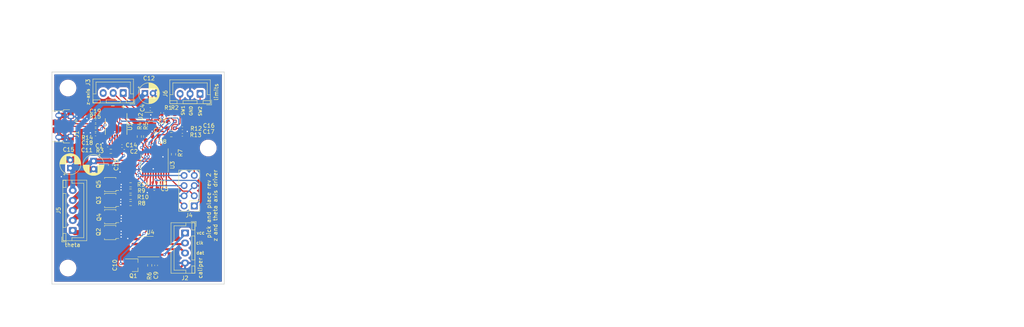
<source format=kicad_pcb>
(kicad_pcb (version 20171130) (host pcbnew 5.1.9)

  (general
    (thickness 1.6)
    (drawings 23)
    (tracks 511)
    (zones 0)
    (modules 52)
    (nets 47)
  )

  (page USLetter)
  (title_block
    (title "Project Title")
  )

  (layers
    (0 F.Cu signal)
    (31 B.Cu signal)
    (34 B.Paste user)
    (35 F.Paste user)
    (36 B.SilkS user)
    (37 F.SilkS user)
    (38 B.Mask user)
    (39 F.Mask user)
    (40 Dwgs.User user)
    (44 Edge.Cuts user)
    (46 B.CrtYd user)
    (47 F.CrtYd user)
    (48 B.Fab user)
    (49 F.Fab user)
  )

  (setup
    (last_trace_width 0.3)
    (user_trace_width 0.1524)
    (user_trace_width 0.2)
    (user_trace_width 0.25)
    (user_trace_width 0.3)
    (user_trace_width 0.5)
    (user_trace_width 0.75)
    (user_trace_width 1.25)
    (trace_clearance 0.1524)
    (zone_clearance 0.508)
    (zone_45_only no)
    (trace_min 0.1524)
    (via_size 0.6858)
    (via_drill 0.3302)
    (via_min_size 0.6858)
    (via_min_drill 0.3302)
    (user_via 0.6858 0.3302)
    (user_via 0.762 0.4064)
    (user_via 0.8636 0.508)
    (uvia_size 0.6858)
    (uvia_drill 0.3302)
    (uvias_allowed no)
    (uvia_min_size 0)
    (uvia_min_drill 0)
    (edge_width 0.1524)
    (segment_width 0.1524)
    (pcb_text_width 0.1524)
    (pcb_text_size 1.016 1.016)
    (mod_edge_width 0.1524)
    (mod_text_size 1.016 1.016)
    (mod_text_width 0.1524)
    (pad_size 1.524 1.524)
    (pad_drill 0.762)
    (pad_to_mask_clearance 0.0508)
    (solder_mask_min_width 0.1016)
    (pad_to_paste_clearance -0.0762)
    (aux_axis_origin 0 0)
    (visible_elements FFFEDF7D)
    (pcbplotparams
      (layerselection 0x310fc_80000001)
      (usegerberextensions true)
      (usegerberattributes false)
      (usegerberadvancedattributes false)
      (creategerberjobfile false)
      (excludeedgelayer true)
      (linewidth 0.100000)
      (plotframeref false)
      (viasonmask false)
      (mode 1)
      (useauxorigin false)
      (hpglpennumber 1)
      (hpglpenspeed 20)
      (hpglpendiameter 15.000000)
      (psnegative false)
      (psa4output false)
      (plotreference true)
      (plotvalue true)
      (plotinvisibletext false)
      (padsonsilk false)
      (subtractmaskfromsilk false)
      (outputformat 1)
      (mirror false)
      (drillshape 0)
      (scaleselection 1)
      (outputdirectory "gerbers"))
  )

  (net 0 "")
  (net 1 GND)
  (net 2 /FT_3V3)
  (net 3 /VBUS)
  (net 4 /1V8)
  (net 5 /SW2)
  (net 6 /SW1)
  (net 7 "Net-(J1-Pad4)")
  (net 8 /CALIPER_DAT_1V8)
  (net 9 /CALIPER_CLK_1V8)
  (net 10 "Net-(J3-Pad3)")
  (net 11 "Net-(J3-Pad2)")
  (net 12 "Net-(J3-Pad1)")
  (net 13 /FT_RXD)
  (net 14 /MCU_NRST)
  (net 15 /FT_TXD)
  (net 16 /MCU_SWDIO)
  (net 17 /MCU_SWCLK)
  (net 18 /B-)
  (net 19 /A-)
  (net 20 /B+)
  (net 21 /A+)
  (net 22 "Net-(Q1-Pad3)")
  (net 23 "Net-(Q2-Pad4)")
  (net 24 "Net-(Q3-Pad4)")
  (net 25 "Net-(Q4-Pad4)")
  (net 26 "Net-(Q5-Pad4)")
  (net 27 /DRV_IN2)
  (net 28 /DRV_IN1)
  (net 29 "Net-(R3-Pad1)")
  (net 30 "Net-(R4-Pad1)")
  (net 31 "Net-(R5-Pad1)")
  (net 32 /A+_GATE)
  (net 33 /A-_GATE)
  (net 34 /B+_GATE)
  (net 35 /B-_GATE)
  (net 36 /FT_24MHz)
  (net 37 "Net-(U1-Pad14)")
  (net 38 "Net-(U1-Pad7)")
  (net 39 "Net-(U1-Pad6)")
  (net 40 "Net-(U1-Pad2)")
  (net 41 /CALIPER_CLK_3V3)
  (net 42 /CALIPER_DAT_3V3)
  (net 43 "Net-(C18-Pad1)")
  (net 44 "Net-(C19-Pad1)")
  (net 45 "Net-(R14-Pad2)")
  (net 46 "Net-(R15-Pad2)")

  (net_class Default "This is the default net class."
    (clearance 0.1524)
    (trace_width 0.1524)
    (via_dia 0.6858)
    (via_drill 0.3302)
    (uvia_dia 0.6858)
    (uvia_drill 0.3302)
    (add_net /1V8)
    (add_net /A+)
    (add_net /A+_GATE)
    (add_net /A-)
    (add_net /A-_GATE)
    (add_net /B+)
    (add_net /B+_GATE)
    (add_net /B-)
    (add_net /B-_GATE)
    (add_net /CALIPER_CLK_1V8)
    (add_net /CALIPER_CLK_3V3)
    (add_net /CALIPER_DAT_1V8)
    (add_net /CALIPER_DAT_3V3)
    (add_net /DRV_IN1)
    (add_net /DRV_IN2)
    (add_net /FT_24MHz)
    (add_net /FT_3V3)
    (add_net /FT_RXD)
    (add_net /FT_TXD)
    (add_net /MCU_NRST)
    (add_net /MCU_SWCLK)
    (add_net /MCU_SWDIO)
    (add_net /SW1)
    (add_net /SW2)
    (add_net /VBUS)
    (add_net GND)
    (add_net "Net-(C18-Pad1)")
    (add_net "Net-(C19-Pad1)")
    (add_net "Net-(J1-Pad4)")
    (add_net "Net-(J3-Pad1)")
    (add_net "Net-(J3-Pad2)")
    (add_net "Net-(J3-Pad3)")
    (add_net "Net-(Q1-Pad3)")
    (add_net "Net-(Q2-Pad4)")
    (add_net "Net-(Q3-Pad4)")
    (add_net "Net-(Q4-Pad4)")
    (add_net "Net-(Q5-Pad4)")
    (add_net "Net-(R14-Pad2)")
    (add_net "Net-(R15-Pad2)")
    (add_net "Net-(R3-Pad1)")
    (add_net "Net-(R4-Pad1)")
    (add_net "Net-(R5-Pad1)")
    (add_net "Net-(U1-Pad14)")
    (add_net "Net-(U1-Pad2)")
    (add_net "Net-(U1-Pad6)")
    (add_net "Net-(U1-Pad7)")
  )

  (module Connector_USB:USB_Micro-B_Amphenol_10103594-0001LF_Horizontal (layer F.Cu) (tedit 5A1DC0BD) (tstamp 5FF60108)
    (at 16.82 89.6 270)
    (descr "Micro USB Type B 10103594-0001LF, http://cdn.amphenol-icc.com/media/wysiwyg/files/drawing/10103594.pdf")
    (tags "USB USB_B USB_micro USB_OTG")
    (path /5FEBE2C8)
    (attr smd)
    (fp_text reference J1 (at 1.925 -3.365 90) (layer F.SilkS)
      (effects (font (size 1 1) (thickness 0.15)))
    )
    (fp_text value USB_B_Micro (at -0.025 4.435 90) (layer F.Fab)
      (effects (font (size 1 1) (thickness 0.15)))
    )
    (fp_line (start -4.175 -0.065) (end -4.175 -1.615) (layer F.SilkS) (width 0.12))
    (fp_line (start -4.175 -0.065) (end -3.875 -0.065) (layer F.SilkS) (width 0.12))
    (fp_line (start -3.875 2.735) (end -3.875 -0.065) (layer F.SilkS) (width 0.12))
    (fp_line (start 4.125 -0.065) (end 4.125 -1.615) (layer F.SilkS) (width 0.12))
    (fp_line (start 3.825 -0.065) (end 4.125 -0.065) (layer F.SilkS) (width 0.12))
    (fp_line (start 3.825 2.735) (end 3.825 -0.065) (layer F.SilkS) (width 0.12))
    (fp_line (start -0.925 -3.315) (end -1.325 -2.865) (layer F.SilkS) (width 0.12))
    (fp_line (start -1.725 -3.315) (end -0.925 -3.315) (layer F.SilkS) (width 0.12))
    (fp_line (start -1.325 -2.865) (end -1.725 -3.315) (layer F.SilkS) (width 0.12))
    (fp_line (start -3.775 -0.865) (end -2.975 -1.615) (layer F.Fab) (width 0.12))
    (fp_line (start 3.725 3.335) (end -3.775 3.335) (layer F.Fab) (width 0.12))
    (fp_line (start 3.725 -1.615) (end 3.725 3.335) (layer F.Fab) (width 0.12))
    (fp_line (start -2.975 -1.615) (end 3.725 -1.615) (layer F.Fab) (width 0.12))
    (fp_line (start -3.775 3.335) (end -3.775 -0.865) (layer F.Fab) (width 0.12))
    (fp_line (start -4.025 2.835) (end 3.975 2.835) (layer Dwgs.User) (width 0.1))
    (fp_line (start -4.13 -2.88) (end 4.14 -2.88) (layer F.CrtYd) (width 0.05))
    (fp_line (start -4.13 -2.88) (end -4.13 3.58) (layer F.CrtYd) (width 0.05))
    (fp_line (start 4.14 3.58) (end 4.14 -2.88) (layer F.CrtYd) (width 0.05))
    (fp_line (start 4.14 3.58) (end -4.13 3.58) (layer F.CrtYd) (width 0.05))
    (fp_text user %R (at -0.025 -0.015 90) (layer F.Fab)
      (effects (font (size 1 1) (thickness 0.15)))
    )
    (fp_text user "PCB edge" (at -0.025 2.235 90) (layer Dwgs.User)
      (effects (font (size 0.5 0.5) (thickness 0.075)))
    )
    (pad 6 smd rect (at 0.935 1.385) (size 2.5 1.43) (layers F.Cu F.Paste F.Mask)
      (net 1 GND))
    (pad 6 smd rect (at -0.985 1.385) (size 2.5 1.43) (layers F.Cu F.Paste F.Mask)
      (net 1 GND))
    (pad 6 thru_hole oval (at 2.705 1.115) (size 1.7 1.35) (drill oval 1.2 0.7) (layers *.Cu *.Mask)
      (net 1 GND))
    (pad 6 thru_hole oval (at -2.755 1.115) (size 1.7 1.35) (drill oval 1.2 0.7) (layers *.Cu *.Mask)
      (net 1 GND))
    (pad 6 thru_hole oval (at 2.395 -1.885) (size 1.5 1.1) (drill oval 1.05 0.65) (layers *.Cu *.Mask)
      (net 1 GND))
    (pad 6 thru_hole oval (at -2.445 -1.885) (size 1.5 1.1) (drill oval 1.05 0.65) (layers *.Cu *.Mask)
      (net 1 GND))
    (pad 5 smd rect (at 1.275 -1.765) (size 1.65 0.4) (layers F.Cu F.Paste F.Mask)
      (net 1 GND))
    (pad 4 smd rect (at 0.625 -1.765) (size 1.65 0.4) (layers F.Cu F.Paste F.Mask)
      (net 7 "Net-(J1-Pad4)"))
    (pad 3 smd rect (at -0.025 -1.765) (size 1.65 0.4) (layers F.Cu F.Paste F.Mask)
      (net 43 "Net-(C18-Pad1)"))
    (pad 2 smd rect (at -0.675 -1.765) (size 1.65 0.4) (layers F.Cu F.Paste F.Mask)
      (net 44 "Net-(C19-Pad1)"))
    (pad 1 smd rect (at -1.325 -1.765) (size 1.65 0.4) (layers F.Cu F.Paste F.Mask)
      (net 3 /VBUS))
    (pad 6 smd rect (at 2.875 -1.885 270) (size 2 1.5) (layers F.Cu F.Paste F.Mask)
      (net 1 GND))
    (pad 6 smd rect (at -2.875 -1.865 270) (size 2 1.5) (layers F.Cu F.Paste F.Mask)
      (net 1 GND))
    (pad 6 smd rect (at 2.975 -0.565 270) (size 1.825 0.7) (layers F.Cu F.Paste F.Mask)
      (net 1 GND))
    (pad 6 smd rect (at -2.975 -0.565 270) (size 1.825 0.7) (layers F.Cu F.Paste F.Mask)
      (net 1 GND))
    (pad 6 smd rect (at -2.755 0.185 270) (size 1.35 2) (layers F.Cu F.Paste F.Mask)
      (net 1 GND))
    (pad 6 smd rect (at 2.725 0.185 270) (size 1.35 2) (layers F.Cu F.Paste F.Mask)
      (net 1 GND))
    (model ${KISYS3DMOD}/Connector_USB.3dshapes/USB_Micro-B_Amphenol_10103594-0001LF_Horizontal.wrl
      (at (xyz 0 0 0))
      (scale (xyz 1 1 1))
      (rotate (xyz 0 0 0))
    )
  )

  (module Resistor_SMD:R_0402_1005Metric (layer F.Cu) (tedit 5F68FEEE) (tstamp 5FF76478)
    (at 24.9 89.4)
    (descr "Resistor SMD 0402 (1005 Metric), square (rectangular) end terminal, IPC_7351 nominal, (Body size source: IPC-SM-782 page 72, https://www.pcb-3d.com/wordpress/wp-content/uploads/ipc-sm-782a_amendment_1_and_2.pdf), generated with kicad-footprint-generator")
    (tags resistor)
    (path /604015D5)
    (attr smd)
    (fp_text reference R15 (at -0.1 -2.3) (layer F.SilkS)
      (effects (font (size 1 1) (thickness 0.15)))
    )
    (fp_text value 27R (at 0 1.17) (layer F.Fab)
      (effects (font (size 1 1) (thickness 0.15)))
    )
    (fp_line (start -0.525 0.27) (end -0.525 -0.27) (layer F.Fab) (width 0.1))
    (fp_line (start -0.525 -0.27) (end 0.525 -0.27) (layer F.Fab) (width 0.1))
    (fp_line (start 0.525 -0.27) (end 0.525 0.27) (layer F.Fab) (width 0.1))
    (fp_line (start 0.525 0.27) (end -0.525 0.27) (layer F.Fab) (width 0.1))
    (fp_line (start -0.153641 -0.38) (end 0.153641 -0.38) (layer F.SilkS) (width 0.12))
    (fp_line (start -0.153641 0.38) (end 0.153641 0.38) (layer F.SilkS) (width 0.12))
    (fp_line (start -0.93 0.47) (end -0.93 -0.47) (layer F.CrtYd) (width 0.05))
    (fp_line (start -0.93 -0.47) (end 0.93 -0.47) (layer F.CrtYd) (width 0.05))
    (fp_line (start 0.93 -0.47) (end 0.93 0.47) (layer F.CrtYd) (width 0.05))
    (fp_line (start 0.93 0.47) (end -0.93 0.47) (layer F.CrtYd) (width 0.05))
    (fp_text user %R (at 0 0) (layer F.Fab)
      (effects (font (size 0.26 0.26) (thickness 0.04)))
    )
    (pad 2 smd roundrect (at 0.51 0) (size 0.54 0.64) (layers F.Cu F.Paste F.Mask) (roundrect_rratio 0.25)
      (net 46 "Net-(R15-Pad2)"))
    (pad 1 smd roundrect (at -0.51 0) (size 0.54 0.64) (layers F.Cu F.Paste F.Mask) (roundrect_rratio 0.25)
      (net 44 "Net-(C19-Pad1)"))
    (model ${KISYS3DMOD}/Resistor_SMD.3dshapes/R_0402_1005Metric.wrl
      (at (xyz 0 0 0))
      (scale (xyz 1 1 1))
      (rotate (xyz 0 0 0))
    )
  )

  (module Resistor_SMD:R_0402_1005Metric (layer F.Cu) (tedit 5F68FEEE) (tstamp 5FF76467)
    (at 24.9 90.5)
    (descr "Resistor SMD 0402 (1005 Metric), square (rectangular) end terminal, IPC_7351 nominal, (Body size source: IPC-SM-782 page 72, https://www.pcb-3d.com/wordpress/wp-content/uploads/ipc-sm-782a_amendment_1_and_2.pdf), generated with kicad-footprint-generator")
    (tags resistor)
    (path /6040143D)
    (attr smd)
    (fp_text reference R14 (at -2.1 1.9) (layer F.SilkS)
      (effects (font (size 1 1) (thickness 0.15)))
    )
    (fp_text value 27R (at 0 1.17) (layer F.Fab)
      (effects (font (size 1 1) (thickness 0.15)))
    )
    (fp_line (start -0.525 0.27) (end -0.525 -0.27) (layer F.Fab) (width 0.1))
    (fp_line (start -0.525 -0.27) (end 0.525 -0.27) (layer F.Fab) (width 0.1))
    (fp_line (start 0.525 -0.27) (end 0.525 0.27) (layer F.Fab) (width 0.1))
    (fp_line (start 0.525 0.27) (end -0.525 0.27) (layer F.Fab) (width 0.1))
    (fp_line (start -0.153641 -0.38) (end 0.153641 -0.38) (layer F.SilkS) (width 0.12))
    (fp_line (start -0.153641 0.38) (end 0.153641 0.38) (layer F.SilkS) (width 0.12))
    (fp_line (start -0.93 0.47) (end -0.93 -0.47) (layer F.CrtYd) (width 0.05))
    (fp_line (start -0.93 -0.47) (end 0.93 -0.47) (layer F.CrtYd) (width 0.05))
    (fp_line (start 0.93 -0.47) (end 0.93 0.47) (layer F.CrtYd) (width 0.05))
    (fp_line (start 0.93 0.47) (end -0.93 0.47) (layer F.CrtYd) (width 0.05))
    (fp_text user %R (at 0 0) (layer F.Fab)
      (effects (font (size 0.26 0.26) (thickness 0.04)))
    )
    (pad 2 smd roundrect (at 0.51 0) (size 0.54 0.64) (layers F.Cu F.Paste F.Mask) (roundrect_rratio 0.25)
      (net 45 "Net-(R14-Pad2)"))
    (pad 1 smd roundrect (at -0.51 0) (size 0.54 0.64) (layers F.Cu F.Paste F.Mask) (roundrect_rratio 0.25)
      (net 43 "Net-(C18-Pad1)"))
    (model ${KISYS3DMOD}/Resistor_SMD.3dshapes/R_0402_1005Metric.wrl
      (at (xyz 0 0 0))
      (scale (xyz 1 1 1))
      (rotate (xyz 0 0 0))
    )
  )

  (module Capacitor_SMD:C_0402_1005Metric (layer F.Cu) (tedit 5F68FEEE) (tstamp 5FF75F76)
    (at 24.9 88.3 180)
    (descr "Capacitor SMD 0402 (1005 Metric), square (rectangular) end terminal, IPC_7351 nominal, (Body size source: IPC-SM-782 page 76, https://www.pcb-3d.com/wordpress/wp-content/uploads/ipc-sm-782a_amendment_1_and_2.pdf), generated with kicad-footprint-generator")
    (tags capacitor)
    (path /6041A243)
    (attr smd)
    (fp_text reference C19 (at 0.1 2.5) (layer F.SilkS)
      (effects (font (size 1 1) (thickness 0.15)))
    )
    (fp_text value "47 pF" (at 0 1.16) (layer F.Fab)
      (effects (font (size 1 1) (thickness 0.15)))
    )
    (fp_line (start -0.5 0.25) (end -0.5 -0.25) (layer F.Fab) (width 0.1))
    (fp_line (start -0.5 -0.25) (end 0.5 -0.25) (layer F.Fab) (width 0.1))
    (fp_line (start 0.5 -0.25) (end 0.5 0.25) (layer F.Fab) (width 0.1))
    (fp_line (start 0.5 0.25) (end -0.5 0.25) (layer F.Fab) (width 0.1))
    (fp_line (start -0.107836 -0.36) (end 0.107836 -0.36) (layer F.SilkS) (width 0.12))
    (fp_line (start -0.107836 0.36) (end 0.107836 0.36) (layer F.SilkS) (width 0.12))
    (fp_line (start -0.91 0.46) (end -0.91 -0.46) (layer F.CrtYd) (width 0.05))
    (fp_line (start -0.91 -0.46) (end 0.91 -0.46) (layer F.CrtYd) (width 0.05))
    (fp_line (start 0.91 -0.46) (end 0.91 0.46) (layer F.CrtYd) (width 0.05))
    (fp_line (start 0.91 0.46) (end -0.91 0.46) (layer F.CrtYd) (width 0.05))
    (fp_text user %R (at 0 0) (layer F.Fab)
      (effects (font (size 0.25 0.25) (thickness 0.04)))
    )
    (pad 2 smd roundrect (at 0.48 0 180) (size 0.56 0.62) (layers F.Cu F.Paste F.Mask) (roundrect_rratio 0.25)
      (net 1 GND))
    (pad 1 smd roundrect (at -0.48 0 180) (size 0.56 0.62) (layers F.Cu F.Paste F.Mask) (roundrect_rratio 0.25)
      (net 44 "Net-(C19-Pad1)"))
    (model ${KISYS3DMOD}/Capacitor_SMD.3dshapes/C_0402_1005Metric.wrl
      (at (xyz 0 0 0))
      (scale (xyz 1 1 1))
      (rotate (xyz 0 0 0))
    )
  )

  (module Capacitor_SMD:C_0402_1005Metric (layer F.Cu) (tedit 5F68FEEE) (tstamp 5FF75F65)
    (at 24.88 91.6 180)
    (descr "Capacitor SMD 0402 (1005 Metric), square (rectangular) end terminal, IPC_7351 nominal, (Body size source: IPC-SM-782 page 76, https://www.pcb-3d.com/wordpress/wp-content/uploads/ipc-sm-782a_amendment_1_and_2.pdf), generated with kicad-footprint-generator")
    (tags capacitor)
    (path /60419BF6)
    (attr smd)
    (fp_text reference C18 (at 2.08 -2.1) (layer F.SilkS)
      (effects (font (size 1 1) (thickness 0.15)))
    )
    (fp_text value "47 pF" (at 0 1.16) (layer F.Fab)
      (effects (font (size 1 1) (thickness 0.15)))
    )
    (fp_line (start -0.5 0.25) (end -0.5 -0.25) (layer F.Fab) (width 0.1))
    (fp_line (start -0.5 -0.25) (end 0.5 -0.25) (layer F.Fab) (width 0.1))
    (fp_line (start 0.5 -0.25) (end 0.5 0.25) (layer F.Fab) (width 0.1))
    (fp_line (start 0.5 0.25) (end -0.5 0.25) (layer F.Fab) (width 0.1))
    (fp_line (start -0.107836 -0.36) (end 0.107836 -0.36) (layer F.SilkS) (width 0.12))
    (fp_line (start -0.107836 0.36) (end 0.107836 0.36) (layer F.SilkS) (width 0.12))
    (fp_line (start -0.91 0.46) (end -0.91 -0.46) (layer F.CrtYd) (width 0.05))
    (fp_line (start -0.91 -0.46) (end 0.91 -0.46) (layer F.CrtYd) (width 0.05))
    (fp_line (start 0.91 -0.46) (end 0.91 0.46) (layer F.CrtYd) (width 0.05))
    (fp_line (start 0.91 0.46) (end -0.91 0.46) (layer F.CrtYd) (width 0.05))
    (fp_text user %R (at 0 0) (layer F.Fab)
      (effects (font (size 0.25 0.25) (thickness 0.04)))
    )
    (pad 2 smd roundrect (at 0.48 0 180) (size 0.56 0.62) (layers F.Cu F.Paste F.Mask) (roundrect_rratio 0.25)
      (net 1 GND))
    (pad 1 smd roundrect (at -0.48 0 180) (size 0.56 0.62) (layers F.Cu F.Paste F.Mask) (roundrect_rratio 0.25)
      (net 43 "Net-(C18-Pad1)"))
    (model ${KISYS3DMOD}/Capacitor_SMD.3dshapes/C_0402_1005Metric.wrl
      (at (xyz 0 0 0))
      (scale (xyz 1 1 1))
      (rotate (xyz 0 0 0))
    )
  )

  (module MountingHole:MountingHole_3.2mm_M3 (layer F.Cu) (tedit 56D1B4CB) (tstamp 5FF67ECE)
    (at 18 125)
    (descr "Mounting Hole 3.2mm, no annular, M3")
    (tags "mounting hole 3.2mm no annular m3")
    (path /602F76B9)
    (attr virtual)
    (fp_text reference H3 (at 0 -4.2) (layer F.SilkS) hide
      (effects (font (size 1 1) (thickness 0.15)))
    )
    (fp_text value MountingHole (at 1 3) (layer F.Fab)
      (effects (font (size 1 1) (thickness 0.15)))
    )
    (fp_circle (center 0 0) (end 3.45 0) (layer F.CrtYd) (width 0.05))
    (fp_circle (center 0 0) (end 3.2 0) (layer Cmts.User) (width 0.15))
    (fp_text user %R (at 0.3 0) (layer F.Fab)
      (effects (font (size 1 1) (thickness 0.15)))
    )
    (pad 1 np_thru_hole circle (at 0 0) (size 3.2 3.2) (drill 3.2) (layers *.Cu *.Mask))
  )

  (module MountingHole:MountingHole_3.2mm_M3 (layer F.Cu) (tedit 56D1B4CB) (tstamp 5FF67EC6)
    (at 53 95)
    (descr "Mounting Hole 3.2mm, no annular, M3")
    (tags "mounting hole 3.2mm no annular m3")
    (path /602F75AB)
    (attr virtual)
    (fp_text reference H2 (at 0 -4.2) (layer F.SilkS) hide
      (effects (font (size 1 1) (thickness 0.15)))
    )
    (fp_text value MountingHole (at 0 4.2) (layer F.Fab)
      (effects (font (size 1 1) (thickness 0.15)))
    )
    (fp_circle (center 0 0) (end 3.45 0) (layer F.CrtYd) (width 0.05))
    (fp_circle (center 0 0) (end 3.2 0) (layer Cmts.User) (width 0.15))
    (fp_text user %R (at 0.3 0) (layer F.Fab)
      (effects (font (size 1 1) (thickness 0.15)))
    )
    (pad 1 np_thru_hole circle (at 0 0) (size 3.2 3.2) (drill 3.2) (layers *.Cu *.Mask))
  )

  (module MountingHole:MountingHole_3.2mm_M3 (layer F.Cu) (tedit 56D1B4CB) (tstamp 5FF68498)
    (at 18 80)
    (descr "Mounting Hole 3.2mm, no annular, M3")
    (tags "mounting hole 3.2mm no annular m3")
    (path /602F706A)
    (attr virtual)
    (fp_text reference H1 (at 0 -4.2) (layer F.SilkS) hide
      (effects (font (size 1 1) (thickness 0.15)))
    )
    (fp_text value MountingHole (at 0 4.2) (layer F.Fab)
      (effects (font (size 1 1) (thickness 0.15)))
    )
    (fp_circle (center 0 0) (end 3.45 0) (layer F.CrtYd) (width 0.05))
    (fp_circle (center 0 0) (end 3.2 0) (layer Cmts.User) (width 0.15))
    (fp_text user %R (at 0.3 0) (layer F.Fab)
      (effects (font (size 1 1) (thickness 0.15)))
    )
    (pad 1 np_thru_hole circle (at 0 0) (size 3.2 3.2) (drill 3.2) (layers *.Cu *.Mask))
  )

  (module Package_SO:SOIC-8_3.9x4.9mm_P1.27mm (layer F.Cu) (tedit 5D9F72B1) (tstamp 5FF62E4F)
    (at 37.35 119.65 180)
    (descr "SOIC, 8 Pin (JEDEC MS-012AA, https://www.analog.com/media/en/package-pcb-resources/package/pkg_pdf/soic_narrow-r/r_8.pdf), generated with kicad-footprint-generator ipc_gullwing_generator.py")
    (tags "SOIC SO")
    (path /60085479)
    (attr smd)
    (fp_text reference U4 (at -1.24 3.6) (layer F.SilkS)
      (effects (font (size 1 1) (thickness 0.15)))
    )
    (fp_text value NLSV2T244D (at 0 3.4) (layer F.Fab)
      (effects (font (size 1 1) (thickness 0.15)))
    )
    (fp_line (start 3.7 -2.7) (end -3.7 -2.7) (layer F.CrtYd) (width 0.05))
    (fp_line (start 3.7 2.7) (end 3.7 -2.7) (layer F.CrtYd) (width 0.05))
    (fp_line (start -3.7 2.7) (end 3.7 2.7) (layer F.CrtYd) (width 0.05))
    (fp_line (start -3.7 -2.7) (end -3.7 2.7) (layer F.CrtYd) (width 0.05))
    (fp_line (start -1.95 -1.475) (end -0.975 -2.45) (layer F.Fab) (width 0.1))
    (fp_line (start -1.95 2.45) (end -1.95 -1.475) (layer F.Fab) (width 0.1))
    (fp_line (start 1.95 2.45) (end -1.95 2.45) (layer F.Fab) (width 0.1))
    (fp_line (start 1.95 -2.45) (end 1.95 2.45) (layer F.Fab) (width 0.1))
    (fp_line (start -0.975 -2.45) (end 1.95 -2.45) (layer F.Fab) (width 0.1))
    (fp_line (start 0 -2.56) (end -3.45 -2.56) (layer F.SilkS) (width 0.12))
    (fp_line (start 0 -2.56) (end 1.95 -2.56) (layer F.SilkS) (width 0.12))
    (fp_line (start 0 2.56) (end -1.95 2.56) (layer F.SilkS) (width 0.12))
    (fp_line (start 0 2.56) (end 1.95 2.56) (layer F.SilkS) (width 0.12))
    (fp_text user %R (at 0 0) (layer F.Fab)
      (effects (font (size 0.98 0.98) (thickness 0.15)))
    )
    (pad 8 smd roundrect (at 2.475 -1.905 180) (size 1.95 0.6) (layers F.Cu F.Paste F.Mask) (roundrect_rratio 0.25)
      (net 2 /FT_3V3))
    (pad 7 smd roundrect (at 2.475 -0.635 180) (size 1.95 0.6) (layers F.Cu F.Paste F.Mask) (roundrect_rratio 0.25)
      (net 42 /CALIPER_DAT_3V3))
    (pad 6 smd roundrect (at 2.475 0.635 180) (size 1.95 0.6) (layers F.Cu F.Paste F.Mask) (roundrect_rratio 0.25)
      (net 41 /CALIPER_CLK_3V3))
    (pad 5 smd roundrect (at 2.475 1.905 180) (size 1.95 0.6) (layers F.Cu F.Paste F.Mask) (roundrect_rratio 0.25)
      (net 1 GND))
    (pad 4 smd roundrect (at -2.475 1.905 180) (size 1.95 0.6) (layers F.Cu F.Paste F.Mask) (roundrect_rratio 0.25)
      (net 22 "Net-(Q1-Pad3)"))
    (pad 3 smd roundrect (at -2.475 0.635 180) (size 1.95 0.6) (layers F.Cu F.Paste F.Mask) (roundrect_rratio 0.25)
      (net 9 /CALIPER_CLK_1V8))
    (pad 2 smd roundrect (at -2.475 -0.635 180) (size 1.95 0.6) (layers F.Cu F.Paste F.Mask) (roundrect_rratio 0.25)
      (net 8 /CALIPER_DAT_1V8))
    (pad 1 smd roundrect (at -2.475 -1.905 180) (size 1.95 0.6) (layers F.Cu F.Paste F.Mask) (roundrect_rratio 0.25)
      (net 4 /1V8))
    (model ${KISYS3DMOD}/Package_SO.3dshapes/SOIC-8_3.9x4.9mm_P1.27mm.wrl
      (at (xyz 0 0 0))
      (scale (xyz 1 1 1))
      (rotate (xyz 0 0 0))
    )
  )

  (module Package_SO:TSSOP-20_4.4x6.5mm_P0.65mm (layer F.Cu) (tedit 5E476F32) (tstamp 5FF61529)
    (at 39.61 98.75 270)
    (descr "TSSOP, 20 Pin (JEDEC MO-153 Var AC https://www.jedec.org/document_search?search_api_views_fulltext=MO-153), generated with kicad-footprint-generator ipc_gullwing_generator.py")
    (tags "TSSOP SO")
    (path /5FEE113F)
    (attr smd)
    (fp_text reference U3 (at 0.51 -4.45 90) (layer F.SilkS)
      (effects (font (size 1 1) (thickness 0.15)))
    )
    (fp_text value STM32L011F4P6 (at 0 4.2 90) (layer F.Fab)
      (effects (font (size 1 1) (thickness 0.15)))
    )
    (fp_line (start 3.85 -3.5) (end -3.85 -3.5) (layer F.CrtYd) (width 0.05))
    (fp_line (start 3.85 3.5) (end 3.85 -3.5) (layer F.CrtYd) (width 0.05))
    (fp_line (start -3.85 3.5) (end 3.85 3.5) (layer F.CrtYd) (width 0.05))
    (fp_line (start -3.85 -3.5) (end -3.85 3.5) (layer F.CrtYd) (width 0.05))
    (fp_line (start -2.2 -2.25) (end -1.2 -3.25) (layer F.Fab) (width 0.1))
    (fp_line (start -2.2 3.25) (end -2.2 -2.25) (layer F.Fab) (width 0.1))
    (fp_line (start 2.2 3.25) (end -2.2 3.25) (layer F.Fab) (width 0.1))
    (fp_line (start 2.2 -3.25) (end 2.2 3.25) (layer F.Fab) (width 0.1))
    (fp_line (start -1.2 -3.25) (end 2.2 -3.25) (layer F.Fab) (width 0.1))
    (fp_line (start 0 -3.385) (end -3.6 -3.385) (layer F.SilkS) (width 0.12))
    (fp_line (start 0 -3.385) (end 2.2 -3.385) (layer F.SilkS) (width 0.12))
    (fp_line (start 0 3.385) (end -2.2 3.385) (layer F.SilkS) (width 0.12))
    (fp_line (start 0 3.385) (end 2.2 3.385) (layer F.SilkS) (width 0.12))
    (fp_text user %R (at 0 0 90) (layer F.Fab)
      (effects (font (size 1 1) (thickness 0.15)))
    )
    (pad 20 smd roundrect (at 2.8625 -2.925 270) (size 1.475 0.4) (layers F.Cu F.Paste F.Mask) (roundrect_rratio 0.25)
      (net 17 /MCU_SWCLK))
    (pad 19 smd roundrect (at 2.8625 -2.275 270) (size 1.475 0.4) (layers F.Cu F.Paste F.Mask) (roundrect_rratio 0.25)
      (net 16 /MCU_SWDIO))
    (pad 18 smd roundrect (at 2.8625 -1.625 270) (size 1.475 0.4) (layers F.Cu F.Paste F.Mask) (roundrect_rratio 0.25)
      (net 42 /CALIPER_DAT_3V3))
    (pad 17 smd roundrect (at 2.8625 -0.975 270) (size 1.475 0.4) (layers F.Cu F.Paste F.Mask) (roundrect_rratio 0.25)
      (net 41 /CALIPER_CLK_3V3))
    (pad 16 smd roundrect (at 2.8625 -0.325 270) (size 1.475 0.4) (layers F.Cu F.Paste F.Mask) (roundrect_rratio 0.25)
      (net 2 /FT_3V3))
    (pad 15 smd roundrect (at 2.8625 0.325 270) (size 1.475 0.4) (layers F.Cu F.Paste F.Mask) (roundrect_rratio 0.25)
      (net 1 GND))
    (pad 14 smd roundrect (at 2.8625 0.975 270) (size 1.475 0.4) (layers F.Cu F.Paste F.Mask) (roundrect_rratio 0.25)
      (net 32 /A+_GATE))
    (pad 13 smd roundrect (at 2.8625 1.625 270) (size 1.475 0.4) (layers F.Cu F.Paste F.Mask) (roundrect_rratio 0.25)
      (net 34 /B+_GATE))
    (pad 12 smd roundrect (at 2.8625 2.275 270) (size 1.475 0.4) (layers F.Cu F.Paste F.Mask) (roundrect_rratio 0.25)
      (net 33 /A-_GATE))
    (pad 11 smd roundrect (at 2.8625 2.925 270) (size 1.475 0.4) (layers F.Cu F.Paste F.Mask) (roundrect_rratio 0.25)
      (net 35 /B-_GATE))
    (pad 10 smd roundrect (at -2.8625 2.925 270) (size 1.475 0.4) (layers F.Cu F.Paste F.Mask) (roundrect_rratio 0.25)
      (net 5 /SW2))
    (pad 9 smd roundrect (at -2.8625 2.275 270) (size 1.475 0.4) (layers F.Cu F.Paste F.Mask) (roundrect_rratio 0.25)
      (net 15 /FT_TXD))
    (pad 8 smd roundrect (at -2.8625 1.625 270) (size 1.475 0.4) (layers F.Cu F.Paste F.Mask) (roundrect_rratio 0.25)
      (net 13 /FT_RXD))
    (pad 7 smd roundrect (at -2.8625 0.975 270) (size 1.475 0.4) (layers F.Cu F.Paste F.Mask) (roundrect_rratio 0.25)
      (net 27 /DRV_IN2))
    (pad 6 smd roundrect (at -2.8625 0.325 270) (size 1.475 0.4) (layers F.Cu F.Paste F.Mask) (roundrect_rratio 0.25)
      (net 36 /FT_24MHz))
    (pad 5 smd roundrect (at -2.8625 -0.325 270) (size 1.475 0.4) (layers F.Cu F.Paste F.Mask) (roundrect_rratio 0.25)
      (net 2 /FT_3V3))
    (pad 4 smd roundrect (at -2.8625 -0.975 270) (size 1.475 0.4) (layers F.Cu F.Paste F.Mask) (roundrect_rratio 0.25)
      (net 14 /MCU_NRST))
    (pad 3 smd roundrect (at -2.8625 -1.625 270) (size 1.475 0.4) (layers F.Cu F.Paste F.Mask) (roundrect_rratio 0.25)
      (net 28 /DRV_IN1))
    (pad 2 smd roundrect (at -2.8625 -2.275 270) (size 1.475 0.4) (layers F.Cu F.Paste F.Mask) (roundrect_rratio 0.25)
      (net 6 /SW1))
    (pad 1 smd roundrect (at -2.8625 -2.925 270) (size 1.475 0.4) (layers F.Cu F.Paste F.Mask) (roundrect_rratio 0.25)
      (net 1 GND))
    (model ${KISYS3DMOD}/Package_SO.3dshapes/TSSOP-20_4.4x6.5mm_P0.65mm.wrl
      (at (xyz 0 0 0))
      (scale (xyz 1 1 1))
      (rotate (xyz 0 0 0))
    )
  )

  (module Package_SON:WSON-8-1EP_2x2mm_P0.5mm_EP0.9x1.6mm (layer F.Cu) (tedit 5A65F6A7) (tstamp 5FF60396)
    (at 38.66 87.2)
    (descr "8-Lead Plastic WSON, 2x2mm Body, 0.5mm Pitch, WSON-8, http://www.ti.com/lit/ds/symlink/lm27761.pdf")
    (tags "WSON 8 1EP")
    (path /5FEB2A46)
    (attr smd)
    (fp_text reference U2 (at -2.54 -0.05 90) (layer F.SilkS)
      (effects (font (size 1 1) (thickness 0.15)))
    )
    (fp_text value DRV8837C (at 0.01 2.14) (layer F.Fab)
      (effects (font (size 1 1) (thickness 0.15)))
    )
    (fp_line (start -1.5 -1.12) (end 0.5 -1.12) (layer F.SilkS) (width 0.12))
    (fp_line (start 0.5 1.12) (end -0.5 1.12) (layer F.SilkS) (width 0.12))
    (fp_line (start -1.6 1.25) (end 1.6 1.25) (layer F.CrtYd) (width 0.05))
    (fp_line (start -1.6 -1.25) (end 1.6 -1.25) (layer F.CrtYd) (width 0.05))
    (fp_line (start 1.6 -1.25) (end 1.6 1.25) (layer F.CrtYd) (width 0.05))
    (fp_line (start -1.6 -1.25) (end -1.6 1.25) (layer F.CrtYd) (width 0.05))
    (fp_line (start -0.5 -1) (end 1 -1) (layer F.Fab) (width 0.1))
    (fp_line (start 1 -1) (end 1 1) (layer F.Fab) (width 0.1))
    (fp_line (start 1 1) (end -1 1) (layer F.Fab) (width 0.1))
    (fp_line (start -1 1) (end -1 -0.5) (layer F.Fab) (width 0.1))
    (fp_line (start -0.5 -1) (end -1 -0.5) (layer F.Fab) (width 0.1))
    (fp_text user %R (at 0 0) (layer F.Fab)
      (effects (font (size 0.7 0.7) (thickness 0.1)))
    )
    (pad "" smd rect (at 0 -0.4) (size 0.75 0.65) (layers F.Paste))
    (pad "" smd rect (at 0 0.4) (size 0.75 0.65) (layers F.Paste))
    (pad 6 smd rect (at 0.95 0.25) (size 0.5 0.25) (layers F.Cu F.Paste F.Mask)
      (net 28 /DRV_IN1))
    (pad 5 smd rect (at 0.95 0.75) (size 0.5 0.25) (layers F.Cu F.Paste F.Mask)
      (net 27 /DRV_IN2))
    (pad 4 smd rect (at -0.95 0.75) (size 0.5 0.25) (layers F.Cu F.Paste F.Mask)
      (net 1 GND))
    (pad 2 smd rect (at -0.95 -0.25) (size 0.5 0.25) (layers F.Cu F.Paste F.Mask)
      (net 12 "Net-(J3-Pad1)"))
    (pad 1 smd rect (at -0.95 -0.75) (size 0.5 0.25) (layers F.Cu F.Paste F.Mask)
      (net 3 /VBUS))
    (pad 9 smd rect (at 0 0) (size 0.9 1.6) (layers F.Cu F.Mask)
      (net 1 GND))
    (pad 8 smd rect (at 0.95 -0.75) (size 0.5 0.25) (layers F.Cu F.Paste F.Mask)
      (net 2 /FT_3V3))
    (pad 7 smd rect (at 0.95 -0.25) (size 0.5 0.25) (layers F.Cu F.Paste F.Mask)
      (net 2 /FT_3V3))
    (pad 3 smd rect (at -0.95 0.25) (size 0.5 0.25) (layers F.Cu F.Paste F.Mask)
      (net 11 "Net-(J3-Pad2)"))
    (model ${KISYS3DMOD}/Package_SON.3dshapes/WSON-8-1EP_2x2mm_P0.5mm_EP0.9x1.6mm.wrl
      (at (xyz 0 0 0))
      (scale (xyz 1 1 1))
      (rotate (xyz 0 0 0))
    )
  )

  (module Package_SO:SSOP-16_3.9x4.9mm_P0.635mm (layer F.Cu) (tedit 5A02F25C) (tstamp 5FF6037B)
    (at 29.99 89.63 270)
    (descr "SSOP16: plastic shrink small outline package; 16 leads; body width 3.9 mm; lead pitch 0.635; (see NXP SSOP-TSSOP-VSO-REFLOW.pdf and sot519-1_po.pdf)")
    (tags "SSOP 0.635")
    (path /5FEC613C)
    (attr smd)
    (fp_text reference U1 (at 0 -3.5 90) (layer F.SilkS)
      (effects (font (size 1 1) (thickness 0.15)))
    )
    (fp_text value FT230XS (at 0 3.5 90) (layer F.Fab)
      (effects (font (size 1 1) (thickness 0.15)))
    )
    (fp_line (start -3.275 -2.725) (end 2 -2.725) (layer F.SilkS) (width 0.15))
    (fp_line (start -2 2.675) (end 2 2.675) (layer F.SilkS) (width 0.15))
    (fp_line (start -3.45 2.8) (end 3.45 2.8) (layer F.CrtYd) (width 0.05))
    (fp_line (start -3.45 -2.85) (end 3.45 -2.85) (layer F.CrtYd) (width 0.05))
    (fp_line (start 3.45 -2.85) (end 3.45 2.8) (layer F.CrtYd) (width 0.05))
    (fp_line (start -3.45 -2.85) (end -3.45 2.8) (layer F.CrtYd) (width 0.05))
    (fp_line (start -1.95 -1.45) (end -0.95 -2.45) (layer F.Fab) (width 0.15))
    (fp_line (start -1.95 2.45) (end -1.95 -1.45) (layer F.Fab) (width 0.15))
    (fp_line (start 1.95 2.45) (end -1.95 2.45) (layer F.Fab) (width 0.15))
    (fp_line (start 1.95 -2.45) (end 1.95 2.45) (layer F.Fab) (width 0.15))
    (fp_line (start -0.95 -2.45) (end 1.95 -2.45) (layer F.Fab) (width 0.15))
    (fp_text user %R (at 0 0 90) (layer F.Fab)
      (effects (font (size 0.8 0.8) (thickness 0.15)))
    )
    (pad 16 smd rect (at 2.6 -2.2225 270) (size 1.2 0.4) (layers F.Cu F.Paste F.Mask)
      (net 1 GND))
    (pad 15 smd rect (at 2.6 -1.5875 270) (size 1.2 0.4) (layers F.Cu F.Paste F.Mask)
      (net 36 /FT_24MHz))
    (pad 14 smd rect (at 2.6 -0.9525 270) (size 1.2 0.4) (layers F.Cu F.Paste F.Mask)
      (net 37 "Net-(U1-Pad14)"))
    (pad 13 smd rect (at 2.6 -0.3175 270) (size 1.2 0.4) (layers F.Cu F.Paste F.Mask)
      (net 1 GND))
    (pad 12 smd rect (at 2.6 0.3175 270) (size 1.2 0.4) (layers F.Cu F.Paste F.Mask)
      (net 3 /VBUS))
    (pad 11 smd rect (at 2.6 0.9525 270) (size 1.2 0.4) (layers F.Cu F.Paste F.Mask)
      (net 29 "Net-(R3-Pad1)"))
    (pad 10 smd rect (at 2.6 1.5875 270) (size 1.2 0.4) (layers F.Cu F.Paste F.Mask)
      (net 2 /FT_3V3))
    (pad 9 smd rect (at 2.6 2.2225 270) (size 1.2 0.4) (layers F.Cu F.Paste F.Mask)
      (net 46 "Net-(R15-Pad2)"))
    (pad 8 smd rect (at -2.6 2.2225 270) (size 1.2 0.4) (layers F.Cu F.Paste F.Mask)
      (net 45 "Net-(R14-Pad2)"))
    (pad 7 smd rect (at -2.6 1.5875 270) (size 1.2 0.4) (layers F.Cu F.Paste F.Mask)
      (net 38 "Net-(U1-Pad7)"))
    (pad 6 smd rect (at -2.6 0.9525 270) (size 1.2 0.4) (layers F.Cu F.Paste F.Mask)
      (net 39 "Net-(U1-Pad6)"))
    (pad 5 smd rect (at -2.6 0.3175 270) (size 1.2 0.4) (layers F.Cu F.Paste F.Mask)
      (net 1 GND))
    (pad 4 smd rect (at -2.6 -0.3175 270) (size 1.2 0.4) (layers F.Cu F.Paste F.Mask)
      (net 31 "Net-(R5-Pad1)"))
    (pad 3 smd rect (at -2.6 -0.9525 270) (size 1.2 0.4) (layers F.Cu F.Paste F.Mask)
      (net 2 /FT_3V3))
    (pad 2 smd rect (at -2.6 -1.5875 270) (size 1.2 0.4) (layers F.Cu F.Paste F.Mask)
      (net 40 "Net-(U1-Pad2)"))
    (pad 1 smd rect (at -2.6 -2.2225 270) (size 1.2 0.4) (layers F.Cu F.Paste F.Mask)
      (net 30 "Net-(R4-Pad1)"))
    (model ${KISYS3DMOD}/Package_SO.3dshapes/SSOP-16_3.9x4.9mm_P0.635mm.wrl
      (at (xyz 0 0 0))
      (scale (xyz 1 1 1))
      (rotate (xyz 0 0 0))
    )
  )

  (module Resistor_SMD:R_0603_1608Metric_Pad0.98x0.95mm_HandSolder (layer F.Cu) (tedit 5F68FEEE) (tstamp 5FF6035B)
    (at 43.775001 91.665001)
    (descr "Resistor SMD 0603 (1608 Metric), square (rectangular) end terminal, IPC_7351 nominal with elongated pad for handsoldering. (Body size source: IPC-SM-782 page 72, https://www.pcb-3d.com/wordpress/wp-content/uploads/ipc-sm-782a_amendment_1_and_2.pdf), generated with kicad-footprint-generator")
    (tags "resistor handsolder")
    (path /60198AF9)
    (attr smd)
    (fp_text reference R13 (at 6.094999 0.074999) (layer F.SilkS)
      (effects (font (size 1 1) (thickness 0.15)))
    )
    (fp_text value 10kR (at 0 1.43) (layer F.Fab)
      (effects (font (size 1 1) (thickness 0.15)))
    )
    (fp_line (start 1.65 0.73) (end -1.65 0.73) (layer F.CrtYd) (width 0.05))
    (fp_line (start 1.65 -0.73) (end 1.65 0.73) (layer F.CrtYd) (width 0.05))
    (fp_line (start -1.65 -0.73) (end 1.65 -0.73) (layer F.CrtYd) (width 0.05))
    (fp_line (start -1.65 0.73) (end -1.65 -0.73) (layer F.CrtYd) (width 0.05))
    (fp_line (start -0.254724 0.5225) (end 0.254724 0.5225) (layer F.SilkS) (width 0.12))
    (fp_line (start -0.254724 -0.5225) (end 0.254724 -0.5225) (layer F.SilkS) (width 0.12))
    (fp_line (start 0.8 0.4125) (end -0.8 0.4125) (layer F.Fab) (width 0.1))
    (fp_line (start 0.8 -0.4125) (end 0.8 0.4125) (layer F.Fab) (width 0.1))
    (fp_line (start -0.8 -0.4125) (end 0.8 -0.4125) (layer F.Fab) (width 0.1))
    (fp_line (start -0.8 0.4125) (end -0.8 -0.4125) (layer F.Fab) (width 0.1))
    (fp_text user %R (at 0 0) (layer F.Fab)
      (effects (font (size 0.4 0.4) (thickness 0.06)))
    )
    (pad 2 smd roundrect (at 0.9125 0) (size 0.975 0.95) (layers F.Cu F.Paste F.Mask) (roundrect_rratio 0.25)
      (net 6 /SW1))
    (pad 1 smd roundrect (at -0.9125 0) (size 0.975 0.95) (layers F.Cu F.Paste F.Mask) (roundrect_rratio 0.25)
      (net 2 /FT_3V3))
    (model ${KISYS3DMOD}/Resistor_SMD.3dshapes/R_0603_1608Metric.wrl
      (at (xyz 0 0 0))
      (scale (xyz 1 1 1))
      (rotate (xyz 0 0 0))
    )
  )

  (module Resistor_SMD:R_0603_1608Metric_Pad0.98x0.95mm_HandSolder (layer F.Cu) (tedit 5F68FEEE) (tstamp 5FF6034A)
    (at 43.73 90.07)
    (descr "Resistor SMD 0603 (1608 Metric), square (rectangular) end terminal, IPC_7351 nominal with elongated pad for handsoldering. (Body size source: IPC-SM-782 page 72, https://www.pcb-3d.com/wordpress/wp-content/uploads/ipc-sm-782a_amendment_1_and_2.pdf), generated with kicad-footprint-generator")
    (tags "resistor handsolder")
    (path /60192054)
    (attr smd)
    (fp_text reference R12 (at 6.26 0.06) (layer F.SilkS)
      (effects (font (size 1 1) (thickness 0.15)))
    )
    (fp_text value 10kR (at 0 1.43) (layer F.Fab)
      (effects (font (size 1 1) (thickness 0.15)))
    )
    (fp_line (start 1.65 0.73) (end -1.65 0.73) (layer F.CrtYd) (width 0.05))
    (fp_line (start 1.65 -0.73) (end 1.65 0.73) (layer F.CrtYd) (width 0.05))
    (fp_line (start -1.65 -0.73) (end 1.65 -0.73) (layer F.CrtYd) (width 0.05))
    (fp_line (start -1.65 0.73) (end -1.65 -0.73) (layer F.CrtYd) (width 0.05))
    (fp_line (start -0.254724 0.5225) (end 0.254724 0.5225) (layer F.SilkS) (width 0.12))
    (fp_line (start -0.254724 -0.5225) (end 0.254724 -0.5225) (layer F.SilkS) (width 0.12))
    (fp_line (start 0.8 0.4125) (end -0.8 0.4125) (layer F.Fab) (width 0.1))
    (fp_line (start 0.8 -0.4125) (end 0.8 0.4125) (layer F.Fab) (width 0.1))
    (fp_line (start -0.8 -0.4125) (end 0.8 -0.4125) (layer F.Fab) (width 0.1))
    (fp_line (start -0.8 0.4125) (end -0.8 -0.4125) (layer F.Fab) (width 0.1))
    (fp_text user %R (at 0 0) (layer F.Fab)
      (effects (font (size 0.4 0.4) (thickness 0.06)))
    )
    (pad 2 smd roundrect (at 0.9125 0) (size 0.975 0.95) (layers F.Cu F.Paste F.Mask) (roundrect_rratio 0.25)
      (net 5 /SW2))
    (pad 1 smd roundrect (at -0.9125 0) (size 0.975 0.95) (layers F.Cu F.Paste F.Mask) (roundrect_rratio 0.25)
      (net 2 /FT_3V3))
    (model ${KISYS3DMOD}/Resistor_SMD.3dshapes/R_0603_1608Metric.wrl
      (at (xyz 0 0 0))
      (scale (xyz 1 1 1))
      (rotate (xyz 0 0 0))
    )
  )

  (module Resistor_SMD:R_0603_1608Metric_Pad0.98x0.95mm_HandSolder (layer F.Cu) (tedit 5F68FEEE) (tstamp 5FF60339)
    (at 33.62 104.19 180)
    (descr "Resistor SMD 0603 (1608 Metric), square (rectangular) end terminal, IPC_7351 nominal with elongated pad for handsoldering. (Body size source: IPC-SM-782 page 72, https://www.pcb-3d.com/wordpress/wp-content/uploads/ipc-sm-782a_amendment_1_and_2.pdf), generated with kicad-footprint-generator")
    (tags "resistor handsolder")
    (path /5FF5E5F4)
    (attr smd)
    (fp_text reference R11 (at -3.09 0.01) (layer F.SilkS)
      (effects (font (size 1 1) (thickness 0.15)))
    )
    (fp_text value 1kR (at 0 1.43) (layer F.Fab)
      (effects (font (size 1 1) (thickness 0.15)))
    )
    (fp_line (start 1.65 0.73) (end -1.65 0.73) (layer F.CrtYd) (width 0.05))
    (fp_line (start 1.65 -0.73) (end 1.65 0.73) (layer F.CrtYd) (width 0.05))
    (fp_line (start -1.65 -0.73) (end 1.65 -0.73) (layer F.CrtYd) (width 0.05))
    (fp_line (start -1.65 0.73) (end -1.65 -0.73) (layer F.CrtYd) (width 0.05))
    (fp_line (start -0.254724 0.5225) (end 0.254724 0.5225) (layer F.SilkS) (width 0.12))
    (fp_line (start -0.254724 -0.5225) (end 0.254724 -0.5225) (layer F.SilkS) (width 0.12))
    (fp_line (start 0.8 0.4125) (end -0.8 0.4125) (layer F.Fab) (width 0.1))
    (fp_line (start 0.8 -0.4125) (end 0.8 0.4125) (layer F.Fab) (width 0.1))
    (fp_line (start -0.8 -0.4125) (end 0.8 -0.4125) (layer F.Fab) (width 0.1))
    (fp_line (start -0.8 0.4125) (end -0.8 -0.4125) (layer F.Fab) (width 0.1))
    (fp_text user %R (at 0 0 180) (layer F.Fab)
      (effects (font (size 0.4 0.4) (thickness 0.06)))
    )
    (pad 2 smd roundrect (at 0.9125 0 180) (size 0.975 0.95) (layers F.Cu F.Paste F.Mask) (roundrect_rratio 0.25)
      (net 26 "Net-(Q5-Pad4)"))
    (pad 1 smd roundrect (at -0.9125 0 180) (size 0.975 0.95) (layers F.Cu F.Paste F.Mask) (roundrect_rratio 0.25)
      (net 35 /B-_GATE))
    (model ${KISYS3DMOD}/Resistor_SMD.3dshapes/R_0603_1608Metric.wrl
      (at (xyz 0 0 0))
      (scale (xyz 1 1 1))
      (rotate (xyz 0 0 0))
    )
  )

  (module Resistor_SMD:R_0603_1608Metric_Pad0.98x0.95mm_HandSolder (layer F.Cu) (tedit 5F68FEEE) (tstamp 5FF60328)
    (at 33.63 107.31 180)
    (descr "Resistor SMD 0603 (1608 Metric), square (rectangular) end terminal, IPC_7351 nominal with elongated pad for handsoldering. (Body size source: IPC-SM-782 page 72, https://www.pcb-3d.com/wordpress/wp-content/uploads/ipc-sm-782a_amendment_1_and_2.pdf), generated with kicad-footprint-generator")
    (tags "resistor handsolder")
    (path /5FF49237)
    (attr smd)
    (fp_text reference R10 (at -3.08 0.05) (layer F.SilkS)
      (effects (font (size 1 1) (thickness 0.15)))
    )
    (fp_text value 1kR (at 0 1.43) (layer F.Fab)
      (effects (font (size 1 1) (thickness 0.15)))
    )
    (fp_line (start 1.65 0.73) (end -1.65 0.73) (layer F.CrtYd) (width 0.05))
    (fp_line (start 1.65 -0.73) (end 1.65 0.73) (layer F.CrtYd) (width 0.05))
    (fp_line (start -1.65 -0.73) (end 1.65 -0.73) (layer F.CrtYd) (width 0.05))
    (fp_line (start -1.65 0.73) (end -1.65 -0.73) (layer F.CrtYd) (width 0.05))
    (fp_line (start -0.254724 0.5225) (end 0.254724 0.5225) (layer F.SilkS) (width 0.12))
    (fp_line (start -0.254724 -0.5225) (end 0.254724 -0.5225) (layer F.SilkS) (width 0.12))
    (fp_line (start 0.8 0.4125) (end -0.8 0.4125) (layer F.Fab) (width 0.1))
    (fp_line (start 0.8 -0.4125) (end 0.8 0.4125) (layer F.Fab) (width 0.1))
    (fp_line (start -0.8 -0.4125) (end 0.8 -0.4125) (layer F.Fab) (width 0.1))
    (fp_line (start -0.8 0.4125) (end -0.8 -0.4125) (layer F.Fab) (width 0.1))
    (fp_text user %R (at 0 0) (layer F.Fab)
      (effects (font (size 0.4 0.4) (thickness 0.06)))
    )
    (pad 2 smd roundrect (at 0.9125 0 180) (size 0.975 0.95) (layers F.Cu F.Paste F.Mask) (roundrect_rratio 0.25)
      (net 25 "Net-(Q4-Pad4)"))
    (pad 1 smd roundrect (at -0.9125 0 180) (size 0.975 0.95) (layers F.Cu F.Paste F.Mask) (roundrect_rratio 0.25)
      (net 34 /B+_GATE))
    (model ${KISYS3DMOD}/Resistor_SMD.3dshapes/R_0603_1608Metric.wrl
      (at (xyz 0 0 0))
      (scale (xyz 1 1 1))
      (rotate (xyz 0 0 0))
    )
  )

  (module Resistor_SMD:R_0603_1608Metric_Pad0.98x0.95mm_HandSolder (layer F.Cu) (tedit 5F68FEEE) (tstamp 5FF60317)
    (at 33.61 105.75 180)
    (descr "Resistor SMD 0603 (1608 Metric), square (rectangular) end terminal, IPC_7351 nominal with elongated pad for handsoldering. (Body size source: IPC-SM-782 page 72, https://www.pcb-3d.com/wordpress/wp-content/uploads/ipc-sm-782a_amendment_1_and_2.pdf), generated with kicad-footprint-generator")
    (tags "resistor handsolder")
    (path /5FF5E10F)
    (attr smd)
    (fp_text reference R9 (at -2.71 0.07) (layer F.SilkS)
      (effects (font (size 1 1) (thickness 0.15)))
    )
    (fp_text value 1kR (at 0 1.43) (layer F.Fab)
      (effects (font (size 1 1) (thickness 0.15)))
    )
    (fp_line (start 1.65 0.73) (end -1.65 0.73) (layer F.CrtYd) (width 0.05))
    (fp_line (start 1.65 -0.73) (end 1.65 0.73) (layer F.CrtYd) (width 0.05))
    (fp_line (start -1.65 -0.73) (end 1.65 -0.73) (layer F.CrtYd) (width 0.05))
    (fp_line (start -1.65 0.73) (end -1.65 -0.73) (layer F.CrtYd) (width 0.05))
    (fp_line (start -0.254724 0.5225) (end 0.254724 0.5225) (layer F.SilkS) (width 0.12))
    (fp_line (start -0.254724 -0.5225) (end 0.254724 -0.5225) (layer F.SilkS) (width 0.12))
    (fp_line (start 0.8 0.4125) (end -0.8 0.4125) (layer F.Fab) (width 0.1))
    (fp_line (start 0.8 -0.4125) (end 0.8 0.4125) (layer F.Fab) (width 0.1))
    (fp_line (start -0.8 -0.4125) (end 0.8 -0.4125) (layer F.Fab) (width 0.1))
    (fp_line (start -0.8 0.4125) (end -0.8 -0.4125) (layer F.Fab) (width 0.1))
    (fp_text user %R (at 0 0) (layer F.Fab)
      (effects (font (size 0.4 0.4) (thickness 0.06)))
    )
    (pad 2 smd roundrect (at 0.9125 0 180) (size 0.975 0.95) (layers F.Cu F.Paste F.Mask) (roundrect_rratio 0.25)
      (net 24 "Net-(Q3-Pad4)"))
    (pad 1 smd roundrect (at -0.9125 0 180) (size 0.975 0.95) (layers F.Cu F.Paste F.Mask) (roundrect_rratio 0.25)
      (net 33 /A-_GATE))
    (model ${KISYS3DMOD}/Resistor_SMD.3dshapes/R_0603_1608Metric.wrl
      (at (xyz 0 0 0))
      (scale (xyz 1 1 1))
      (rotate (xyz 0 0 0))
    )
  )

  (module Resistor_SMD:R_0603_1608Metric_Pad0.98x0.95mm_HandSolder (layer F.Cu) (tedit 5F68FEEE) (tstamp 5FF60306)
    (at 33.63 108.88 180)
    (descr "Resistor SMD 0603 (1608 Metric), square (rectangular) end terminal, IPC_7351 nominal with elongated pad for handsoldering. (Body size source: IPC-SM-782 page 72, https://www.pcb-3d.com/wordpress/wp-content/uploads/ipc-sm-782a_amendment_1_and_2.pdf), generated with kicad-footprint-generator")
    (tags "resistor handsolder")
    (path /5FF5ECB6)
    (attr smd)
    (fp_text reference R8 (at -2.75 0.06) (layer F.SilkS)
      (effects (font (size 1 1) (thickness 0.15)))
    )
    (fp_text value 1kR (at 0 1.43) (layer F.Fab)
      (effects (font (size 1 1) (thickness 0.15)))
    )
    (fp_line (start 1.65 0.73) (end -1.65 0.73) (layer F.CrtYd) (width 0.05))
    (fp_line (start 1.65 -0.73) (end 1.65 0.73) (layer F.CrtYd) (width 0.05))
    (fp_line (start -1.65 -0.73) (end 1.65 -0.73) (layer F.CrtYd) (width 0.05))
    (fp_line (start -1.65 0.73) (end -1.65 -0.73) (layer F.CrtYd) (width 0.05))
    (fp_line (start -0.254724 0.5225) (end 0.254724 0.5225) (layer F.SilkS) (width 0.12))
    (fp_line (start -0.254724 -0.5225) (end 0.254724 -0.5225) (layer F.SilkS) (width 0.12))
    (fp_line (start 0.8 0.4125) (end -0.8 0.4125) (layer F.Fab) (width 0.1))
    (fp_line (start 0.8 -0.4125) (end 0.8 0.4125) (layer F.Fab) (width 0.1))
    (fp_line (start -0.8 -0.4125) (end 0.8 -0.4125) (layer F.Fab) (width 0.1))
    (fp_line (start -0.8 0.4125) (end -0.8 -0.4125) (layer F.Fab) (width 0.1))
    (fp_text user %R (at 0 0) (layer F.Fab)
      (effects (font (size 0.4 0.4) (thickness 0.06)))
    )
    (pad 2 smd roundrect (at 0.9125 0 180) (size 0.975 0.95) (layers F.Cu F.Paste F.Mask) (roundrect_rratio 0.25)
      (net 23 "Net-(Q2-Pad4)"))
    (pad 1 smd roundrect (at -0.9125 0 180) (size 0.975 0.95) (layers F.Cu F.Paste F.Mask) (roundrect_rratio 0.25)
      (net 32 /A+_GATE))
    (model ${KISYS3DMOD}/Resistor_SMD.3dshapes/R_0603_1608Metric.wrl
      (at (xyz 0 0 0))
      (scale (xyz 1 1 1))
      (rotate (xyz 0 0 0))
    )
  )

  (module Resistor_SMD:R_0603_1608Metric_Pad0.98x0.95mm_HandSolder (layer F.Cu) (tedit 5F68FEEE) (tstamp 5FF602F5)
    (at 44.34 96.56 90)
    (descr "Resistor SMD 0603 (1608 Metric), square (rectangular) end terminal, IPC_7351 nominal with elongated pad for handsoldering. (Body size source: IPC-SM-782 page 72, https://www.pcb-3d.com/wordpress/wp-content/uploads/ipc-sm-782a_amendment_1_and_2.pdf), generated with kicad-footprint-generator")
    (tags "resistor handsolder")
    (path /5FFAF9CF)
    (attr smd)
    (fp_text reference R7 (at 0.31 1.71 90) (layer F.SilkS)
      (effects (font (size 1 1) (thickness 0.15)))
    )
    (fp_text value 10kR (at 0 1.43 90) (layer F.Fab)
      (effects (font (size 1 1) (thickness 0.15)))
    )
    (fp_line (start 1.65 0.73) (end -1.65 0.73) (layer F.CrtYd) (width 0.05))
    (fp_line (start 1.65 -0.73) (end 1.65 0.73) (layer F.CrtYd) (width 0.05))
    (fp_line (start -1.65 -0.73) (end 1.65 -0.73) (layer F.CrtYd) (width 0.05))
    (fp_line (start -1.65 0.73) (end -1.65 -0.73) (layer F.CrtYd) (width 0.05))
    (fp_line (start -0.254724 0.5225) (end 0.254724 0.5225) (layer F.SilkS) (width 0.12))
    (fp_line (start -0.254724 -0.5225) (end 0.254724 -0.5225) (layer F.SilkS) (width 0.12))
    (fp_line (start 0.8 0.4125) (end -0.8 0.4125) (layer F.Fab) (width 0.1))
    (fp_line (start 0.8 -0.4125) (end 0.8 0.4125) (layer F.Fab) (width 0.1))
    (fp_line (start -0.8 -0.4125) (end 0.8 -0.4125) (layer F.Fab) (width 0.1))
    (fp_line (start -0.8 0.4125) (end -0.8 -0.4125) (layer F.Fab) (width 0.1))
    (fp_text user %R (at 0 0 90) (layer F.Fab)
      (effects (font (size 0.4 0.4) (thickness 0.06)))
    )
    (pad 2 smd roundrect (at 0.9125 0 90) (size 0.975 0.95) (layers F.Cu F.Paste F.Mask) (roundrect_rratio 0.25)
      (net 14 /MCU_NRST))
    (pad 1 smd roundrect (at -0.9125 0 90) (size 0.975 0.95) (layers F.Cu F.Paste F.Mask) (roundrect_rratio 0.25)
      (net 2 /FT_3V3))
    (model ${KISYS3DMOD}/Resistor_SMD.3dshapes/R_0603_1608Metric.wrl
      (at (xyz 0 0 0))
      (scale (xyz 1 1 1))
      (rotate (xyz 0 0 0))
    )
  )

  (module Resistor_SMD:R_0603_1608Metric_Pad0.98x0.95mm_HandSolder (layer F.Cu) (tedit 5F68FEEE) (tstamp 5FF602E4)
    (at 38.4 124.32 270)
    (descr "Resistor SMD 0603 (1608 Metric), square (rectangular) end terminal, IPC_7351 nominal with elongated pad for handsoldering. (Body size source: IPC-SM-782 page 72, https://www.pcb-3d.com/wordpress/wp-content/uploads/ipc-sm-782a_amendment_1_and_2.pdf), generated with kicad-footprint-generator")
    (tags "resistor handsolder")
    (path /6007F9F6)
    (attr smd)
    (fp_text reference R6 (at 2.66 0.08 90) (layer F.SilkS)
      (effects (font (size 1 1) (thickness 0.15)))
    )
    (fp_text value 10kR (at 0 1.43 90) (layer F.Fab)
      (effects (font (size 1 1) (thickness 0.15)))
    )
    (fp_line (start 1.65 0.73) (end -1.65 0.73) (layer F.CrtYd) (width 0.05))
    (fp_line (start 1.65 -0.73) (end 1.65 0.73) (layer F.CrtYd) (width 0.05))
    (fp_line (start -1.65 -0.73) (end 1.65 -0.73) (layer F.CrtYd) (width 0.05))
    (fp_line (start -1.65 0.73) (end -1.65 -0.73) (layer F.CrtYd) (width 0.05))
    (fp_line (start -0.254724 0.5225) (end 0.254724 0.5225) (layer F.SilkS) (width 0.12))
    (fp_line (start -0.254724 -0.5225) (end 0.254724 -0.5225) (layer F.SilkS) (width 0.12))
    (fp_line (start 0.8 0.4125) (end -0.8 0.4125) (layer F.Fab) (width 0.1))
    (fp_line (start 0.8 -0.4125) (end 0.8 0.4125) (layer F.Fab) (width 0.1))
    (fp_line (start -0.8 -0.4125) (end 0.8 -0.4125) (layer F.Fab) (width 0.1))
    (fp_line (start -0.8 0.4125) (end -0.8 -0.4125) (layer F.Fab) (width 0.1))
    (fp_text user %R (at 0 0 90) (layer F.Fab)
      (effects (font (size 0.4 0.4) (thickness 0.06)))
    )
    (pad 2 smd roundrect (at 0.9125 0 270) (size 0.975 0.95) (layers F.Cu F.Paste F.Mask) (roundrect_rratio 0.25)
      (net 22 "Net-(Q1-Pad3)"))
    (pad 1 smd roundrect (at -0.9125 0 270) (size 0.975 0.95) (layers F.Cu F.Paste F.Mask) (roundrect_rratio 0.25)
      (net 4 /1V8))
    (model ${KISYS3DMOD}/Resistor_SMD.3dshapes/R_0603_1608Metric.wrl
      (at (xyz 0 0 0))
      (scale (xyz 1 1 1))
      (rotate (xyz 0 0 0))
    )
  )

  (module Resistor_SMD:R_0603_1608Metric_Pad0.98x0.95mm_HandSolder (layer F.Cu) (tedit 5F68FEEE) (tstamp 5FF602D3)
    (at 37.38 92.1325 270)
    (descr "Resistor SMD 0603 (1608 Metric), square (rectangular) end terminal, IPC_7351 nominal with elongated pad for handsoldering. (Body size source: IPC-SM-782 page 72, https://www.pcb-3d.com/wordpress/wp-content/uploads/ipc-sm-782a_amendment_1_and_2.pdf), generated with kicad-footprint-generator")
    (tags "resistor handsolder")
    (path /5FF42CBE)
    (attr smd)
    (fp_text reference R5 (at -2.6425 -0.05 90) (layer F.SilkS)
      (effects (font (size 1 1) (thickness 0.15)))
    )
    (fp_text value 1kR (at 0 1.43 90) (layer F.Fab)
      (effects (font (size 1 1) (thickness 0.15)))
    )
    (fp_line (start 1.65 0.73) (end -1.65 0.73) (layer F.CrtYd) (width 0.05))
    (fp_line (start 1.65 -0.73) (end 1.65 0.73) (layer F.CrtYd) (width 0.05))
    (fp_line (start -1.65 -0.73) (end 1.65 -0.73) (layer F.CrtYd) (width 0.05))
    (fp_line (start -1.65 0.73) (end -1.65 -0.73) (layer F.CrtYd) (width 0.05))
    (fp_line (start -0.254724 0.5225) (end 0.254724 0.5225) (layer F.SilkS) (width 0.12))
    (fp_line (start -0.254724 -0.5225) (end 0.254724 -0.5225) (layer F.SilkS) (width 0.12))
    (fp_line (start 0.8 0.4125) (end -0.8 0.4125) (layer F.Fab) (width 0.1))
    (fp_line (start 0.8 -0.4125) (end 0.8 0.4125) (layer F.Fab) (width 0.1))
    (fp_line (start -0.8 -0.4125) (end 0.8 -0.4125) (layer F.Fab) (width 0.1))
    (fp_line (start -0.8 0.4125) (end -0.8 -0.4125) (layer F.Fab) (width 0.1))
    (fp_text user %R (at 0 0 90) (layer F.Fab)
      (effects (font (size 0.4 0.4) (thickness 0.06)))
    )
    (pad 2 smd roundrect (at 0.9125 0 270) (size 0.975 0.95) (layers F.Cu F.Paste F.Mask) (roundrect_rratio 0.25)
      (net 13 /FT_RXD))
    (pad 1 smd roundrect (at -0.9125 0 270) (size 0.975 0.95) (layers F.Cu F.Paste F.Mask) (roundrect_rratio 0.25)
      (net 31 "Net-(R5-Pad1)"))
    (model ${KISYS3DMOD}/Resistor_SMD.3dshapes/R_0603_1608Metric.wrl
      (at (xyz 0 0 0))
      (scale (xyz 1 1 1))
      (rotate (xyz 0 0 0))
    )
  )

  (module Resistor_SMD:R_0603_1608Metric_Pad0.98x0.95mm_HandSolder (layer F.Cu) (tedit 5F68FEEE) (tstamp 5FF602C2)
    (at 35.8 92.13 270)
    (descr "Resistor SMD 0603 (1608 Metric), square (rectangular) end terminal, IPC_7351 nominal with elongated pad for handsoldering. (Body size source: IPC-SM-782 page 72, https://www.pcb-3d.com/wordpress/wp-content/uploads/ipc-sm-782a_amendment_1_and_2.pdf), generated with kicad-footprint-generator")
    (tags "resistor handsolder")
    (path /5FF425D8)
    (attr smd)
    (fp_text reference R4 (at -2.66 -0.1 90) (layer F.SilkS)
      (effects (font (size 1 1) (thickness 0.15)))
    )
    (fp_text value 1kR (at 0 1.43 90) (layer F.Fab)
      (effects (font (size 1 1) (thickness 0.15)))
    )
    (fp_line (start 1.65 0.73) (end -1.65 0.73) (layer F.CrtYd) (width 0.05))
    (fp_line (start 1.65 -0.73) (end 1.65 0.73) (layer F.CrtYd) (width 0.05))
    (fp_line (start -1.65 -0.73) (end 1.65 -0.73) (layer F.CrtYd) (width 0.05))
    (fp_line (start -1.65 0.73) (end -1.65 -0.73) (layer F.CrtYd) (width 0.05))
    (fp_line (start -0.254724 0.5225) (end 0.254724 0.5225) (layer F.SilkS) (width 0.12))
    (fp_line (start -0.254724 -0.5225) (end 0.254724 -0.5225) (layer F.SilkS) (width 0.12))
    (fp_line (start 0.8 0.4125) (end -0.8 0.4125) (layer F.Fab) (width 0.1))
    (fp_line (start 0.8 -0.4125) (end 0.8 0.4125) (layer F.Fab) (width 0.1))
    (fp_line (start -0.8 -0.4125) (end 0.8 -0.4125) (layer F.Fab) (width 0.1))
    (fp_line (start -0.8 0.4125) (end -0.8 -0.4125) (layer F.Fab) (width 0.1))
    (fp_text user %R (at 0 0 90) (layer F.Fab)
      (effects (font (size 0.4 0.4) (thickness 0.06)))
    )
    (pad 2 smd roundrect (at 0.9125 0 270) (size 0.975 0.95) (layers F.Cu F.Paste F.Mask) (roundrect_rratio 0.25)
      (net 15 /FT_TXD))
    (pad 1 smd roundrect (at -0.9125 0 270) (size 0.975 0.95) (layers F.Cu F.Paste F.Mask) (roundrect_rratio 0.25)
      (net 30 "Net-(R4-Pad1)"))
    (model ${KISYS3DMOD}/Resistor_SMD.3dshapes/R_0603_1608Metric.wrl
      (at (xyz 0 0 0))
      (scale (xyz 1 1 1))
      (rotate (xyz 0 0 0))
    )
  )

  (module Resistor_SMD:R_0603_1608Metric_Pad0.98x0.95mm_HandSolder (layer F.Cu) (tedit 5F68FEEE) (tstamp 5FF602B1)
    (at 28.7 95.82 180)
    (descr "Resistor SMD 0603 (1608 Metric), square (rectangular) end terminal, IPC_7351 nominal with elongated pad for handsoldering. (Body size source: IPC-SM-782 page 72, https://www.pcb-3d.com/wordpress/wp-content/uploads/ipc-sm-782a_amendment_1_and_2.pdf), generated with kicad-footprint-generator")
    (tags "resistor handsolder")
    (path /5FF325DC)
    (attr smd)
    (fp_text reference R3 (at 2.74 0.11) (layer F.SilkS)
      (effects (font (size 1 1) (thickness 0.15)))
    )
    (fp_text value 10kR (at 0 1.43) (layer F.Fab)
      (effects (font (size 1 1) (thickness 0.15)))
    )
    (fp_line (start 1.65 0.73) (end -1.65 0.73) (layer F.CrtYd) (width 0.05))
    (fp_line (start 1.65 -0.73) (end 1.65 0.73) (layer F.CrtYd) (width 0.05))
    (fp_line (start -1.65 -0.73) (end 1.65 -0.73) (layer F.CrtYd) (width 0.05))
    (fp_line (start -1.65 0.73) (end -1.65 -0.73) (layer F.CrtYd) (width 0.05))
    (fp_line (start -0.254724 0.5225) (end 0.254724 0.5225) (layer F.SilkS) (width 0.12))
    (fp_line (start -0.254724 -0.5225) (end 0.254724 -0.5225) (layer F.SilkS) (width 0.12))
    (fp_line (start 0.8 0.4125) (end -0.8 0.4125) (layer F.Fab) (width 0.1))
    (fp_line (start 0.8 -0.4125) (end 0.8 0.4125) (layer F.Fab) (width 0.1))
    (fp_line (start -0.8 -0.4125) (end 0.8 -0.4125) (layer F.Fab) (width 0.1))
    (fp_line (start -0.8 0.4125) (end -0.8 -0.4125) (layer F.Fab) (width 0.1))
    (fp_text user %R (at 0 0) (layer F.Fab)
      (effects (font (size 0.4 0.4) (thickness 0.06)))
    )
    (pad 2 smd roundrect (at 0.9125 0 180) (size 0.975 0.95) (layers F.Cu F.Paste F.Mask) (roundrect_rratio 0.25)
      (net 2 /FT_3V3))
    (pad 1 smd roundrect (at -0.9125 0 180) (size 0.975 0.95) (layers F.Cu F.Paste F.Mask) (roundrect_rratio 0.25)
      (net 29 "Net-(R3-Pad1)"))
    (model ${KISYS3DMOD}/Resistor_SMD.3dshapes/R_0603_1608Metric.wrl
      (at (xyz 0 0 0))
      (scale (xyz 1 1 1))
      (rotate (xyz 0 0 0))
    )
  )

  (module Resistor_SMD:R_0603_1608Metric_Pad0.98x0.95mm_HandSolder (layer F.Cu) (tedit 5F68FEEE) (tstamp 5FF602A0)
    (at 44.66 87.45 90)
    (descr "Resistor SMD 0603 (1608 Metric), square (rectangular) end terminal, IPC_7351 nominal with elongated pad for handsoldering. (Body size source: IPC-SM-782 page 72, https://www.pcb-3d.com/wordpress/wp-content/uploads/ipc-sm-782a_amendment_1_and_2.pdf), generated with kicad-footprint-generator")
    (tags "resistor handsolder")
    (path /5FF895C9)
    (attr smd)
    (fp_text reference R2 (at 2.52 0 180) (layer F.SilkS)
      (effects (font (size 1 1) (thickness 0.15)))
    )
    (fp_text value 10kR (at 0 1.43 90) (layer F.Fab)
      (effects (font (size 1 1) (thickness 0.15)))
    )
    (fp_line (start 1.65 0.73) (end -1.65 0.73) (layer F.CrtYd) (width 0.05))
    (fp_line (start 1.65 -0.73) (end 1.65 0.73) (layer F.CrtYd) (width 0.05))
    (fp_line (start -1.65 -0.73) (end 1.65 -0.73) (layer F.CrtYd) (width 0.05))
    (fp_line (start -1.65 0.73) (end -1.65 -0.73) (layer F.CrtYd) (width 0.05))
    (fp_line (start -0.254724 0.5225) (end 0.254724 0.5225) (layer F.SilkS) (width 0.12))
    (fp_line (start -0.254724 -0.5225) (end 0.254724 -0.5225) (layer F.SilkS) (width 0.12))
    (fp_line (start 0.8 0.4125) (end -0.8 0.4125) (layer F.Fab) (width 0.1))
    (fp_line (start 0.8 -0.4125) (end 0.8 0.4125) (layer F.Fab) (width 0.1))
    (fp_line (start -0.8 -0.4125) (end 0.8 -0.4125) (layer F.Fab) (width 0.1))
    (fp_line (start -0.8 0.4125) (end -0.8 -0.4125) (layer F.Fab) (width 0.1))
    (fp_text user %R (at 0 0 90) (layer F.Fab)
      (effects (font (size 0.4 0.4) (thickness 0.06)))
    )
    (pad 2 smd roundrect (at 0.9125 0 90) (size 0.975 0.95) (layers F.Cu F.Paste F.Mask) (roundrect_rratio 0.25)
      (net 1 GND))
    (pad 1 smd roundrect (at -0.9125 0 90) (size 0.975 0.95) (layers F.Cu F.Paste F.Mask) (roundrect_rratio 0.25)
      (net 28 /DRV_IN1))
    (model ${KISYS3DMOD}/Resistor_SMD.3dshapes/R_0603_1608Metric.wrl
      (at (xyz 0 0 0))
      (scale (xyz 1 1 1))
      (rotate (xyz 0 0 0))
    )
  )

  (module Resistor_SMD:R_0603_1608Metric_Pad0.98x0.95mm_HandSolder (layer F.Cu) (tedit 5F68FEEE) (tstamp 5FF6028F)
    (at 42.94 87.45 90)
    (descr "Resistor SMD 0603 (1608 Metric), square (rectangular) end terminal, IPC_7351 nominal with elongated pad for handsoldering. (Body size source: IPC-SM-782 page 72, https://www.pcb-3d.com/wordpress/wp-content/uploads/ipc-sm-782a_amendment_1_and_2.pdf), generated with kicad-footprint-generator")
    (tags "resistor handsolder")
    (path /5FF87E62)
    (attr smd)
    (fp_text reference R1 (at 2.52 0.08 180) (layer F.SilkS)
      (effects (font (size 1 1) (thickness 0.15)))
    )
    (fp_text value 10kR (at 0 1.43 90) (layer F.Fab)
      (effects (font (size 1 1) (thickness 0.15)))
    )
    (fp_line (start 1.65 0.73) (end -1.65 0.73) (layer F.CrtYd) (width 0.05))
    (fp_line (start 1.65 -0.73) (end 1.65 0.73) (layer F.CrtYd) (width 0.05))
    (fp_line (start -1.65 -0.73) (end 1.65 -0.73) (layer F.CrtYd) (width 0.05))
    (fp_line (start -1.65 0.73) (end -1.65 -0.73) (layer F.CrtYd) (width 0.05))
    (fp_line (start -0.254724 0.5225) (end 0.254724 0.5225) (layer F.SilkS) (width 0.12))
    (fp_line (start -0.254724 -0.5225) (end 0.254724 -0.5225) (layer F.SilkS) (width 0.12))
    (fp_line (start 0.8 0.4125) (end -0.8 0.4125) (layer F.Fab) (width 0.1))
    (fp_line (start 0.8 -0.4125) (end 0.8 0.4125) (layer F.Fab) (width 0.1))
    (fp_line (start -0.8 -0.4125) (end 0.8 -0.4125) (layer F.Fab) (width 0.1))
    (fp_line (start -0.8 0.4125) (end -0.8 -0.4125) (layer F.Fab) (width 0.1))
    (fp_text user %R (at 0 0 90) (layer F.Fab)
      (effects (font (size 0.4 0.4) (thickness 0.06)))
    )
    (pad 2 smd roundrect (at 0.9125 0 90) (size 0.975 0.95) (layers F.Cu F.Paste F.Mask) (roundrect_rratio 0.25)
      (net 1 GND))
    (pad 1 smd roundrect (at -0.9125 0 90) (size 0.975 0.95) (layers F.Cu F.Paste F.Mask) (roundrect_rratio 0.25)
      (net 27 /DRV_IN2))
    (model ${KISYS3DMOD}/Resistor_SMD.3dshapes/R_0603_1608Metric.wrl
      (at (xyz 0 0 0))
      (scale (xyz 1 1 1))
      (rotate (xyz 0 0 0))
    )
  )

  (module Package_TO_SOT_SMD:LFPAK33 (layer F.Cu) (tedit 5BA2DFCD) (tstamp 5FF6027E)
    (at 28.75 104.13 180)
    (descr "LFPAK33 SOT-1210 https://assets.nexperia.com/documents/outline-drawing/SOT1210.pdf")
    (tags "LFPAK33 SOT-1210")
    (path /5FE90777)
    (solder_mask_margin 0.05)
    (attr smd)
    (fp_text reference Q5 (at 3.14 0.09 90) (layer F.SilkS)
      (effects (font (size 1 1) (thickness 0.15)))
    )
    (fp_text value BUK9M52-40EX (at 0 2.64) (layer F.Fab)
      (effects (font (size 1 1) (thickness 0.15)))
    )
    (fp_line (start -0.6 -1.65) (end -1.1 -1.15) (layer F.Fab) (width 0.1))
    (fp_line (start -1.95 -1.475) (end -1.22 -1.475) (layer F.SilkS) (width 0.12))
    (fp_line (start -2.2 1.9) (end -2.2 -1.9) (layer F.CrtYd) (width 0.05))
    (fp_line (start -2.2 1.9) (end 2.2 1.9) (layer F.CrtYd) (width 0.05))
    (fp_line (start -2.2 -1.9) (end 2.2 -1.9) (layer F.CrtYd) (width 0.05))
    (fp_line (start 2.2 -1.9) (end 2.2 1.9) (layer F.CrtYd) (width 0.05))
    (fp_line (start 1.5 1.65) (end 1.5 -1.65) (layer F.Fab) (width 0.1))
    (fp_line (start -1.1 1.65) (end 1.5 1.65) (layer F.Fab) (width 0.1))
    (fp_line (start -1.1 -1.15) (end -1.1 1.65) (layer F.Fab) (width 0.1))
    (fp_line (start -0.6 -1.65) (end 1.5 -1.65) (layer F.Fab) (width 0.1))
    (fp_line (start -1.22 -1.77) (end -1.22 -1.475) (layer F.SilkS) (width 0.12))
    (fp_line (start 1.62 -1.77) (end -1.22 -1.77) (layer F.SilkS) (width 0.12))
    (fp_line (start 1.62 -1.475) (end 1.62 -1.77) (layer F.SilkS) (width 0.12))
    (fp_line (start 1.62 1.77) (end 1.62 1.475) (layer F.SilkS) (width 0.12))
    (fp_line (start -1.22 1.77) (end 1.62 1.77) (layer F.SilkS) (width 0.12))
    (fp_line (start -1.22 1.475) (end -1.22 1.77) (layer F.SilkS) (width 0.12))
    (fp_text user %R (at 0 0 90) (layer F.Fab)
      (effects (font (size 0.75 0.75) (thickness 0.13)))
    )
    (pad 5 smd custom (at 0.405 0 180) (size 1.85 2.25) (layers F.Cu F.Mask)
      (net 18 /B-) (zone_connect 2)
      (options (clearance outline) (anchor rect))
      (primitives
        (gr_poly (pts
           (xy 0.925 -1.175) (xy 1.545 -1.175) (xy 1.545 -0.775) (xy 0.925 -0.775)) (width 0))
        (gr_poly (pts
           (xy 0.925 -0.525) (xy 1.545 -0.525) (xy 1.545 -0.125) (xy 0.925 -0.125)) (width 0))
        (gr_poly (pts
           (xy 0.925 0.125) (xy 1.545 0.125) (xy 1.545 0.525) (xy 0.925 0.525)) (width 0))
        (gr_poly (pts
           (xy 0.925 0.775) (xy 1.545 0.775) (xy 1.545 1.175) (xy 0.925 1.175)) (width 0))
      ))
    (pad "" smd rect (at 1.575 0.975 180) (size 0.75 0.3) (layers F.Paste))
    (pad "" smd rect (at 1.575 0.325 180) (size 0.75 0.3) (layers F.Paste))
    (pad "" smd rect (at 1.575 -0.325 180) (size 0.75 0.3) (layers F.Paste))
    (pad "" smd rect (at 1.575 -0.975 180) (size 0.75 0.3) (layers F.Paste))
    (pad "" smd rect (at -1.535 -0.975 180) (size 0.83 0.3) (layers F.Paste))
    (pad "" smd rect (at -1.535 -0.325 180) (size 0.83 0.3) (layers F.Paste))
    (pad "" smd rect (at -1.535 0.325 180) (size 0.83 0.3) (layers F.Paste))
    (pad 4 smd rect (at -1.535 0.975 180) (size 0.83 0.4) (layers F.Cu F.Mask)
      (net 26 "Net-(Q5-Pad4)"))
    (pad "" smd rect (at -1.535 0.975 180) (size 0.83 0.3) (layers F.Paste))
    (pad 3 smd rect (at -1.535 0.325 180) (size 0.83 0.4) (layers F.Cu F.Mask)
      (net 1 GND))
    (pad 1 smd rect (at -1.535 -0.975 180) (size 0.83 0.4) (layers F.Cu F.Mask)
      (net 1 GND))
    (pad 2 smd rect (at -1.535 -0.325 180) (size 0.83 0.4) (layers F.Cu F.Mask)
      (net 1 GND))
    (pad "" smd rect (at 0.645 0.626 180) (size 0.51 0.635) (layers F.Paste))
    (pad "" smd rect (at -0.215 0.626 180) (size 0.51 0.635) (layers F.Paste))
    (pad "" smd rect (at 0.645 -0.626 180) (size 0.51 0.635) (layers F.Paste))
    (pad "" smd rect (at -0.215 -0.626 180) (size 0.51 0.635) (layers F.Paste))
    (model ${KISYS3DMOD}/Package_TO_SOT_SMD.3dshapes/LFPAK33.wrl
      (at (xyz 0 0 0))
      (scale (xyz 1 1 1))
      (rotate (xyz 0 0 0))
    )
  )

  (module Package_TO_SOT_SMD:LFPAK33 (layer F.Cu) (tedit 5BA2DFCD) (tstamp 5FF60258)
    (at 28.75 112.17 180)
    (descr "LFPAK33 SOT-1210 https://assets.nexperia.com/documents/outline-drawing/SOT1210.pdf")
    (tags "LFPAK33 SOT-1210")
    (path /5FE95B5A)
    (solder_mask_margin 0.05)
    (attr smd)
    (fp_text reference Q4 (at 2.99 -0.12 90) (layer F.SilkS)
      (effects (font (size 1 1) (thickness 0.15)))
    )
    (fp_text value BUK9M52-40EX (at 0 2.64) (layer F.Fab)
      (effects (font (size 1 1) (thickness 0.15)))
    )
    (fp_line (start -0.6 -1.65) (end -1.1 -1.15) (layer F.Fab) (width 0.1))
    (fp_line (start -1.95 -1.475) (end -1.22 -1.475) (layer F.SilkS) (width 0.12))
    (fp_line (start -2.2 1.9) (end -2.2 -1.9) (layer F.CrtYd) (width 0.05))
    (fp_line (start -2.2 1.9) (end 2.2 1.9) (layer F.CrtYd) (width 0.05))
    (fp_line (start -2.2 -1.9) (end 2.2 -1.9) (layer F.CrtYd) (width 0.05))
    (fp_line (start 2.2 -1.9) (end 2.2 1.9) (layer F.CrtYd) (width 0.05))
    (fp_line (start 1.5 1.65) (end 1.5 -1.65) (layer F.Fab) (width 0.1))
    (fp_line (start -1.1 1.65) (end 1.5 1.65) (layer F.Fab) (width 0.1))
    (fp_line (start -1.1 -1.15) (end -1.1 1.65) (layer F.Fab) (width 0.1))
    (fp_line (start -0.6 -1.65) (end 1.5 -1.65) (layer F.Fab) (width 0.1))
    (fp_line (start -1.22 -1.77) (end -1.22 -1.475) (layer F.SilkS) (width 0.12))
    (fp_line (start 1.62 -1.77) (end -1.22 -1.77) (layer F.SilkS) (width 0.12))
    (fp_line (start 1.62 -1.475) (end 1.62 -1.77) (layer F.SilkS) (width 0.12))
    (fp_line (start 1.62 1.77) (end 1.62 1.475) (layer F.SilkS) (width 0.12))
    (fp_line (start -1.22 1.77) (end 1.62 1.77) (layer F.SilkS) (width 0.12))
    (fp_line (start -1.22 1.475) (end -1.22 1.77) (layer F.SilkS) (width 0.12))
    (fp_text user %R (at 0 0 90) (layer F.Fab)
      (effects (font (size 0.75 0.75) (thickness 0.13)))
    )
    (pad 5 smd custom (at 0.405 0 180) (size 1.85 2.25) (layers F.Cu F.Mask)
      (net 20 /B+) (zone_connect 2)
      (options (clearance outline) (anchor rect))
      (primitives
        (gr_poly (pts
           (xy 0.925 -1.175) (xy 1.545 -1.175) (xy 1.545 -0.775) (xy 0.925 -0.775)) (width 0))
        (gr_poly (pts
           (xy 0.925 -0.525) (xy 1.545 -0.525) (xy 1.545 -0.125) (xy 0.925 -0.125)) (width 0))
        (gr_poly (pts
           (xy 0.925 0.125) (xy 1.545 0.125) (xy 1.545 0.525) (xy 0.925 0.525)) (width 0))
        (gr_poly (pts
           (xy 0.925 0.775) (xy 1.545 0.775) (xy 1.545 1.175) (xy 0.925 1.175)) (width 0))
      ))
    (pad "" smd rect (at 1.575 0.975 180) (size 0.75 0.3) (layers F.Paste))
    (pad "" smd rect (at 1.575 0.325 180) (size 0.75 0.3) (layers F.Paste))
    (pad "" smd rect (at 1.575 -0.325 180) (size 0.75 0.3) (layers F.Paste))
    (pad "" smd rect (at 1.575 -0.975 180) (size 0.75 0.3) (layers F.Paste))
    (pad "" smd rect (at -1.535 -0.975 180) (size 0.83 0.3) (layers F.Paste))
    (pad "" smd rect (at -1.535 -0.325 180) (size 0.83 0.3) (layers F.Paste))
    (pad "" smd rect (at -1.535 0.325 180) (size 0.83 0.3) (layers F.Paste))
    (pad 4 smd rect (at -1.535 0.975 180) (size 0.83 0.4) (layers F.Cu F.Mask)
      (net 25 "Net-(Q4-Pad4)"))
    (pad "" smd rect (at -1.535 0.975 180) (size 0.83 0.3) (layers F.Paste))
    (pad 3 smd rect (at -1.535 0.325 180) (size 0.83 0.4) (layers F.Cu F.Mask)
      (net 1 GND))
    (pad 1 smd rect (at -1.535 -0.975 180) (size 0.83 0.4) (layers F.Cu F.Mask)
      (net 1 GND))
    (pad 2 smd rect (at -1.535 -0.325 180) (size 0.83 0.4) (layers F.Cu F.Mask)
      (net 1 GND))
    (pad "" smd rect (at 0.645 0.626 180) (size 0.51 0.635) (layers F.Paste))
    (pad "" smd rect (at -0.215 0.626 180) (size 0.51 0.635) (layers F.Paste))
    (pad "" smd rect (at 0.645 -0.626 180) (size 0.51 0.635) (layers F.Paste))
    (pad "" smd rect (at -0.215 -0.626 180) (size 0.51 0.635) (layers F.Paste))
    (model ${KISYS3DMOD}/Package_TO_SOT_SMD.3dshapes/LFPAK33.wrl
      (at (xyz 0 0 0))
      (scale (xyz 1 1 1))
      (rotate (xyz 0 0 0))
    )
  )

  (module Package_TO_SOT_SMD:LFPAK33 (layer F.Cu) (tedit 5BA2DFCD) (tstamp 5FF60232)
    (at 28.75 108.12 180)
    (descr "LFPAK33 SOT-1210 https://assets.nexperia.com/documents/outline-drawing/SOT1210.pdf")
    (tags "LFPAK33 SOT-1210")
    (path /5FE92526)
    (solder_mask_margin 0.05)
    (attr smd)
    (fp_text reference Q3 (at 3.09 0.05 90) (layer F.SilkS)
      (effects (font (size 1 1) (thickness 0.15)))
    )
    (fp_text value BUK9M52-40EX (at 0 2.64) (layer F.Fab)
      (effects (font (size 1 1) (thickness 0.15)))
    )
    (fp_line (start -0.6 -1.65) (end -1.1 -1.15) (layer F.Fab) (width 0.1))
    (fp_line (start -1.95 -1.475) (end -1.22 -1.475) (layer F.SilkS) (width 0.12))
    (fp_line (start -2.2 1.9) (end -2.2 -1.9) (layer F.CrtYd) (width 0.05))
    (fp_line (start -2.2 1.9) (end 2.2 1.9) (layer F.CrtYd) (width 0.05))
    (fp_line (start -2.2 -1.9) (end 2.2 -1.9) (layer F.CrtYd) (width 0.05))
    (fp_line (start 2.2 -1.9) (end 2.2 1.9) (layer F.CrtYd) (width 0.05))
    (fp_line (start 1.5 1.65) (end 1.5 -1.65) (layer F.Fab) (width 0.1))
    (fp_line (start -1.1 1.65) (end 1.5 1.65) (layer F.Fab) (width 0.1))
    (fp_line (start -1.1 -1.15) (end -1.1 1.65) (layer F.Fab) (width 0.1))
    (fp_line (start -0.6 -1.65) (end 1.5 -1.65) (layer F.Fab) (width 0.1))
    (fp_line (start -1.22 -1.77) (end -1.22 -1.475) (layer F.SilkS) (width 0.12))
    (fp_line (start 1.62 -1.77) (end -1.22 -1.77) (layer F.SilkS) (width 0.12))
    (fp_line (start 1.62 -1.475) (end 1.62 -1.77) (layer F.SilkS) (width 0.12))
    (fp_line (start 1.62 1.77) (end 1.62 1.475) (layer F.SilkS) (width 0.12))
    (fp_line (start -1.22 1.77) (end 1.62 1.77) (layer F.SilkS) (width 0.12))
    (fp_line (start -1.22 1.475) (end -1.22 1.77) (layer F.SilkS) (width 0.12))
    (fp_text user %R (at 0 0 90) (layer F.Fab)
      (effects (font (size 0.75 0.75) (thickness 0.13)))
    )
    (pad 5 smd custom (at 0.405 0 180) (size 1.85 2.25) (layers F.Cu F.Mask)
      (net 19 /A-) (zone_connect 2)
      (options (clearance outline) (anchor rect))
      (primitives
        (gr_poly (pts
           (xy 0.925 -1.175) (xy 1.545 -1.175) (xy 1.545 -0.775) (xy 0.925 -0.775)) (width 0))
        (gr_poly (pts
           (xy 0.925 -0.525) (xy 1.545 -0.525) (xy 1.545 -0.125) (xy 0.925 -0.125)) (width 0))
        (gr_poly (pts
           (xy 0.925 0.125) (xy 1.545 0.125) (xy 1.545 0.525) (xy 0.925 0.525)) (width 0))
        (gr_poly (pts
           (xy 0.925 0.775) (xy 1.545 0.775) (xy 1.545 1.175) (xy 0.925 1.175)) (width 0))
      ))
    (pad "" smd rect (at 1.575 0.975 180) (size 0.75 0.3) (layers F.Paste))
    (pad "" smd rect (at 1.575 0.325 180) (size 0.75 0.3) (layers F.Paste))
    (pad "" smd rect (at 1.575 -0.325 180) (size 0.75 0.3) (layers F.Paste))
    (pad "" smd rect (at 1.575 -0.975 180) (size 0.75 0.3) (layers F.Paste))
    (pad "" smd rect (at -1.535 -0.975 180) (size 0.83 0.3) (layers F.Paste))
    (pad "" smd rect (at -1.535 -0.325 180) (size 0.83 0.3) (layers F.Paste))
    (pad "" smd rect (at -1.535 0.325 180) (size 0.83 0.3) (layers F.Paste))
    (pad 4 smd rect (at -1.535 0.975 180) (size 0.83 0.4) (layers F.Cu F.Mask)
      (net 24 "Net-(Q3-Pad4)"))
    (pad "" smd rect (at -1.535 0.975 180) (size 0.83 0.3) (layers F.Paste))
    (pad 3 smd rect (at -1.535 0.325 180) (size 0.83 0.4) (layers F.Cu F.Mask)
      (net 1 GND))
    (pad 1 smd rect (at -1.535 -0.975 180) (size 0.83 0.4) (layers F.Cu F.Mask)
      (net 1 GND))
    (pad 2 smd rect (at -1.535 -0.325 180) (size 0.83 0.4) (layers F.Cu F.Mask)
      (net 1 GND))
    (pad "" smd rect (at 0.645 0.626 180) (size 0.51 0.635) (layers F.Paste))
    (pad "" smd rect (at -0.215 0.626 180) (size 0.51 0.635) (layers F.Paste))
    (pad "" smd rect (at 0.645 -0.626 180) (size 0.51 0.635) (layers F.Paste))
    (pad "" smd rect (at -0.215 -0.626 180) (size 0.51 0.635) (layers F.Paste))
    (model ${KISYS3DMOD}/Package_TO_SOT_SMD.3dshapes/LFPAK33.wrl
      (at (xyz 0 0 0))
      (scale (xyz 1 1 1))
      (rotate (xyz 0 0 0))
    )
  )

  (module Package_TO_SOT_SMD:LFPAK33 (layer F.Cu) (tedit 5BA2DFCD) (tstamp 5FF6020C)
    (at 28.73 116.13 180)
    (descr "LFPAK33 SOT-1210 https://assets.nexperia.com/documents/outline-drawing/SOT1210.pdf")
    (tags "LFPAK33 SOT-1210")
    (path /5FE8F844)
    (solder_mask_margin 0.05)
    (attr smd)
    (fp_text reference Q2 (at 3.11 0.16 90) (layer F.SilkS)
      (effects (font (size 1 1) (thickness 0.15)))
    )
    (fp_text value BUK9M52-40EX (at 0 2.64) (layer F.Fab)
      (effects (font (size 1 1) (thickness 0.15)))
    )
    (fp_line (start -0.6 -1.65) (end -1.1 -1.15) (layer F.Fab) (width 0.1))
    (fp_line (start -1.95 -1.475) (end -1.22 -1.475) (layer F.SilkS) (width 0.12))
    (fp_line (start -2.2 1.9) (end -2.2 -1.9) (layer F.CrtYd) (width 0.05))
    (fp_line (start -2.2 1.9) (end 2.2 1.9) (layer F.CrtYd) (width 0.05))
    (fp_line (start -2.2 -1.9) (end 2.2 -1.9) (layer F.CrtYd) (width 0.05))
    (fp_line (start 2.2 -1.9) (end 2.2 1.9) (layer F.CrtYd) (width 0.05))
    (fp_line (start 1.5 1.65) (end 1.5 -1.65) (layer F.Fab) (width 0.1))
    (fp_line (start -1.1 1.65) (end 1.5 1.65) (layer F.Fab) (width 0.1))
    (fp_line (start -1.1 -1.15) (end -1.1 1.65) (layer F.Fab) (width 0.1))
    (fp_line (start -0.6 -1.65) (end 1.5 -1.65) (layer F.Fab) (width 0.1))
    (fp_line (start -1.22 -1.77) (end -1.22 -1.475) (layer F.SilkS) (width 0.12))
    (fp_line (start 1.62 -1.77) (end -1.22 -1.77) (layer F.SilkS) (width 0.12))
    (fp_line (start 1.62 -1.475) (end 1.62 -1.77) (layer F.SilkS) (width 0.12))
    (fp_line (start 1.62 1.77) (end 1.62 1.475) (layer F.SilkS) (width 0.12))
    (fp_line (start -1.22 1.77) (end 1.62 1.77) (layer F.SilkS) (width 0.12))
    (fp_line (start -1.22 1.475) (end -1.22 1.77) (layer F.SilkS) (width 0.12))
    (fp_text user %R (at 0 0 90) (layer F.Fab)
      (effects (font (size 0.75 0.75) (thickness 0.13)))
    )
    (pad 5 smd custom (at 0.405 0 180) (size 1.85 2.25) (layers F.Cu F.Mask)
      (net 21 /A+) (zone_connect 2)
      (options (clearance outline) (anchor rect))
      (primitives
        (gr_poly (pts
           (xy 0.925 -1.175) (xy 1.545 -1.175) (xy 1.545 -0.775) (xy 0.925 -0.775)) (width 0))
        (gr_poly (pts
           (xy 0.925 -0.525) (xy 1.545 -0.525) (xy 1.545 -0.125) (xy 0.925 -0.125)) (width 0))
        (gr_poly (pts
           (xy 0.925 0.125) (xy 1.545 0.125) (xy 1.545 0.525) (xy 0.925 0.525)) (width 0))
        (gr_poly (pts
           (xy 0.925 0.775) (xy 1.545 0.775) (xy 1.545 1.175) (xy 0.925 1.175)) (width 0))
      ))
    (pad "" smd rect (at 1.575 0.975 180) (size 0.75 0.3) (layers F.Paste))
    (pad "" smd rect (at 1.575 0.325 180) (size 0.75 0.3) (layers F.Paste))
    (pad "" smd rect (at 1.575 -0.325 180) (size 0.75 0.3) (layers F.Paste))
    (pad "" smd rect (at 1.575 -0.975 180) (size 0.75 0.3) (layers F.Paste))
    (pad "" smd rect (at -1.535 -0.975 180) (size 0.83 0.3) (layers F.Paste))
    (pad "" smd rect (at -1.535 -0.325 180) (size 0.83 0.3) (layers F.Paste))
    (pad "" smd rect (at -1.535 0.325 180) (size 0.83 0.3) (layers F.Paste))
    (pad 4 smd rect (at -1.535 0.975 180) (size 0.83 0.4) (layers F.Cu F.Mask)
      (net 23 "Net-(Q2-Pad4)"))
    (pad "" smd rect (at -1.535 0.975 180) (size 0.83 0.3) (layers F.Paste))
    (pad 3 smd rect (at -1.535 0.325 180) (size 0.83 0.4) (layers F.Cu F.Mask)
      (net 1 GND))
    (pad 1 smd rect (at -1.535 -0.975 180) (size 0.83 0.4) (layers F.Cu F.Mask)
      (net 1 GND))
    (pad 2 smd rect (at -1.535 -0.325 180) (size 0.83 0.4) (layers F.Cu F.Mask)
      (net 1 GND))
    (pad "" smd rect (at 0.645 0.626 180) (size 0.51 0.635) (layers F.Paste))
    (pad "" smd rect (at -0.215 0.626 180) (size 0.51 0.635) (layers F.Paste))
    (pad "" smd rect (at 0.645 -0.626 180) (size 0.51 0.635) (layers F.Paste))
    (pad "" smd rect (at -0.215 -0.626 180) (size 0.51 0.635) (layers F.Paste))
    (model ${KISYS3DMOD}/Package_TO_SOT_SMD.3dshapes/LFPAK33.wrl
      (at (xyz 0 0 0))
      (scale (xyz 1 1 1))
      (rotate (xyz 0 0 0))
    )
  )

  (module Package_TO_SOT_SMD:SOT-23_Handsoldering (layer F.Cu) (tedit 5A0AB76C) (tstamp 5FF62E0E)
    (at 34.71 124.29)
    (descr "SOT-23, Handsoldering")
    (tags SOT-23)
    (path /600AC898)
    (attr smd)
    (fp_text reference Q1 (at -0.41 2.66) (layer F.SilkS)
      (effects (font (size 1 1) (thickness 0.15)))
    )
    (fp_text value 2N7002NXAKR (at 0 2.5) (layer F.Fab)
      (effects (font (size 1 1) (thickness 0.15)))
    )
    (fp_line (start 0.76 1.58) (end -0.7 1.58) (layer F.SilkS) (width 0.12))
    (fp_line (start -0.7 1.52) (end 0.7 1.52) (layer F.Fab) (width 0.1))
    (fp_line (start 0.7 -1.52) (end 0.7 1.52) (layer F.Fab) (width 0.1))
    (fp_line (start -0.7 -0.95) (end -0.15 -1.52) (layer F.Fab) (width 0.1))
    (fp_line (start -0.15 -1.52) (end 0.7 -1.52) (layer F.Fab) (width 0.1))
    (fp_line (start -0.7 -0.95) (end -0.7 1.5) (layer F.Fab) (width 0.1))
    (fp_line (start 0.76 -1.58) (end -2.4 -1.58) (layer F.SilkS) (width 0.12))
    (fp_line (start -2.7 1.75) (end -2.7 -1.75) (layer F.CrtYd) (width 0.05))
    (fp_line (start 2.7 1.75) (end -2.7 1.75) (layer F.CrtYd) (width 0.05))
    (fp_line (start 2.7 -1.75) (end 2.7 1.75) (layer F.CrtYd) (width 0.05))
    (fp_line (start -2.7 -1.75) (end 2.7 -1.75) (layer F.CrtYd) (width 0.05))
    (fp_line (start 0.76 -1.58) (end 0.76 -0.65) (layer F.SilkS) (width 0.12))
    (fp_line (start 0.76 1.58) (end 0.76 0.65) (layer F.SilkS) (width 0.12))
    (fp_text user %R (at 0 0 90) (layer F.Fab)
      (effects (font (size 0.5 0.5) (thickness 0.075)))
    )
    (pad 3 smd rect (at 1.5 0) (size 1.9 0.8) (layers F.Cu F.Paste F.Mask)
      (net 22 "Net-(Q1-Pad3)"))
    (pad 2 smd rect (at -1.5 0.95) (size 1.9 0.8) (layers F.Cu F.Paste F.Mask)
      (net 1 GND))
    (pad 1 smd rect (at -1.5 -0.95) (size 1.9 0.8) (layers F.Cu F.Paste F.Mask)
      (net 2 /FT_3V3))
    (model ${KISYS3DMOD}/Package_TO_SOT_SMD.3dshapes/SOT-23.wrl
      (at (xyz 0 0 0))
      (scale (xyz 1 1 1))
      (rotate (xyz 0 0 0))
    )
  )

  (module Connector_JST:JST_XH_B3B-XH-A_1x03_P2.50mm_Vertical (layer F.Cu) (tedit 5C28146C) (tstamp 5FF601D1)
    (at 50.97 81.46 180)
    (descr "JST XH series connector, B3B-XH-A (http://www.jst-mfg.com/product/pdf/eng/eXH.pdf), generated with kicad-footprint-generator")
    (tags "connector JST XH vertical")
    (path /601DB406)
    (fp_text reference J6 (at 8.67 0.06 90) (layer F.SilkS)
      (effects (font (size 1 1) (thickness 0.15)))
    )
    (fp_text value "B3B-XH-A(LF)(SN)" (at 2.5 4.6) (layer F.Fab)
      (effects (font (size 1 1) (thickness 0.15)))
    )
    (fp_line (start -2.85 -2.75) (end -2.85 -1.5) (layer F.SilkS) (width 0.12))
    (fp_line (start -1.6 -2.75) (end -2.85 -2.75) (layer F.SilkS) (width 0.12))
    (fp_line (start 6.8 2.75) (end 2.5 2.75) (layer F.SilkS) (width 0.12))
    (fp_line (start 6.8 -0.2) (end 6.8 2.75) (layer F.SilkS) (width 0.12))
    (fp_line (start 7.55 -0.2) (end 6.8 -0.2) (layer F.SilkS) (width 0.12))
    (fp_line (start -1.8 2.75) (end 2.5 2.75) (layer F.SilkS) (width 0.12))
    (fp_line (start -1.8 -0.2) (end -1.8 2.75) (layer F.SilkS) (width 0.12))
    (fp_line (start -2.55 -0.2) (end -1.8 -0.2) (layer F.SilkS) (width 0.12))
    (fp_line (start 7.55 -2.45) (end 5.75 -2.45) (layer F.SilkS) (width 0.12))
    (fp_line (start 7.55 -1.7) (end 7.55 -2.45) (layer F.SilkS) (width 0.12))
    (fp_line (start 5.75 -1.7) (end 7.55 -1.7) (layer F.SilkS) (width 0.12))
    (fp_line (start 5.75 -2.45) (end 5.75 -1.7) (layer F.SilkS) (width 0.12))
    (fp_line (start -0.75 -2.45) (end -2.55 -2.45) (layer F.SilkS) (width 0.12))
    (fp_line (start -0.75 -1.7) (end -0.75 -2.45) (layer F.SilkS) (width 0.12))
    (fp_line (start -2.55 -1.7) (end -0.75 -1.7) (layer F.SilkS) (width 0.12))
    (fp_line (start -2.55 -2.45) (end -2.55 -1.7) (layer F.SilkS) (width 0.12))
    (fp_line (start 4.25 -2.45) (end 0.75 -2.45) (layer F.SilkS) (width 0.12))
    (fp_line (start 4.25 -1.7) (end 4.25 -2.45) (layer F.SilkS) (width 0.12))
    (fp_line (start 0.75 -1.7) (end 4.25 -1.7) (layer F.SilkS) (width 0.12))
    (fp_line (start 0.75 -2.45) (end 0.75 -1.7) (layer F.SilkS) (width 0.12))
    (fp_line (start 0 -1.35) (end 0.625 -2.35) (layer F.Fab) (width 0.1))
    (fp_line (start -0.625 -2.35) (end 0 -1.35) (layer F.Fab) (width 0.1))
    (fp_line (start 7.95 -2.85) (end -2.95 -2.85) (layer F.CrtYd) (width 0.05))
    (fp_line (start 7.95 3.9) (end 7.95 -2.85) (layer F.CrtYd) (width 0.05))
    (fp_line (start -2.95 3.9) (end 7.95 3.9) (layer F.CrtYd) (width 0.05))
    (fp_line (start -2.95 -2.85) (end -2.95 3.9) (layer F.CrtYd) (width 0.05))
    (fp_line (start 7.56 -2.46) (end -2.56 -2.46) (layer F.SilkS) (width 0.12))
    (fp_line (start 7.56 3.51) (end 7.56 -2.46) (layer F.SilkS) (width 0.12))
    (fp_line (start -2.56 3.51) (end 7.56 3.51) (layer F.SilkS) (width 0.12))
    (fp_line (start -2.56 -2.46) (end -2.56 3.51) (layer F.SilkS) (width 0.12))
    (fp_line (start 7.45 -2.35) (end -2.45 -2.35) (layer F.Fab) (width 0.1))
    (fp_line (start 7.45 3.4) (end 7.45 -2.35) (layer F.Fab) (width 0.1))
    (fp_line (start -2.45 3.4) (end 7.45 3.4) (layer F.Fab) (width 0.1))
    (fp_line (start -2.45 -2.35) (end -2.45 3.4) (layer F.Fab) (width 0.1))
    (fp_text user %R (at 2.5 2.7) (layer F.Fab)
      (effects (font (size 1 1) (thickness 0.15)))
    )
    (pad 3 thru_hole oval (at 5 0 180) (size 1.7 1.95) (drill 0.95) (layers *.Cu *.Mask)
      (net 6 /SW1))
    (pad 2 thru_hole oval (at 2.5 0 180) (size 1.7 1.95) (drill 0.95) (layers *.Cu *.Mask)
      (net 1 GND))
    (pad 1 thru_hole roundrect (at 0 0 180) (size 1.7 1.95) (drill 0.95) (layers *.Cu *.Mask) (roundrect_rratio 0.147059)
      (net 5 /SW2))
    (model ${KISYS3DMOD}/Connector_JST.3dshapes/JST_XH_B3B-XH-A_1x03_P2.50mm_Vertical.wrl
      (at (xyz 0 0 0))
      (scale (xyz 1 1 1))
      (rotate (xyz 0 0 0))
    )
  )

  (module Connector_JST:JST_XH_B5B-XH-A_1x05_P2.50mm_Vertical (layer F.Cu) (tedit 5C28146C) (tstamp 5FF601A7)
    (at 19.19 115.6 90)
    (descr "JST XH series connector, B5B-XH-A (http://www.jst-mfg.com/product/pdf/eng/eXH.pdf), generated with kicad-footprint-generator")
    (tags "connector JST XH vertical")
    (path /5FF1684A)
    (fp_text reference J5 (at 5 -3.55 90) (layer F.SilkS)
      (effects (font (size 1 1) (thickness 0.15)))
    )
    (fp_text value "JST XH B5B" (at 5 4.6 90) (layer F.Fab)
      (effects (font (size 1 1) (thickness 0.15)))
    )
    (fp_line (start -2.85 -2.75) (end -2.85 -1.5) (layer F.SilkS) (width 0.12))
    (fp_line (start -1.6 -2.75) (end -2.85 -2.75) (layer F.SilkS) (width 0.12))
    (fp_line (start 11.8 2.75) (end 5 2.75) (layer F.SilkS) (width 0.12))
    (fp_line (start 11.8 -0.2) (end 11.8 2.75) (layer F.SilkS) (width 0.12))
    (fp_line (start 12.55 -0.2) (end 11.8 -0.2) (layer F.SilkS) (width 0.12))
    (fp_line (start -1.8 2.75) (end 5 2.75) (layer F.SilkS) (width 0.12))
    (fp_line (start -1.8 -0.2) (end -1.8 2.75) (layer F.SilkS) (width 0.12))
    (fp_line (start -2.55 -0.2) (end -1.8 -0.2) (layer F.SilkS) (width 0.12))
    (fp_line (start 12.55 -2.45) (end 10.75 -2.45) (layer F.SilkS) (width 0.12))
    (fp_line (start 12.55 -1.7) (end 12.55 -2.45) (layer F.SilkS) (width 0.12))
    (fp_line (start 10.75 -1.7) (end 12.55 -1.7) (layer F.SilkS) (width 0.12))
    (fp_line (start 10.75 -2.45) (end 10.75 -1.7) (layer F.SilkS) (width 0.12))
    (fp_line (start -0.75 -2.45) (end -2.55 -2.45) (layer F.SilkS) (width 0.12))
    (fp_line (start -0.75 -1.7) (end -0.75 -2.45) (layer F.SilkS) (width 0.12))
    (fp_line (start -2.55 -1.7) (end -0.75 -1.7) (layer F.SilkS) (width 0.12))
    (fp_line (start -2.55 -2.45) (end -2.55 -1.7) (layer F.SilkS) (width 0.12))
    (fp_line (start 9.25 -2.45) (end 0.75 -2.45) (layer F.SilkS) (width 0.12))
    (fp_line (start 9.25 -1.7) (end 9.25 -2.45) (layer F.SilkS) (width 0.12))
    (fp_line (start 0.75 -1.7) (end 9.25 -1.7) (layer F.SilkS) (width 0.12))
    (fp_line (start 0.75 -2.45) (end 0.75 -1.7) (layer F.SilkS) (width 0.12))
    (fp_line (start 0 -1.35) (end 0.625 -2.35) (layer F.Fab) (width 0.1))
    (fp_line (start -0.625 -2.35) (end 0 -1.35) (layer F.Fab) (width 0.1))
    (fp_line (start 12.95 -2.85) (end -2.95 -2.85) (layer F.CrtYd) (width 0.05))
    (fp_line (start 12.95 3.9) (end 12.95 -2.85) (layer F.CrtYd) (width 0.05))
    (fp_line (start -2.95 3.9) (end 12.95 3.9) (layer F.CrtYd) (width 0.05))
    (fp_line (start -2.95 -2.85) (end -2.95 3.9) (layer F.CrtYd) (width 0.05))
    (fp_line (start 12.56 -2.46) (end -2.56 -2.46) (layer F.SilkS) (width 0.12))
    (fp_line (start 12.56 3.51) (end 12.56 -2.46) (layer F.SilkS) (width 0.12))
    (fp_line (start -2.56 3.51) (end 12.56 3.51) (layer F.SilkS) (width 0.12))
    (fp_line (start -2.56 -2.46) (end -2.56 3.51) (layer F.SilkS) (width 0.12))
    (fp_line (start 12.45 -2.35) (end -2.45 -2.35) (layer F.Fab) (width 0.1))
    (fp_line (start 12.45 3.4) (end 12.45 -2.35) (layer F.Fab) (width 0.1))
    (fp_line (start -2.45 3.4) (end 12.45 3.4) (layer F.Fab) (width 0.1))
    (fp_line (start -2.45 -2.35) (end -2.45 3.4) (layer F.Fab) (width 0.1))
    (fp_text user %R (at 5 2.7 90) (layer F.Fab)
      (effects (font (size 1 1) (thickness 0.15)))
    )
    (pad 5 thru_hole oval (at 10 0 90) (size 1.7 1.95) (drill 0.95) (layers *.Cu *.Mask)
      (net 3 /VBUS))
    (pad 4 thru_hole oval (at 7.5 0 90) (size 1.7 1.95) (drill 0.95) (layers *.Cu *.Mask)
      (net 18 /B-))
    (pad 3 thru_hole oval (at 5 0 90) (size 1.7 1.95) (drill 0.95) (layers *.Cu *.Mask)
      (net 19 /A-))
    (pad 2 thru_hole oval (at 2.5 0 90) (size 1.7 1.95) (drill 0.95) (layers *.Cu *.Mask)
      (net 20 /B+))
    (pad 1 thru_hole roundrect (at 0 0 90) (size 1.7 1.95) (drill 0.95) (layers *.Cu *.Mask) (roundrect_rratio 0.147059)
      (net 21 /A+))
    (model ${KISYS3DMOD}/Connector_JST.3dshapes/JST_XH_B5B-XH-A_1x05_P2.50mm_Vertical.wrl
      (at (xyz 0 0 0))
      (scale (xyz 1 1 1))
      (rotate (xyz 0 0 0))
    )
  )

  (module Connector_PinHeader_2.54mm:PinHeader_2x04_P2.54mm_Vertical (layer F.Cu) (tedit 59FED5CC) (tstamp 5FF6017B)
    (at 49.52 109.48 180)
    (descr "Through hole straight pin header, 2x04, 2.54mm pitch, double rows")
    (tags "Through hole pin header THT 2x04 2.54mm double row")
    (path /5FFAF41D)
    (fp_text reference J4 (at 1.27 -2.33) (layer F.SilkS)
      (effects (font (size 1 1) (thickness 0.15)))
    )
    (fp_text value Conn_02x04_Odd_Even (at 1.27 9.95) (layer F.Fab)
      (effects (font (size 1 1) (thickness 0.15)))
    )
    (fp_line (start 4.35 -1.8) (end -1.8 -1.8) (layer F.CrtYd) (width 0.05))
    (fp_line (start 4.35 9.4) (end 4.35 -1.8) (layer F.CrtYd) (width 0.05))
    (fp_line (start -1.8 9.4) (end 4.35 9.4) (layer F.CrtYd) (width 0.05))
    (fp_line (start -1.8 -1.8) (end -1.8 9.4) (layer F.CrtYd) (width 0.05))
    (fp_line (start -1.33 -1.33) (end 0 -1.33) (layer F.SilkS) (width 0.12))
    (fp_line (start -1.33 0) (end -1.33 -1.33) (layer F.SilkS) (width 0.12))
    (fp_line (start 1.27 -1.33) (end 3.87 -1.33) (layer F.SilkS) (width 0.12))
    (fp_line (start 1.27 1.27) (end 1.27 -1.33) (layer F.SilkS) (width 0.12))
    (fp_line (start -1.33 1.27) (end 1.27 1.27) (layer F.SilkS) (width 0.12))
    (fp_line (start 3.87 -1.33) (end 3.87 8.95) (layer F.SilkS) (width 0.12))
    (fp_line (start -1.33 1.27) (end -1.33 8.95) (layer F.SilkS) (width 0.12))
    (fp_line (start -1.33 8.95) (end 3.87 8.95) (layer F.SilkS) (width 0.12))
    (fp_line (start -1.27 0) (end 0 -1.27) (layer F.Fab) (width 0.1))
    (fp_line (start -1.27 8.89) (end -1.27 0) (layer F.Fab) (width 0.1))
    (fp_line (start 3.81 8.89) (end -1.27 8.89) (layer F.Fab) (width 0.1))
    (fp_line (start 3.81 -1.27) (end 3.81 8.89) (layer F.Fab) (width 0.1))
    (fp_line (start 0 -1.27) (end 3.81 -1.27) (layer F.Fab) (width 0.1))
    (fp_text user %R (at 1.27 3.81 90) (layer F.Fab)
      (effects (font (size 1 1) (thickness 0.15)))
    )
    (pad 8 thru_hole oval (at 2.54 7.62 180) (size 1.7 1.7) (drill 1) (layers *.Cu *.Mask)
      (net 13 /FT_RXD))
    (pad 7 thru_hole oval (at 0 7.62 180) (size 1.7 1.7) (drill 1) (layers *.Cu *.Mask)
      (net 14 /MCU_NRST))
    (pad 6 thru_hole oval (at 2.54 5.08 180) (size 1.7 1.7) (drill 1) (layers *.Cu *.Mask)
      (net 15 /FT_TXD))
    (pad 5 thru_hole oval (at 0 5.08 180) (size 1.7 1.7) (drill 1) (layers *.Cu *.Mask)
      (net 1 GND))
    (pad 4 thru_hole oval (at 2.54 2.54 180) (size 1.7 1.7) (drill 1) (layers *.Cu *.Mask)
      (net 1 GND))
    (pad 3 thru_hole oval (at 0 2.54 180) (size 1.7 1.7) (drill 1) (layers *.Cu *.Mask)
      (net 16 /MCU_SWDIO))
    (pad 2 thru_hole oval (at 2.54 0 180) (size 1.7 1.7) (drill 1) (layers *.Cu *.Mask)
      (net 17 /MCU_SWCLK))
    (pad 1 thru_hole rect (at 0 0 180) (size 1.7 1.7) (drill 1) (layers *.Cu *.Mask)
      (net 2 /FT_3V3))
    (model ${KISYS3DMOD}/Connector_PinHeader_2.54mm.3dshapes/PinHeader_2x04_P2.54mm_Vertical.wrl
      (at (xyz 0 0 0))
      (scale (xyz 1 1 1))
      (rotate (xyz 0 0 0))
    )
  )

  (module Connector_JST:JST_XH_B3B-XH-A_1x03_P2.50mm_Vertical (layer F.Cu) (tedit 5C28146C) (tstamp 5FF6015D)
    (at 31.79 81.26 180)
    (descr "JST XH series connector, B3B-XH-A (http://www.jst-mfg.com/product/pdf/eng/eXH.pdf), generated with kicad-footprint-generator")
    (tags "connector JST XH vertical")
    (path /60258CD8)
    (fp_text reference J3 (at 8.79 2.66 90) (layer F.SilkS)
      (effects (font (size 1 1) (thickness 0.15)))
    )
    (fp_text value "B3B-XH-A(LF)(SN)" (at 2.5 4.6) (layer F.Fab)
      (effects (font (size 1 1) (thickness 0.15)))
    )
    (fp_line (start -2.85 -2.75) (end -2.85 -1.5) (layer F.SilkS) (width 0.12))
    (fp_line (start -1.6 -2.75) (end -2.85 -2.75) (layer F.SilkS) (width 0.12))
    (fp_line (start 6.8 2.75) (end 2.5 2.75) (layer F.SilkS) (width 0.12))
    (fp_line (start 6.8 -0.2) (end 6.8 2.75) (layer F.SilkS) (width 0.12))
    (fp_line (start 7.55 -0.2) (end 6.8 -0.2) (layer F.SilkS) (width 0.12))
    (fp_line (start -1.8 2.75) (end 2.5 2.75) (layer F.SilkS) (width 0.12))
    (fp_line (start -1.8 -0.2) (end -1.8 2.75) (layer F.SilkS) (width 0.12))
    (fp_line (start -2.55 -0.2) (end -1.8 -0.2) (layer F.SilkS) (width 0.12))
    (fp_line (start 7.55 -2.45) (end 5.75 -2.45) (layer F.SilkS) (width 0.12))
    (fp_line (start 7.55 -1.7) (end 7.55 -2.45) (layer F.SilkS) (width 0.12))
    (fp_line (start 5.75 -1.7) (end 7.55 -1.7) (layer F.SilkS) (width 0.12))
    (fp_line (start 5.75 -2.45) (end 5.75 -1.7) (layer F.SilkS) (width 0.12))
    (fp_line (start -0.75 -2.45) (end -2.55 -2.45) (layer F.SilkS) (width 0.12))
    (fp_line (start -0.75 -1.7) (end -0.75 -2.45) (layer F.SilkS) (width 0.12))
    (fp_line (start -2.55 -1.7) (end -0.75 -1.7) (layer F.SilkS) (width 0.12))
    (fp_line (start -2.55 -2.45) (end -2.55 -1.7) (layer F.SilkS) (width 0.12))
    (fp_line (start 4.25 -2.45) (end 0.75 -2.45) (layer F.SilkS) (width 0.12))
    (fp_line (start 4.25 -1.7) (end 4.25 -2.45) (layer F.SilkS) (width 0.12))
    (fp_line (start 0.75 -1.7) (end 4.25 -1.7) (layer F.SilkS) (width 0.12))
    (fp_line (start 0.75 -2.45) (end 0.75 -1.7) (layer F.SilkS) (width 0.12))
    (fp_line (start 0 -1.35) (end 0.625 -2.35) (layer F.Fab) (width 0.1))
    (fp_line (start -0.625 -2.35) (end 0 -1.35) (layer F.Fab) (width 0.1))
    (fp_line (start 7.95 -2.85) (end -2.95 -2.85) (layer F.CrtYd) (width 0.05))
    (fp_line (start 7.95 3.9) (end 7.95 -2.85) (layer F.CrtYd) (width 0.05))
    (fp_line (start -2.95 3.9) (end 7.95 3.9) (layer F.CrtYd) (width 0.05))
    (fp_line (start -2.95 -2.85) (end -2.95 3.9) (layer F.CrtYd) (width 0.05))
    (fp_line (start 7.56 -2.46) (end -2.56 -2.46) (layer F.SilkS) (width 0.12))
    (fp_line (start 7.56 3.51) (end 7.56 -2.46) (layer F.SilkS) (width 0.12))
    (fp_line (start -2.56 3.51) (end 7.56 3.51) (layer F.SilkS) (width 0.12))
    (fp_line (start -2.56 -2.46) (end -2.56 3.51) (layer F.SilkS) (width 0.12))
    (fp_line (start 7.45 -2.35) (end -2.45 -2.35) (layer F.Fab) (width 0.1))
    (fp_line (start 7.45 3.4) (end 7.45 -2.35) (layer F.Fab) (width 0.1))
    (fp_line (start -2.45 3.4) (end 7.45 3.4) (layer F.Fab) (width 0.1))
    (fp_line (start -2.45 -2.35) (end -2.45 3.4) (layer F.Fab) (width 0.1))
    (fp_text user %R (at 2.5 2.7) (layer F.Fab)
      (effects (font (size 1 1) (thickness 0.15)))
    )
    (pad 3 thru_hole oval (at 5 0 180) (size 1.7 1.95) (drill 0.95) (layers *.Cu *.Mask)
      (net 10 "Net-(J3-Pad3)"))
    (pad 2 thru_hole oval (at 2.5 0 180) (size 1.7 1.95) (drill 0.95) (layers *.Cu *.Mask)
      (net 11 "Net-(J3-Pad2)"))
    (pad 1 thru_hole roundrect (at 0 0 180) (size 1.7 1.95) (drill 0.95) (layers *.Cu *.Mask) (roundrect_rratio 0.147059)
      (net 12 "Net-(J3-Pad1)"))
    (model ${KISYS3DMOD}/Connector_JST.3dshapes/JST_XH_B3B-XH-A_1x03_P2.50mm_Vertical.wrl
      (at (xyz 0 0 0))
      (scale (xyz 1 1 1))
      (rotate (xyz 0 0 0))
    )
  )

  (module Connector_JST:JST_XH_B4B-XH-A_1x04_P2.50mm_Vertical (layer F.Cu) (tedit 5C28146C) (tstamp 5FF60133)
    (at 47.22 116.23 270)
    (descr "JST XH series connector, B4B-XH-A (http://www.jst-mfg.com/product/pdf/eng/eXH.pdf), generated with kicad-footprint-generator")
    (tags "connector JST XH vertical")
    (path /60019C01)
    (fp_text reference J2 (at 11.27 0.02 180) (layer F.SilkS)
      (effects (font (size 1 1) (thickness 0.15)))
    )
    (fp_text value "B4B-XH-A(LF)(SN)" (at 3.75 4.6 90) (layer F.Fab)
      (effects (font (size 1 1) (thickness 0.15)))
    )
    (fp_line (start -2.85 -2.75) (end -2.85 -1.5) (layer F.SilkS) (width 0.12))
    (fp_line (start -1.6 -2.75) (end -2.85 -2.75) (layer F.SilkS) (width 0.12))
    (fp_line (start 9.3 2.75) (end 3.75 2.75) (layer F.SilkS) (width 0.12))
    (fp_line (start 9.3 -0.2) (end 9.3 2.75) (layer F.SilkS) (width 0.12))
    (fp_line (start 10.05 -0.2) (end 9.3 -0.2) (layer F.SilkS) (width 0.12))
    (fp_line (start -1.8 2.75) (end 3.75 2.75) (layer F.SilkS) (width 0.12))
    (fp_line (start -1.8 -0.2) (end -1.8 2.75) (layer F.SilkS) (width 0.12))
    (fp_line (start -2.55 -0.2) (end -1.8 -0.2) (layer F.SilkS) (width 0.12))
    (fp_line (start 10.05 -2.45) (end 8.25 -2.45) (layer F.SilkS) (width 0.12))
    (fp_line (start 10.05 -1.7) (end 10.05 -2.45) (layer F.SilkS) (width 0.12))
    (fp_line (start 8.25 -1.7) (end 10.05 -1.7) (layer F.SilkS) (width 0.12))
    (fp_line (start 8.25 -2.45) (end 8.25 -1.7) (layer F.SilkS) (width 0.12))
    (fp_line (start -0.75 -2.45) (end -2.55 -2.45) (layer F.SilkS) (width 0.12))
    (fp_line (start -0.75 -1.7) (end -0.75 -2.45) (layer F.SilkS) (width 0.12))
    (fp_line (start -2.55 -1.7) (end -0.75 -1.7) (layer F.SilkS) (width 0.12))
    (fp_line (start -2.55 -2.45) (end -2.55 -1.7) (layer F.SilkS) (width 0.12))
    (fp_line (start 6.75 -2.45) (end 0.75 -2.45) (layer F.SilkS) (width 0.12))
    (fp_line (start 6.75 -1.7) (end 6.75 -2.45) (layer F.SilkS) (width 0.12))
    (fp_line (start 0.75 -1.7) (end 6.75 -1.7) (layer F.SilkS) (width 0.12))
    (fp_line (start 0.75 -2.45) (end 0.75 -1.7) (layer F.SilkS) (width 0.12))
    (fp_line (start 0 -1.35) (end 0.625 -2.35) (layer F.Fab) (width 0.1))
    (fp_line (start -0.625 -2.35) (end 0 -1.35) (layer F.Fab) (width 0.1))
    (fp_line (start 10.45 -2.85) (end -2.95 -2.85) (layer F.CrtYd) (width 0.05))
    (fp_line (start 10.45 3.9) (end 10.45 -2.85) (layer F.CrtYd) (width 0.05))
    (fp_line (start -2.95 3.9) (end 10.45 3.9) (layer F.CrtYd) (width 0.05))
    (fp_line (start -2.95 -2.85) (end -2.95 3.9) (layer F.CrtYd) (width 0.05))
    (fp_line (start 10.06 -2.46) (end -2.56 -2.46) (layer F.SilkS) (width 0.12))
    (fp_line (start 10.06 3.51) (end 10.06 -2.46) (layer F.SilkS) (width 0.12))
    (fp_line (start -2.56 3.51) (end 10.06 3.51) (layer F.SilkS) (width 0.12))
    (fp_line (start -2.56 -2.46) (end -2.56 3.51) (layer F.SilkS) (width 0.12))
    (fp_line (start 9.95 -2.35) (end -2.45 -2.35) (layer F.Fab) (width 0.1))
    (fp_line (start 9.95 3.4) (end 9.95 -2.35) (layer F.Fab) (width 0.1))
    (fp_line (start -2.45 3.4) (end 9.95 3.4) (layer F.Fab) (width 0.1))
    (fp_line (start -2.45 -2.35) (end -2.45 3.4) (layer F.Fab) (width 0.1))
    (fp_text user %R (at 3.75 2.7 90) (layer F.Fab)
      (effects (font (size 1 1) (thickness 0.15)))
    )
    (pad 4 thru_hole oval (at 7.5 0 270) (size 1.7 1.95) (drill 0.95) (layers *.Cu *.Mask)
      (net 1 GND))
    (pad 3 thru_hole oval (at 5 0 270) (size 1.7 1.95) (drill 0.95) (layers *.Cu *.Mask)
      (net 8 /CALIPER_DAT_1V8))
    (pad 2 thru_hole oval (at 2.5 0 270) (size 1.7 1.95) (drill 0.95) (layers *.Cu *.Mask)
      (net 9 /CALIPER_CLK_1V8))
    (pad 1 thru_hole roundrect (at 0 0 270) (size 1.7 1.95) (drill 0.95) (layers *.Cu *.Mask) (roundrect_rratio 0.147059)
      (net 4 /1V8))
    (model ${KISYS3DMOD}/Connector_JST.3dshapes/JST_XH_B4B-XH-A_1x04_P2.50mm_Vertical.wrl
      (at (xyz 0 0 0))
      (scale (xyz 1 1 1))
      (rotate (xyz 0 0 0))
    )
  )

  (module Capacitor_SMD:C_0402_1005Metric (layer F.Cu) (tedit 5F68FEEE) (tstamp 5FF600E8)
    (at 46.55 91.69)
    (descr "Capacitor SMD 0402 (1005 Metric), square (rectangular) end terminal, IPC_7351 nominal, (Body size source: IPC-SM-782 page 76, https://www.pcb-3d.com/wordpress/wp-content/uploads/ipc-sm-782a_amendment_1_and_2.pdf), generated with kicad-footprint-generator")
    (tags capacitor)
    (path /601CC9F4)
    (attr smd)
    (fp_text reference C17 (at 6.55 -0.78) (layer F.SilkS)
      (effects (font (size 1 1) (thickness 0.15)))
    )
    (fp_text value "1 nF" (at 0 1.16) (layer F.Fab)
      (effects (font (size 1 1) (thickness 0.15)))
    )
    (fp_line (start 0.91 0.46) (end -0.91 0.46) (layer F.CrtYd) (width 0.05))
    (fp_line (start 0.91 -0.46) (end 0.91 0.46) (layer F.CrtYd) (width 0.05))
    (fp_line (start -0.91 -0.46) (end 0.91 -0.46) (layer F.CrtYd) (width 0.05))
    (fp_line (start -0.91 0.46) (end -0.91 -0.46) (layer F.CrtYd) (width 0.05))
    (fp_line (start -0.107836 0.36) (end 0.107836 0.36) (layer F.SilkS) (width 0.12))
    (fp_line (start -0.107836 -0.36) (end 0.107836 -0.36) (layer F.SilkS) (width 0.12))
    (fp_line (start 0.5 0.25) (end -0.5 0.25) (layer F.Fab) (width 0.1))
    (fp_line (start 0.5 -0.25) (end 0.5 0.25) (layer F.Fab) (width 0.1))
    (fp_line (start -0.5 -0.25) (end 0.5 -0.25) (layer F.Fab) (width 0.1))
    (fp_line (start -0.5 0.25) (end -0.5 -0.25) (layer F.Fab) (width 0.1))
    (fp_text user %R (at 0 0) (layer F.Fab)
      (effects (font (size 0.25 0.25) (thickness 0.04)))
    )
    (pad 2 smd roundrect (at 0.48 0) (size 0.56 0.62) (layers F.Cu F.Paste F.Mask) (roundrect_rratio 0.25)
      (net 1 GND))
    (pad 1 smd roundrect (at -0.48 0) (size 0.56 0.62) (layers F.Cu F.Paste F.Mask) (roundrect_rratio 0.25)
      (net 6 /SW1))
    (model ${KISYS3DMOD}/Capacitor_SMD.3dshapes/C_0402_1005Metric.wrl
      (at (xyz 0 0 0))
      (scale (xyz 1 1 1))
      (rotate (xyz 0 0 0))
    )
  )

  (module Capacitor_SMD:C_0402_1005Metric (layer F.Cu) (tedit 5F68FEEE) (tstamp 5FF600D7)
    (at 46.555001 90.065001)
    (descr "Capacitor SMD 0402 (1005 Metric), square (rectangular) end terminal, IPC_7351 nominal, (Body size source: IPC-SM-782 page 76, https://www.pcb-3d.com/wordpress/wp-content/uploads/ipc-sm-782a_amendment_1_and_2.pdf), generated with kicad-footprint-generator")
    (tags capacitor)
    (path /601C0846)
    (attr smd)
    (fp_text reference C16 (at 6.594999 -0.665001) (layer F.SilkS)
      (effects (font (size 1 1) (thickness 0.15)))
    )
    (fp_text value "1 nF" (at 0 1.16) (layer F.Fab)
      (effects (font (size 1 1) (thickness 0.15)))
    )
    (fp_line (start 0.91 0.46) (end -0.91 0.46) (layer F.CrtYd) (width 0.05))
    (fp_line (start 0.91 -0.46) (end 0.91 0.46) (layer F.CrtYd) (width 0.05))
    (fp_line (start -0.91 -0.46) (end 0.91 -0.46) (layer F.CrtYd) (width 0.05))
    (fp_line (start -0.91 0.46) (end -0.91 -0.46) (layer F.CrtYd) (width 0.05))
    (fp_line (start -0.107836 0.36) (end 0.107836 0.36) (layer F.SilkS) (width 0.12))
    (fp_line (start -0.107836 -0.36) (end 0.107836 -0.36) (layer F.SilkS) (width 0.12))
    (fp_line (start 0.5 0.25) (end -0.5 0.25) (layer F.Fab) (width 0.1))
    (fp_line (start 0.5 -0.25) (end 0.5 0.25) (layer F.Fab) (width 0.1))
    (fp_line (start -0.5 -0.25) (end 0.5 -0.25) (layer F.Fab) (width 0.1))
    (fp_line (start -0.5 0.25) (end -0.5 -0.25) (layer F.Fab) (width 0.1))
    (fp_text user %R (at 0 0) (layer F.Fab)
      (effects (font (size 0.25 0.25) (thickness 0.04)))
    )
    (pad 2 smd roundrect (at 0.48 0) (size 0.56 0.62) (layers F.Cu F.Paste F.Mask) (roundrect_rratio 0.25)
      (net 1 GND))
    (pad 1 smd roundrect (at -0.48 0) (size 0.56 0.62) (layers F.Cu F.Paste F.Mask) (roundrect_rratio 0.25)
      (net 5 /SW2))
    (model ${KISYS3DMOD}/Capacitor_SMD.3dshapes/C_0402_1005Metric.wrl
      (at (xyz 0 0 0))
      (scale (xyz 1 1 1))
      (rotate (xyz 0 0 0))
    )
  )

  (module Capacitor_THT:CP_Radial_D5.0mm_P2.00mm (layer F.Cu) (tedit 5AE50EF0) (tstamp 5FF600C6)
    (at 18.58 100.02 90)
    (descr "CP, Radial series, Radial, pin pitch=2.00mm, , diameter=5mm, Electrolytic Capacitor")
    (tags "CP Radial series Radial pin pitch 2.00mm  diameter 5mm Electrolytic Capacitor")
    (path /6016D10C)
    (fp_text reference C15 (at 4.63 -0.42 180) (layer F.SilkS)
      (effects (font (size 1 1) (thickness 0.15)))
    )
    (fp_text value "47 uF" (at 1 3.75 90) (layer F.Fab)
      (effects (font (size 1 1) (thickness 0.15)))
    )
    (fp_line (start -1.554775 -1.725) (end -1.554775 -1.225) (layer F.SilkS) (width 0.12))
    (fp_line (start -1.804775 -1.475) (end -1.304775 -1.475) (layer F.SilkS) (width 0.12))
    (fp_line (start 3.601 -0.284) (end 3.601 0.284) (layer F.SilkS) (width 0.12))
    (fp_line (start 3.561 -0.518) (end 3.561 0.518) (layer F.SilkS) (width 0.12))
    (fp_line (start 3.521 -0.677) (end 3.521 0.677) (layer F.SilkS) (width 0.12))
    (fp_line (start 3.481 -0.805) (end 3.481 0.805) (layer F.SilkS) (width 0.12))
    (fp_line (start 3.441 -0.915) (end 3.441 0.915) (layer F.SilkS) (width 0.12))
    (fp_line (start 3.401 -1.011) (end 3.401 1.011) (layer F.SilkS) (width 0.12))
    (fp_line (start 3.361 -1.098) (end 3.361 1.098) (layer F.SilkS) (width 0.12))
    (fp_line (start 3.321 -1.178) (end 3.321 1.178) (layer F.SilkS) (width 0.12))
    (fp_line (start 3.281 -1.251) (end 3.281 1.251) (layer F.SilkS) (width 0.12))
    (fp_line (start 3.241 -1.319) (end 3.241 1.319) (layer F.SilkS) (width 0.12))
    (fp_line (start 3.201 -1.383) (end 3.201 1.383) (layer F.SilkS) (width 0.12))
    (fp_line (start 3.161 -1.443) (end 3.161 1.443) (layer F.SilkS) (width 0.12))
    (fp_line (start 3.121 -1.5) (end 3.121 1.5) (layer F.SilkS) (width 0.12))
    (fp_line (start 3.081 -1.554) (end 3.081 1.554) (layer F.SilkS) (width 0.12))
    (fp_line (start 3.041 -1.605) (end 3.041 1.605) (layer F.SilkS) (width 0.12))
    (fp_line (start 3.001 1.04) (end 3.001 1.653) (layer F.SilkS) (width 0.12))
    (fp_line (start 3.001 -1.653) (end 3.001 -1.04) (layer F.SilkS) (width 0.12))
    (fp_line (start 2.961 1.04) (end 2.961 1.699) (layer F.SilkS) (width 0.12))
    (fp_line (start 2.961 -1.699) (end 2.961 -1.04) (layer F.SilkS) (width 0.12))
    (fp_line (start 2.921 1.04) (end 2.921 1.743) (layer F.SilkS) (width 0.12))
    (fp_line (start 2.921 -1.743) (end 2.921 -1.04) (layer F.SilkS) (width 0.12))
    (fp_line (start 2.881 1.04) (end 2.881 1.785) (layer F.SilkS) (width 0.12))
    (fp_line (start 2.881 -1.785) (end 2.881 -1.04) (layer F.SilkS) (width 0.12))
    (fp_line (start 2.841 1.04) (end 2.841 1.826) (layer F.SilkS) (width 0.12))
    (fp_line (start 2.841 -1.826) (end 2.841 -1.04) (layer F.SilkS) (width 0.12))
    (fp_line (start 2.801 1.04) (end 2.801 1.864) (layer F.SilkS) (width 0.12))
    (fp_line (start 2.801 -1.864) (end 2.801 -1.04) (layer F.SilkS) (width 0.12))
    (fp_line (start 2.761 1.04) (end 2.761 1.901) (layer F.SilkS) (width 0.12))
    (fp_line (start 2.761 -1.901) (end 2.761 -1.04) (layer F.SilkS) (width 0.12))
    (fp_line (start 2.721 1.04) (end 2.721 1.937) (layer F.SilkS) (width 0.12))
    (fp_line (start 2.721 -1.937) (end 2.721 -1.04) (layer F.SilkS) (width 0.12))
    (fp_line (start 2.681 1.04) (end 2.681 1.971) (layer F.SilkS) (width 0.12))
    (fp_line (start 2.681 -1.971) (end 2.681 -1.04) (layer F.SilkS) (width 0.12))
    (fp_line (start 2.641 1.04) (end 2.641 2.004) (layer F.SilkS) (width 0.12))
    (fp_line (start 2.641 -2.004) (end 2.641 -1.04) (layer F.SilkS) (width 0.12))
    (fp_line (start 2.601 1.04) (end 2.601 2.035) (layer F.SilkS) (width 0.12))
    (fp_line (start 2.601 -2.035) (end 2.601 -1.04) (layer F.SilkS) (width 0.12))
    (fp_line (start 2.561 1.04) (end 2.561 2.065) (layer F.SilkS) (width 0.12))
    (fp_line (start 2.561 -2.065) (end 2.561 -1.04) (layer F.SilkS) (width 0.12))
    (fp_line (start 2.521 1.04) (end 2.521 2.095) (layer F.SilkS) (width 0.12))
    (fp_line (start 2.521 -2.095) (end 2.521 -1.04) (layer F.SilkS) (width 0.12))
    (fp_line (start 2.481 1.04) (end 2.481 2.122) (layer F.SilkS) (width 0.12))
    (fp_line (start 2.481 -2.122) (end 2.481 -1.04) (layer F.SilkS) (width 0.12))
    (fp_line (start 2.441 1.04) (end 2.441 2.149) (layer F.SilkS) (width 0.12))
    (fp_line (start 2.441 -2.149) (end 2.441 -1.04) (layer F.SilkS) (width 0.12))
    (fp_line (start 2.401 1.04) (end 2.401 2.175) (layer F.SilkS) (width 0.12))
    (fp_line (start 2.401 -2.175) (end 2.401 -1.04) (layer F.SilkS) (width 0.12))
    (fp_line (start 2.361 1.04) (end 2.361 2.2) (layer F.SilkS) (width 0.12))
    (fp_line (start 2.361 -2.2) (end 2.361 -1.04) (layer F.SilkS) (width 0.12))
    (fp_line (start 2.321 1.04) (end 2.321 2.224) (layer F.SilkS) (width 0.12))
    (fp_line (start 2.321 -2.224) (end 2.321 -1.04) (layer F.SilkS) (width 0.12))
    (fp_line (start 2.281 1.04) (end 2.281 2.247) (layer F.SilkS) (width 0.12))
    (fp_line (start 2.281 -2.247) (end 2.281 -1.04) (layer F.SilkS) (width 0.12))
    (fp_line (start 2.241 1.04) (end 2.241 2.268) (layer F.SilkS) (width 0.12))
    (fp_line (start 2.241 -2.268) (end 2.241 -1.04) (layer F.SilkS) (width 0.12))
    (fp_line (start 2.201 1.04) (end 2.201 2.29) (layer F.SilkS) (width 0.12))
    (fp_line (start 2.201 -2.29) (end 2.201 -1.04) (layer F.SilkS) (width 0.12))
    (fp_line (start 2.161 1.04) (end 2.161 2.31) (layer F.SilkS) (width 0.12))
    (fp_line (start 2.161 -2.31) (end 2.161 -1.04) (layer F.SilkS) (width 0.12))
    (fp_line (start 2.121 1.04) (end 2.121 2.329) (layer F.SilkS) (width 0.12))
    (fp_line (start 2.121 -2.329) (end 2.121 -1.04) (layer F.SilkS) (width 0.12))
    (fp_line (start 2.081 1.04) (end 2.081 2.348) (layer F.SilkS) (width 0.12))
    (fp_line (start 2.081 -2.348) (end 2.081 -1.04) (layer F.SilkS) (width 0.12))
    (fp_line (start 2.041 1.04) (end 2.041 2.365) (layer F.SilkS) (width 0.12))
    (fp_line (start 2.041 -2.365) (end 2.041 -1.04) (layer F.SilkS) (width 0.12))
    (fp_line (start 2.001 1.04) (end 2.001 2.382) (layer F.SilkS) (width 0.12))
    (fp_line (start 2.001 -2.382) (end 2.001 -1.04) (layer F.SilkS) (width 0.12))
    (fp_line (start 1.961 1.04) (end 1.961 2.398) (layer F.SilkS) (width 0.12))
    (fp_line (start 1.961 -2.398) (end 1.961 -1.04) (layer F.SilkS) (width 0.12))
    (fp_line (start 1.921 1.04) (end 1.921 2.414) (layer F.SilkS) (width 0.12))
    (fp_line (start 1.921 -2.414) (end 1.921 -1.04) (layer F.SilkS) (width 0.12))
    (fp_line (start 1.881 1.04) (end 1.881 2.428) (layer F.SilkS) (width 0.12))
    (fp_line (start 1.881 -2.428) (end 1.881 -1.04) (layer F.SilkS) (width 0.12))
    (fp_line (start 1.841 1.04) (end 1.841 2.442) (layer F.SilkS) (width 0.12))
    (fp_line (start 1.841 -2.442) (end 1.841 -1.04) (layer F.SilkS) (width 0.12))
    (fp_line (start 1.801 1.04) (end 1.801 2.455) (layer F.SilkS) (width 0.12))
    (fp_line (start 1.801 -2.455) (end 1.801 -1.04) (layer F.SilkS) (width 0.12))
    (fp_line (start 1.761 1.04) (end 1.761 2.468) (layer F.SilkS) (width 0.12))
    (fp_line (start 1.761 -2.468) (end 1.761 -1.04) (layer F.SilkS) (width 0.12))
    (fp_line (start 1.721 1.04) (end 1.721 2.48) (layer F.SilkS) (width 0.12))
    (fp_line (start 1.721 -2.48) (end 1.721 -1.04) (layer F.SilkS) (width 0.12))
    (fp_line (start 1.68 1.04) (end 1.68 2.491) (layer F.SilkS) (width 0.12))
    (fp_line (start 1.68 -2.491) (end 1.68 -1.04) (layer F.SilkS) (width 0.12))
    (fp_line (start 1.64 1.04) (end 1.64 2.501) (layer F.SilkS) (width 0.12))
    (fp_line (start 1.64 -2.501) (end 1.64 -1.04) (layer F.SilkS) (width 0.12))
    (fp_line (start 1.6 1.04) (end 1.6 2.511) (layer F.SilkS) (width 0.12))
    (fp_line (start 1.6 -2.511) (end 1.6 -1.04) (layer F.SilkS) (width 0.12))
    (fp_line (start 1.56 1.04) (end 1.56 2.52) (layer F.SilkS) (width 0.12))
    (fp_line (start 1.56 -2.52) (end 1.56 -1.04) (layer F.SilkS) (width 0.12))
    (fp_line (start 1.52 1.04) (end 1.52 2.528) (layer F.SilkS) (width 0.12))
    (fp_line (start 1.52 -2.528) (end 1.52 -1.04) (layer F.SilkS) (width 0.12))
    (fp_line (start 1.48 1.04) (end 1.48 2.536) (layer F.SilkS) (width 0.12))
    (fp_line (start 1.48 -2.536) (end 1.48 -1.04) (layer F.SilkS) (width 0.12))
    (fp_line (start 1.44 1.04) (end 1.44 2.543) (layer F.SilkS) (width 0.12))
    (fp_line (start 1.44 -2.543) (end 1.44 -1.04) (layer F.SilkS) (width 0.12))
    (fp_line (start 1.4 1.04) (end 1.4 2.55) (layer F.SilkS) (width 0.12))
    (fp_line (start 1.4 -2.55) (end 1.4 -1.04) (layer F.SilkS) (width 0.12))
    (fp_line (start 1.36 1.04) (end 1.36 2.556) (layer F.SilkS) (width 0.12))
    (fp_line (start 1.36 -2.556) (end 1.36 -1.04) (layer F.SilkS) (width 0.12))
    (fp_line (start 1.32 1.04) (end 1.32 2.561) (layer F.SilkS) (width 0.12))
    (fp_line (start 1.32 -2.561) (end 1.32 -1.04) (layer F.SilkS) (width 0.12))
    (fp_line (start 1.28 1.04) (end 1.28 2.565) (layer F.SilkS) (width 0.12))
    (fp_line (start 1.28 -2.565) (end 1.28 -1.04) (layer F.SilkS) (width 0.12))
    (fp_line (start 1.24 1.04) (end 1.24 2.569) (layer F.SilkS) (width 0.12))
    (fp_line (start 1.24 -2.569) (end 1.24 -1.04) (layer F.SilkS) (width 0.12))
    (fp_line (start 1.2 1.04) (end 1.2 2.573) (layer F.SilkS) (width 0.12))
    (fp_line (start 1.2 -2.573) (end 1.2 -1.04) (layer F.SilkS) (width 0.12))
    (fp_line (start 1.16 1.04) (end 1.16 2.576) (layer F.SilkS) (width 0.12))
    (fp_line (start 1.16 -2.576) (end 1.16 -1.04) (layer F.SilkS) (width 0.12))
    (fp_line (start 1.12 1.04) (end 1.12 2.578) (layer F.SilkS) (width 0.12))
    (fp_line (start 1.12 -2.578) (end 1.12 -1.04) (layer F.SilkS) (width 0.12))
    (fp_line (start 1.08 1.04) (end 1.08 2.579) (layer F.SilkS) (width 0.12))
    (fp_line (start 1.08 -2.579) (end 1.08 -1.04) (layer F.SilkS) (width 0.12))
    (fp_line (start 1.04 -2.58) (end 1.04 -1.04) (layer F.SilkS) (width 0.12))
    (fp_line (start 1.04 1.04) (end 1.04 2.58) (layer F.SilkS) (width 0.12))
    (fp_line (start 1 -2.58) (end 1 -1.04) (layer F.SilkS) (width 0.12))
    (fp_line (start 1 1.04) (end 1 2.58) (layer F.SilkS) (width 0.12))
    (fp_line (start -0.883605 -1.3375) (end -0.883605 -0.8375) (layer F.Fab) (width 0.1))
    (fp_line (start -1.133605 -1.0875) (end -0.633605 -1.0875) (layer F.Fab) (width 0.1))
    (fp_circle (center 1 0) (end 3.75 0) (layer F.CrtYd) (width 0.05))
    (fp_circle (center 1 0) (end 3.62 0) (layer F.SilkS) (width 0.12))
    (fp_circle (center 1 0) (end 3.5 0) (layer F.Fab) (width 0.1))
    (fp_text user %R (at 1 0 90) (layer F.Fab)
      (effects (font (size 1 1) (thickness 0.15)))
    )
    (pad 2 thru_hole circle (at 2 0 90) (size 1.6 1.6) (drill 0.8) (layers *.Cu *.Mask)
      (net 1 GND))
    (pad 1 thru_hole rect (at 0 0 90) (size 1.6 1.6) (drill 0.8) (layers *.Cu *.Mask)
      (net 3 /VBUS))
    (model ${KISYS3DMOD}/Capacitor_THT.3dshapes/CP_Radial_D5.0mm_P2.00mm.wrl
      (at (xyz 0 0 0))
      (scale (xyz 1 1 1))
      (rotate (xyz 0 0 0))
    )
  )

  (module Capacitor_SMD:C_0402_1005Metric (layer F.Cu) (tedit 5F68FEEE) (tstamp 5FF60043)
    (at 31.47 94.52)
    (descr "Capacitor SMD 0402 (1005 Metric), square (rectangular) end terminal, IPC_7351 nominal, (Body size source: IPC-SM-782 page 76, https://www.pcb-3d.com/wordpress/wp-content/uploads/ipc-sm-782a_amendment_1_and_2.pdf), generated with kicad-footprint-generator")
    (tags capacitor)
    (path /60160CD6)
    (attr smd)
    (fp_text reference C14 (at 2.36 -0.24) (layer F.SilkS)
      (effects (font (size 1 1) (thickness 0.15)))
    )
    (fp_text value "0.1 uF" (at 0 1.16) (layer F.Fab)
      (effects (font (size 1 1) (thickness 0.15)))
    )
    (fp_line (start 0.91 0.46) (end -0.91 0.46) (layer F.CrtYd) (width 0.05))
    (fp_line (start 0.91 -0.46) (end 0.91 0.46) (layer F.CrtYd) (width 0.05))
    (fp_line (start -0.91 -0.46) (end 0.91 -0.46) (layer F.CrtYd) (width 0.05))
    (fp_line (start -0.91 0.46) (end -0.91 -0.46) (layer F.CrtYd) (width 0.05))
    (fp_line (start -0.107836 0.36) (end 0.107836 0.36) (layer F.SilkS) (width 0.12))
    (fp_line (start -0.107836 -0.36) (end 0.107836 -0.36) (layer F.SilkS) (width 0.12))
    (fp_line (start 0.5 0.25) (end -0.5 0.25) (layer F.Fab) (width 0.1))
    (fp_line (start 0.5 -0.25) (end 0.5 0.25) (layer F.Fab) (width 0.1))
    (fp_line (start -0.5 -0.25) (end 0.5 -0.25) (layer F.Fab) (width 0.1))
    (fp_line (start -0.5 0.25) (end -0.5 -0.25) (layer F.Fab) (width 0.1))
    (fp_text user %R (at 0 0) (layer F.Fab)
      (effects (font (size 0.25 0.25) (thickness 0.04)))
    )
    (pad 2 smd roundrect (at 0.48 0) (size 0.56 0.62) (layers F.Cu F.Paste F.Mask) (roundrect_rratio 0.25)
      (net 1 GND))
    (pad 1 smd roundrect (at -0.48 0) (size 0.56 0.62) (layers F.Cu F.Paste F.Mask) (roundrect_rratio 0.25)
      (net 3 /VBUS))
    (model ${KISYS3DMOD}/Capacitor_SMD.3dshapes/C_0402_1005Metric.wrl
      (at (xyz 0 0 0))
      (scale (xyz 1 1 1))
      (rotate (xyz 0 0 0))
    )
  )

  (module Capacitor_SMD:C_0603_1608Metric (layer F.Cu) (tedit 5F68FEEE) (tstamp 5FF60032)
    (at 28.6 99.25 270)
    (descr "Capacitor SMD 0603 (1608 Metric), square (rectangular) end terminal, IPC_7351 nominal, (Body size source: IPC-SM-782 page 76, https://www.pcb-3d.com/wordpress/wp-content/uploads/ipc-sm-782a_amendment_1_and_2.pdf), generated with kicad-footprint-generator")
    (tags capacitor)
    (path /5FFE9BAB)
    (attr smd)
    (fp_text reference C13 (at 0 -1.43 90) (layer F.SilkS)
      (effects (font (size 1 1) (thickness 0.15)))
    )
    (fp_text value "4.7 uF" (at 0 1.43 90) (layer F.Fab)
      (effects (font (size 1 1) (thickness 0.15)))
    )
    (fp_line (start 1.48 0.73) (end -1.48 0.73) (layer F.CrtYd) (width 0.05))
    (fp_line (start 1.48 -0.73) (end 1.48 0.73) (layer F.CrtYd) (width 0.05))
    (fp_line (start -1.48 -0.73) (end 1.48 -0.73) (layer F.CrtYd) (width 0.05))
    (fp_line (start -1.48 0.73) (end -1.48 -0.73) (layer F.CrtYd) (width 0.05))
    (fp_line (start -0.14058 0.51) (end 0.14058 0.51) (layer F.SilkS) (width 0.12))
    (fp_line (start -0.14058 -0.51) (end 0.14058 -0.51) (layer F.SilkS) (width 0.12))
    (fp_line (start 0.8 0.4) (end -0.8 0.4) (layer F.Fab) (width 0.1))
    (fp_line (start 0.8 -0.4) (end 0.8 0.4) (layer F.Fab) (width 0.1))
    (fp_line (start -0.8 -0.4) (end 0.8 -0.4) (layer F.Fab) (width 0.1))
    (fp_line (start -0.8 0.4) (end -0.8 -0.4) (layer F.Fab) (width 0.1))
    (fp_text user %R (at 0 0 90) (layer F.Fab)
      (effects (font (size 0.4 0.4) (thickness 0.06)))
    )
    (pad 2 smd roundrect (at 0.775 0 270) (size 0.9 0.95) (layers F.Cu F.Paste F.Mask) (roundrect_rratio 0.25)
      (net 1 GND))
    (pad 1 smd roundrect (at -0.775 0 270) (size 0.9 0.95) (layers F.Cu F.Paste F.Mask) (roundrect_rratio 0.25)
      (net 3 /VBUS))
    (model ${KISYS3DMOD}/Capacitor_SMD.3dshapes/C_0603_1608Metric.wrl
      (at (xyz 0 0 0))
      (scale (xyz 1 1 1))
      (rotate (xyz 0 0 0))
    )
  )

  (module Capacitor_THT:CP_Radial_D5.0mm_P2.00mm (layer F.Cu) (tedit 5AE50EF0) (tstamp 5FF60021)
    (at 37.21 81.32)
    (descr "CP, Radial series, Radial, pin pitch=2.00mm, , diameter=5mm, Electrolytic Capacitor")
    (tags "CP Radial series Radial pin pitch 2.00mm  diameter 5mm Electrolytic Capacitor")
    (path /5FFE9A97)
    (fp_text reference C12 (at 1 -3.75) (layer F.SilkS)
      (effects (font (size 1 1) (thickness 0.15)))
    )
    (fp_text value "47 uF" (at 1 3.75) (layer F.Fab)
      (effects (font (size 1 1) (thickness 0.15)))
    )
    (fp_line (start -1.554775 -1.725) (end -1.554775 -1.225) (layer F.SilkS) (width 0.12))
    (fp_line (start -1.804775 -1.475) (end -1.304775 -1.475) (layer F.SilkS) (width 0.12))
    (fp_line (start 3.601 -0.284) (end 3.601 0.284) (layer F.SilkS) (width 0.12))
    (fp_line (start 3.561 -0.518) (end 3.561 0.518) (layer F.SilkS) (width 0.12))
    (fp_line (start 3.521 -0.677) (end 3.521 0.677) (layer F.SilkS) (width 0.12))
    (fp_line (start 3.481 -0.805) (end 3.481 0.805) (layer F.SilkS) (width 0.12))
    (fp_line (start 3.441 -0.915) (end 3.441 0.915) (layer F.SilkS) (width 0.12))
    (fp_line (start 3.401 -1.011) (end 3.401 1.011) (layer F.SilkS) (width 0.12))
    (fp_line (start 3.361 -1.098) (end 3.361 1.098) (layer F.SilkS) (width 0.12))
    (fp_line (start 3.321 -1.178) (end 3.321 1.178) (layer F.SilkS) (width 0.12))
    (fp_line (start 3.281 -1.251) (end 3.281 1.251) (layer F.SilkS) (width 0.12))
    (fp_line (start 3.241 -1.319) (end 3.241 1.319) (layer F.SilkS) (width 0.12))
    (fp_line (start 3.201 -1.383) (end 3.201 1.383) (layer F.SilkS) (width 0.12))
    (fp_line (start 3.161 -1.443) (end 3.161 1.443) (layer F.SilkS) (width 0.12))
    (fp_line (start 3.121 -1.5) (end 3.121 1.5) (layer F.SilkS) (width 0.12))
    (fp_line (start 3.081 -1.554) (end 3.081 1.554) (layer F.SilkS) (width 0.12))
    (fp_line (start 3.041 -1.605) (end 3.041 1.605) (layer F.SilkS) (width 0.12))
    (fp_line (start 3.001 1.04) (end 3.001 1.653) (layer F.SilkS) (width 0.12))
    (fp_line (start 3.001 -1.653) (end 3.001 -1.04) (layer F.SilkS) (width 0.12))
    (fp_line (start 2.961 1.04) (end 2.961 1.699) (layer F.SilkS) (width 0.12))
    (fp_line (start 2.961 -1.699) (end 2.961 -1.04) (layer F.SilkS) (width 0.12))
    (fp_line (start 2.921 1.04) (end 2.921 1.743) (layer F.SilkS) (width 0.12))
    (fp_line (start 2.921 -1.743) (end 2.921 -1.04) (layer F.SilkS) (width 0.12))
    (fp_line (start 2.881 1.04) (end 2.881 1.785) (layer F.SilkS) (width 0.12))
    (fp_line (start 2.881 -1.785) (end 2.881 -1.04) (layer F.SilkS) (width 0.12))
    (fp_line (start 2.841 1.04) (end 2.841 1.826) (layer F.SilkS) (width 0.12))
    (fp_line (start 2.841 -1.826) (end 2.841 -1.04) (layer F.SilkS) (width 0.12))
    (fp_line (start 2.801 1.04) (end 2.801 1.864) (layer F.SilkS) (width 0.12))
    (fp_line (start 2.801 -1.864) (end 2.801 -1.04) (layer F.SilkS) (width 0.12))
    (fp_line (start 2.761 1.04) (end 2.761 1.901) (layer F.SilkS) (width 0.12))
    (fp_line (start 2.761 -1.901) (end 2.761 -1.04) (layer F.SilkS) (width 0.12))
    (fp_line (start 2.721 1.04) (end 2.721 1.937) (layer F.SilkS) (width 0.12))
    (fp_line (start 2.721 -1.937) (end 2.721 -1.04) (layer F.SilkS) (width 0.12))
    (fp_line (start 2.681 1.04) (end 2.681 1.971) (layer F.SilkS) (width 0.12))
    (fp_line (start 2.681 -1.971) (end 2.681 -1.04) (layer F.SilkS) (width 0.12))
    (fp_line (start 2.641 1.04) (end 2.641 2.004) (layer F.SilkS) (width 0.12))
    (fp_line (start 2.641 -2.004) (end 2.641 -1.04) (layer F.SilkS) (width 0.12))
    (fp_line (start 2.601 1.04) (end 2.601 2.035) (layer F.SilkS) (width 0.12))
    (fp_line (start 2.601 -2.035) (end 2.601 -1.04) (layer F.SilkS) (width 0.12))
    (fp_line (start 2.561 1.04) (end 2.561 2.065) (layer F.SilkS) (width 0.12))
    (fp_line (start 2.561 -2.065) (end 2.561 -1.04) (layer F.SilkS) (width 0.12))
    (fp_line (start 2.521 1.04) (end 2.521 2.095) (layer F.SilkS) (width 0.12))
    (fp_line (start 2.521 -2.095) (end 2.521 -1.04) (layer F.SilkS) (width 0.12))
    (fp_line (start 2.481 1.04) (end 2.481 2.122) (layer F.SilkS) (width 0.12))
    (fp_line (start 2.481 -2.122) (end 2.481 -1.04) (layer F.SilkS) (width 0.12))
    (fp_line (start 2.441 1.04) (end 2.441 2.149) (layer F.SilkS) (width 0.12))
    (fp_line (start 2.441 -2.149) (end 2.441 -1.04) (layer F.SilkS) (width 0.12))
    (fp_line (start 2.401 1.04) (end 2.401 2.175) (layer F.SilkS) (width 0.12))
    (fp_line (start 2.401 -2.175) (end 2.401 -1.04) (layer F.SilkS) (width 0.12))
    (fp_line (start 2.361 1.04) (end 2.361 2.2) (layer F.SilkS) (width 0.12))
    (fp_line (start 2.361 -2.2) (end 2.361 -1.04) (layer F.SilkS) (width 0.12))
    (fp_line (start 2.321 1.04) (end 2.321 2.224) (layer F.SilkS) (width 0.12))
    (fp_line (start 2.321 -2.224) (end 2.321 -1.04) (layer F.SilkS) (width 0.12))
    (fp_line (start 2.281 1.04) (end 2.281 2.247) (layer F.SilkS) (width 0.12))
    (fp_line (start 2.281 -2.247) (end 2.281 -1.04) (layer F.SilkS) (width 0.12))
    (fp_line (start 2.241 1.04) (end 2.241 2.268) (layer F.SilkS) (width 0.12))
    (fp_line (start 2.241 -2.268) (end 2.241 -1.04) (layer F.SilkS) (width 0.12))
    (fp_line (start 2.201 1.04) (end 2.201 2.29) (layer F.SilkS) (width 0.12))
    (fp_line (start 2.201 -2.29) (end 2.201 -1.04) (layer F.SilkS) (width 0.12))
    (fp_line (start 2.161 1.04) (end 2.161 2.31) (layer F.SilkS) (width 0.12))
    (fp_line (start 2.161 -2.31) (end 2.161 -1.04) (layer F.SilkS) (width 0.12))
    (fp_line (start 2.121 1.04) (end 2.121 2.329) (layer F.SilkS) (width 0.12))
    (fp_line (start 2.121 -2.329) (end 2.121 -1.04) (layer F.SilkS) (width 0.12))
    (fp_line (start 2.081 1.04) (end 2.081 2.348) (layer F.SilkS) (width 0.12))
    (fp_line (start 2.081 -2.348) (end 2.081 -1.04) (layer F.SilkS) (width 0.12))
    (fp_line (start 2.041 1.04) (end 2.041 2.365) (layer F.SilkS) (width 0.12))
    (fp_line (start 2.041 -2.365) (end 2.041 -1.04) (layer F.SilkS) (width 0.12))
    (fp_line (start 2.001 1.04) (end 2.001 2.382) (layer F.SilkS) (width 0.12))
    (fp_line (start 2.001 -2.382) (end 2.001 -1.04) (layer F.SilkS) (width 0.12))
    (fp_line (start 1.961 1.04) (end 1.961 2.398) (layer F.SilkS) (width 0.12))
    (fp_line (start 1.961 -2.398) (end 1.961 -1.04) (layer F.SilkS) (width 0.12))
    (fp_line (start 1.921 1.04) (end 1.921 2.414) (layer F.SilkS) (width 0.12))
    (fp_line (start 1.921 -2.414) (end 1.921 -1.04) (layer F.SilkS) (width 0.12))
    (fp_line (start 1.881 1.04) (end 1.881 2.428) (layer F.SilkS) (width 0.12))
    (fp_line (start 1.881 -2.428) (end 1.881 -1.04) (layer F.SilkS) (width 0.12))
    (fp_line (start 1.841 1.04) (end 1.841 2.442) (layer F.SilkS) (width 0.12))
    (fp_line (start 1.841 -2.442) (end 1.841 -1.04) (layer F.SilkS) (width 0.12))
    (fp_line (start 1.801 1.04) (end 1.801 2.455) (layer F.SilkS) (width 0.12))
    (fp_line (start 1.801 -2.455) (end 1.801 -1.04) (layer F.SilkS) (width 0.12))
    (fp_line (start 1.761 1.04) (end 1.761 2.468) (layer F.SilkS) (width 0.12))
    (fp_line (start 1.761 -2.468) (end 1.761 -1.04) (layer F.SilkS) (width 0.12))
    (fp_line (start 1.721 1.04) (end 1.721 2.48) (layer F.SilkS) (width 0.12))
    (fp_line (start 1.721 -2.48) (end 1.721 -1.04) (layer F.SilkS) (width 0.12))
    (fp_line (start 1.68 1.04) (end 1.68 2.491) (layer F.SilkS) (width 0.12))
    (fp_line (start 1.68 -2.491) (end 1.68 -1.04) (layer F.SilkS) (width 0.12))
    (fp_line (start 1.64 1.04) (end 1.64 2.501) (layer F.SilkS) (width 0.12))
    (fp_line (start 1.64 -2.501) (end 1.64 -1.04) (layer F.SilkS) (width 0.12))
    (fp_line (start 1.6 1.04) (end 1.6 2.511) (layer F.SilkS) (width 0.12))
    (fp_line (start 1.6 -2.511) (end 1.6 -1.04) (layer F.SilkS) (width 0.12))
    (fp_line (start 1.56 1.04) (end 1.56 2.52) (layer F.SilkS) (width 0.12))
    (fp_line (start 1.56 -2.52) (end 1.56 -1.04) (layer F.SilkS) (width 0.12))
    (fp_line (start 1.52 1.04) (end 1.52 2.528) (layer F.SilkS) (width 0.12))
    (fp_line (start 1.52 -2.528) (end 1.52 -1.04) (layer F.SilkS) (width 0.12))
    (fp_line (start 1.48 1.04) (end 1.48 2.536) (layer F.SilkS) (width 0.12))
    (fp_line (start 1.48 -2.536) (end 1.48 -1.04) (layer F.SilkS) (width 0.12))
    (fp_line (start 1.44 1.04) (end 1.44 2.543) (layer F.SilkS) (width 0.12))
    (fp_line (start 1.44 -2.543) (end 1.44 -1.04) (layer F.SilkS) (width 0.12))
    (fp_line (start 1.4 1.04) (end 1.4 2.55) (layer F.SilkS) (width 0.12))
    (fp_line (start 1.4 -2.55) (end 1.4 -1.04) (layer F.SilkS) (width 0.12))
    (fp_line (start 1.36 1.04) (end 1.36 2.556) (layer F.SilkS) (width 0.12))
    (fp_line (start 1.36 -2.556) (end 1.36 -1.04) (layer F.SilkS) (width 0.12))
    (fp_line (start 1.32 1.04) (end 1.32 2.561) (layer F.SilkS) (width 0.12))
    (fp_line (start 1.32 -2.561) (end 1.32 -1.04) (layer F.SilkS) (width 0.12))
    (fp_line (start 1.28 1.04) (end 1.28 2.565) (layer F.SilkS) (width 0.12))
    (fp_line (start 1.28 -2.565) (end 1.28 -1.04) (layer F.SilkS) (width 0.12))
    (fp_line (start 1.24 1.04) (end 1.24 2.569) (layer F.SilkS) (width 0.12))
    (fp_line (start 1.24 -2.569) (end 1.24 -1.04) (layer F.SilkS) (width 0.12))
    (fp_line (start 1.2 1.04) (end 1.2 2.573) (layer F.SilkS) (width 0.12))
    (fp_line (start 1.2 -2.573) (end 1.2 -1.04) (layer F.SilkS) (width 0.12))
    (fp_line (start 1.16 1.04) (end 1.16 2.576) (layer F.SilkS) (width 0.12))
    (fp_line (start 1.16 -2.576) (end 1.16 -1.04) (layer F.SilkS) (width 0.12))
    (fp_line (start 1.12 1.04) (end 1.12 2.578) (layer F.SilkS) (width 0.12))
    (fp_line (start 1.12 -2.578) (end 1.12 -1.04) (layer F.SilkS) (width 0.12))
    (fp_line (start 1.08 1.04) (end 1.08 2.579) (layer F.SilkS) (width 0.12))
    (fp_line (start 1.08 -2.579) (end 1.08 -1.04) (layer F.SilkS) (width 0.12))
    (fp_line (start 1.04 -2.58) (end 1.04 -1.04) (layer F.SilkS) (width 0.12))
    (fp_line (start 1.04 1.04) (end 1.04 2.58) (layer F.SilkS) (width 0.12))
    (fp_line (start 1 -2.58) (end 1 -1.04) (layer F.SilkS) (width 0.12))
    (fp_line (start 1 1.04) (end 1 2.58) (layer F.SilkS) (width 0.12))
    (fp_line (start -0.883605 -1.3375) (end -0.883605 -0.8375) (layer F.Fab) (width 0.1))
    (fp_line (start -1.133605 -1.0875) (end -0.633605 -1.0875) (layer F.Fab) (width 0.1))
    (fp_circle (center 1 0) (end 3.75 0) (layer F.CrtYd) (width 0.05))
    (fp_circle (center 1 0) (end 3.62 0) (layer F.SilkS) (width 0.12))
    (fp_circle (center 1 0) (end 3.5 0) (layer F.Fab) (width 0.1))
    (fp_text user %R (at 1 0) (layer F.Fab)
      (effects (font (size 1 1) (thickness 0.15)))
    )
    (pad 2 thru_hole circle (at 2 0) (size 1.6 1.6) (drill 0.8) (layers *.Cu *.Mask)
      (net 1 GND))
    (pad 1 thru_hole rect (at 0 0) (size 1.6 1.6) (drill 0.8) (layers *.Cu *.Mask)
      (net 3 /VBUS))
    (model ${KISYS3DMOD}/Capacitor_THT.3dshapes/CP_Radial_D5.0mm_P2.00mm.wrl
      (at (xyz 0 0 0))
      (scale (xyz 1 1 1))
      (rotate (xyz 0 0 0))
    )
  )

  (module Capacitor_THT:CP_Radial_D5.0mm_P2.00mm (layer F.Cu) (tedit 5AE50EF0) (tstamp 5FF5FF9E)
    (at 24.38 98.24 270)
    (descr "CP, Radial series, Radial, pin pitch=2.00mm, , diameter=5mm, Electrolytic Capacitor")
    (tags "CP Radial series Radial pin pitch 2.00mm  diameter 5mm Electrolytic Capacitor")
    (path /5FFE9615)
    (fp_text reference C11 (at -2.71 1.68 180) (layer F.SilkS)
      (effects (font (size 1 1) (thickness 0.15)))
    )
    (fp_text value "47 uF" (at 1 3.75 90) (layer F.Fab)
      (effects (font (size 1 1) (thickness 0.15)))
    )
    (fp_line (start -1.554775 -1.725) (end -1.554775 -1.225) (layer F.SilkS) (width 0.12))
    (fp_line (start -1.804775 -1.475) (end -1.304775 -1.475) (layer F.SilkS) (width 0.12))
    (fp_line (start 3.601 -0.284) (end 3.601 0.284) (layer F.SilkS) (width 0.12))
    (fp_line (start 3.561 -0.518) (end 3.561 0.518) (layer F.SilkS) (width 0.12))
    (fp_line (start 3.521 -0.677) (end 3.521 0.677) (layer F.SilkS) (width 0.12))
    (fp_line (start 3.481 -0.805) (end 3.481 0.805) (layer F.SilkS) (width 0.12))
    (fp_line (start 3.441 -0.915) (end 3.441 0.915) (layer F.SilkS) (width 0.12))
    (fp_line (start 3.401 -1.011) (end 3.401 1.011) (layer F.SilkS) (width 0.12))
    (fp_line (start 3.361 -1.098) (end 3.361 1.098) (layer F.SilkS) (width 0.12))
    (fp_line (start 3.321 -1.178) (end 3.321 1.178) (layer F.SilkS) (width 0.12))
    (fp_line (start 3.281 -1.251) (end 3.281 1.251) (layer F.SilkS) (width 0.12))
    (fp_line (start 3.241 -1.319) (end 3.241 1.319) (layer F.SilkS) (width 0.12))
    (fp_line (start 3.201 -1.383) (end 3.201 1.383) (layer F.SilkS) (width 0.12))
    (fp_line (start 3.161 -1.443) (end 3.161 1.443) (layer F.SilkS) (width 0.12))
    (fp_line (start 3.121 -1.5) (end 3.121 1.5) (layer F.SilkS) (width 0.12))
    (fp_line (start 3.081 -1.554) (end 3.081 1.554) (layer F.SilkS) (width 0.12))
    (fp_line (start 3.041 -1.605) (end 3.041 1.605) (layer F.SilkS) (width 0.12))
    (fp_line (start 3.001 1.04) (end 3.001 1.653) (layer F.SilkS) (width 0.12))
    (fp_line (start 3.001 -1.653) (end 3.001 -1.04) (layer F.SilkS) (width 0.12))
    (fp_line (start 2.961 1.04) (end 2.961 1.699) (layer F.SilkS) (width 0.12))
    (fp_line (start 2.961 -1.699) (end 2.961 -1.04) (layer F.SilkS) (width 0.12))
    (fp_line (start 2.921 1.04) (end 2.921 1.743) (layer F.SilkS) (width 0.12))
    (fp_line (start 2.921 -1.743) (end 2.921 -1.04) (layer F.SilkS) (width 0.12))
    (fp_line (start 2.881 1.04) (end 2.881 1.785) (layer F.SilkS) (width 0.12))
    (fp_line (start 2.881 -1.785) (end 2.881 -1.04) (layer F.SilkS) (width 0.12))
    (fp_line (start 2.841 1.04) (end 2.841 1.826) (layer F.SilkS) (width 0.12))
    (fp_line (start 2.841 -1.826) (end 2.841 -1.04) (layer F.SilkS) (width 0.12))
    (fp_line (start 2.801 1.04) (end 2.801 1.864) (layer F.SilkS) (width 0.12))
    (fp_line (start 2.801 -1.864) (end 2.801 -1.04) (layer F.SilkS) (width 0.12))
    (fp_line (start 2.761 1.04) (end 2.761 1.901) (layer F.SilkS) (width 0.12))
    (fp_line (start 2.761 -1.901) (end 2.761 -1.04) (layer F.SilkS) (width 0.12))
    (fp_line (start 2.721 1.04) (end 2.721 1.937) (layer F.SilkS) (width 0.12))
    (fp_line (start 2.721 -1.937) (end 2.721 -1.04) (layer F.SilkS) (width 0.12))
    (fp_line (start 2.681 1.04) (end 2.681 1.971) (layer F.SilkS) (width 0.12))
    (fp_line (start 2.681 -1.971) (end 2.681 -1.04) (layer F.SilkS) (width 0.12))
    (fp_line (start 2.641 1.04) (end 2.641 2.004) (layer F.SilkS) (width 0.12))
    (fp_line (start 2.641 -2.004) (end 2.641 -1.04) (layer F.SilkS) (width 0.12))
    (fp_line (start 2.601 1.04) (end 2.601 2.035) (layer F.SilkS) (width 0.12))
    (fp_line (start 2.601 -2.035) (end 2.601 -1.04) (layer F.SilkS) (width 0.12))
    (fp_line (start 2.561 1.04) (end 2.561 2.065) (layer F.SilkS) (width 0.12))
    (fp_line (start 2.561 -2.065) (end 2.561 -1.04) (layer F.SilkS) (width 0.12))
    (fp_line (start 2.521 1.04) (end 2.521 2.095) (layer F.SilkS) (width 0.12))
    (fp_line (start 2.521 -2.095) (end 2.521 -1.04) (layer F.SilkS) (width 0.12))
    (fp_line (start 2.481 1.04) (end 2.481 2.122) (layer F.SilkS) (width 0.12))
    (fp_line (start 2.481 -2.122) (end 2.481 -1.04) (layer F.SilkS) (width 0.12))
    (fp_line (start 2.441 1.04) (end 2.441 2.149) (layer F.SilkS) (width 0.12))
    (fp_line (start 2.441 -2.149) (end 2.441 -1.04) (layer F.SilkS) (width 0.12))
    (fp_line (start 2.401 1.04) (end 2.401 2.175) (layer F.SilkS) (width 0.12))
    (fp_line (start 2.401 -2.175) (end 2.401 -1.04) (layer F.SilkS) (width 0.12))
    (fp_line (start 2.361 1.04) (end 2.361 2.2) (layer F.SilkS) (width 0.12))
    (fp_line (start 2.361 -2.2) (end 2.361 -1.04) (layer F.SilkS) (width 0.12))
    (fp_line (start 2.321 1.04) (end 2.321 2.224) (layer F.SilkS) (width 0.12))
    (fp_line (start 2.321 -2.224) (end 2.321 -1.04) (layer F.SilkS) (width 0.12))
    (fp_line (start 2.281 1.04) (end 2.281 2.247) (layer F.SilkS) (width 0.12))
    (fp_line (start 2.281 -2.247) (end 2.281 -1.04) (layer F.SilkS) (width 0.12))
    (fp_line (start 2.241 1.04) (end 2.241 2.268) (layer F.SilkS) (width 0.12))
    (fp_line (start 2.241 -2.268) (end 2.241 -1.04) (layer F.SilkS) (width 0.12))
    (fp_line (start 2.201 1.04) (end 2.201 2.29) (layer F.SilkS) (width 0.12))
    (fp_line (start 2.201 -2.29) (end 2.201 -1.04) (layer F.SilkS) (width 0.12))
    (fp_line (start 2.161 1.04) (end 2.161 2.31) (layer F.SilkS) (width 0.12))
    (fp_line (start 2.161 -2.31) (end 2.161 -1.04) (layer F.SilkS) (width 0.12))
    (fp_line (start 2.121 1.04) (end 2.121 2.329) (layer F.SilkS) (width 0.12))
    (fp_line (start 2.121 -2.329) (end 2.121 -1.04) (layer F.SilkS) (width 0.12))
    (fp_line (start 2.081 1.04) (end 2.081 2.348) (layer F.SilkS) (width 0.12))
    (fp_line (start 2.081 -2.348) (end 2.081 -1.04) (layer F.SilkS) (width 0.12))
    (fp_line (start 2.041 1.04) (end 2.041 2.365) (layer F.SilkS) (width 0.12))
    (fp_line (start 2.041 -2.365) (end 2.041 -1.04) (layer F.SilkS) (width 0.12))
    (fp_line (start 2.001 1.04) (end 2.001 2.382) (layer F.SilkS) (width 0.12))
    (fp_line (start 2.001 -2.382) (end 2.001 -1.04) (layer F.SilkS) (width 0.12))
    (fp_line (start 1.961 1.04) (end 1.961 2.398) (layer F.SilkS) (width 0.12))
    (fp_line (start 1.961 -2.398) (end 1.961 -1.04) (layer F.SilkS) (width 0.12))
    (fp_line (start 1.921 1.04) (end 1.921 2.414) (layer F.SilkS) (width 0.12))
    (fp_line (start 1.921 -2.414) (end 1.921 -1.04) (layer F.SilkS) (width 0.12))
    (fp_line (start 1.881 1.04) (end 1.881 2.428) (layer F.SilkS) (width 0.12))
    (fp_line (start 1.881 -2.428) (end 1.881 -1.04) (layer F.SilkS) (width 0.12))
    (fp_line (start 1.841 1.04) (end 1.841 2.442) (layer F.SilkS) (width 0.12))
    (fp_line (start 1.841 -2.442) (end 1.841 -1.04) (layer F.SilkS) (width 0.12))
    (fp_line (start 1.801 1.04) (end 1.801 2.455) (layer F.SilkS) (width 0.12))
    (fp_line (start 1.801 -2.455) (end 1.801 -1.04) (layer F.SilkS) (width 0.12))
    (fp_line (start 1.761 1.04) (end 1.761 2.468) (layer F.SilkS) (width 0.12))
    (fp_line (start 1.761 -2.468) (end 1.761 -1.04) (layer F.SilkS) (width 0.12))
    (fp_line (start 1.721 1.04) (end 1.721 2.48) (layer F.SilkS) (width 0.12))
    (fp_line (start 1.721 -2.48) (end 1.721 -1.04) (layer F.SilkS) (width 0.12))
    (fp_line (start 1.68 1.04) (end 1.68 2.491) (layer F.SilkS) (width 0.12))
    (fp_line (start 1.68 -2.491) (end 1.68 -1.04) (layer F.SilkS) (width 0.12))
    (fp_line (start 1.64 1.04) (end 1.64 2.501) (layer F.SilkS) (width 0.12))
    (fp_line (start 1.64 -2.501) (end 1.64 -1.04) (layer F.SilkS) (width 0.12))
    (fp_line (start 1.6 1.04) (end 1.6 2.511) (layer F.SilkS) (width 0.12))
    (fp_line (start 1.6 -2.511) (end 1.6 -1.04) (layer F.SilkS) (width 0.12))
    (fp_line (start 1.56 1.04) (end 1.56 2.52) (layer F.SilkS) (width 0.12))
    (fp_line (start 1.56 -2.52) (end 1.56 -1.04) (layer F.SilkS) (width 0.12))
    (fp_line (start 1.52 1.04) (end 1.52 2.528) (layer F.SilkS) (width 0.12))
    (fp_line (start 1.52 -2.528) (end 1.52 -1.04) (layer F.SilkS) (width 0.12))
    (fp_line (start 1.48 1.04) (end 1.48 2.536) (layer F.SilkS) (width 0.12))
    (fp_line (start 1.48 -2.536) (end 1.48 -1.04) (layer F.SilkS) (width 0.12))
    (fp_line (start 1.44 1.04) (end 1.44 2.543) (layer F.SilkS) (width 0.12))
    (fp_line (start 1.44 -2.543) (end 1.44 -1.04) (layer F.SilkS) (width 0.12))
    (fp_line (start 1.4 1.04) (end 1.4 2.55) (layer F.SilkS) (width 0.12))
    (fp_line (start 1.4 -2.55) (end 1.4 -1.04) (layer F.SilkS) (width 0.12))
    (fp_line (start 1.36 1.04) (end 1.36 2.556) (layer F.SilkS) (width 0.12))
    (fp_line (start 1.36 -2.556) (end 1.36 -1.04) (layer F.SilkS) (width 0.12))
    (fp_line (start 1.32 1.04) (end 1.32 2.561) (layer F.SilkS) (width 0.12))
    (fp_line (start 1.32 -2.561) (end 1.32 -1.04) (layer F.SilkS) (width 0.12))
    (fp_line (start 1.28 1.04) (end 1.28 2.565) (layer F.SilkS) (width 0.12))
    (fp_line (start 1.28 -2.565) (end 1.28 -1.04) (layer F.SilkS) (width 0.12))
    (fp_line (start 1.24 1.04) (end 1.24 2.569) (layer F.SilkS) (width 0.12))
    (fp_line (start 1.24 -2.569) (end 1.24 -1.04) (layer F.SilkS) (width 0.12))
    (fp_line (start 1.2 1.04) (end 1.2 2.573) (layer F.SilkS) (width 0.12))
    (fp_line (start 1.2 -2.573) (end 1.2 -1.04) (layer F.SilkS) (width 0.12))
    (fp_line (start 1.16 1.04) (end 1.16 2.576) (layer F.SilkS) (width 0.12))
    (fp_line (start 1.16 -2.576) (end 1.16 -1.04) (layer F.SilkS) (width 0.12))
    (fp_line (start 1.12 1.04) (end 1.12 2.578) (layer F.SilkS) (width 0.12))
    (fp_line (start 1.12 -2.578) (end 1.12 -1.04) (layer F.SilkS) (width 0.12))
    (fp_line (start 1.08 1.04) (end 1.08 2.579) (layer F.SilkS) (width 0.12))
    (fp_line (start 1.08 -2.579) (end 1.08 -1.04) (layer F.SilkS) (width 0.12))
    (fp_line (start 1.04 -2.58) (end 1.04 -1.04) (layer F.SilkS) (width 0.12))
    (fp_line (start 1.04 1.04) (end 1.04 2.58) (layer F.SilkS) (width 0.12))
    (fp_line (start 1 -2.58) (end 1 -1.04) (layer F.SilkS) (width 0.12))
    (fp_line (start 1 1.04) (end 1 2.58) (layer F.SilkS) (width 0.12))
    (fp_line (start -0.883605 -1.3375) (end -0.883605 -0.8375) (layer F.Fab) (width 0.1))
    (fp_line (start -1.133605 -1.0875) (end -0.633605 -1.0875) (layer F.Fab) (width 0.1))
    (fp_circle (center 1 0) (end 3.75 0) (layer F.CrtYd) (width 0.05))
    (fp_circle (center 1 0) (end 3.62 0) (layer F.SilkS) (width 0.12))
    (fp_circle (center 1 0) (end 3.5 0) (layer F.Fab) (width 0.1))
    (fp_text user %R (at 1 0 90) (layer F.Fab)
      (effects (font (size 1 1) (thickness 0.15)))
    )
    (pad 2 thru_hole circle (at 2 0 270) (size 1.6 1.6) (drill 0.8) (layers *.Cu *.Mask)
      (net 1 GND))
    (pad 1 thru_hole rect (at 0 0 270) (size 1.6 1.6) (drill 0.8) (layers *.Cu *.Mask)
      (net 3 /VBUS))
    (model ${KISYS3DMOD}/Capacitor_THT.3dshapes/CP_Radial_D5.0mm_P2.00mm.wrl
      (at (xyz 0 0 0))
      (scale (xyz 1 1 1))
      (rotate (xyz 0 0 0))
    )
  )

  (module Capacitor_SMD:C_0402_1005Metric (layer F.Cu) (tedit 5F68FEEE) (tstamp 5FF5FF1B)
    (at 31.15 124.38 270)
    (descr "Capacitor SMD 0402 (1005 Metric), square (rectangular) end terminal, IPC_7351 nominal, (Body size source: IPC-SM-782 page 76, https://www.pcb-3d.com/wordpress/wp-content/uploads/ipc-sm-782a_amendment_1_and_2.pdf), generated with kicad-footprint-generator")
    (tags capacitor)
    (path /600E0348)
    (attr smd)
    (fp_text reference C10 (at -0.09 1.46 90) (layer F.SilkS)
      (effects (font (size 1 1) (thickness 0.15)))
    )
    (fp_text value "0.1 uF" (at 0 1.16 90) (layer F.Fab)
      (effects (font (size 1 1) (thickness 0.15)))
    )
    (fp_line (start 0.91 0.46) (end -0.91 0.46) (layer F.CrtYd) (width 0.05))
    (fp_line (start 0.91 -0.46) (end 0.91 0.46) (layer F.CrtYd) (width 0.05))
    (fp_line (start -0.91 -0.46) (end 0.91 -0.46) (layer F.CrtYd) (width 0.05))
    (fp_line (start -0.91 0.46) (end -0.91 -0.46) (layer F.CrtYd) (width 0.05))
    (fp_line (start -0.107836 0.36) (end 0.107836 0.36) (layer F.SilkS) (width 0.12))
    (fp_line (start -0.107836 -0.36) (end 0.107836 -0.36) (layer F.SilkS) (width 0.12))
    (fp_line (start 0.5 0.25) (end -0.5 0.25) (layer F.Fab) (width 0.1))
    (fp_line (start 0.5 -0.25) (end 0.5 0.25) (layer F.Fab) (width 0.1))
    (fp_line (start -0.5 -0.25) (end 0.5 -0.25) (layer F.Fab) (width 0.1))
    (fp_line (start -0.5 0.25) (end -0.5 -0.25) (layer F.Fab) (width 0.1))
    (fp_text user %R (at 0 0 90) (layer F.Fab)
      (effects (font (size 0.25 0.25) (thickness 0.04)))
    )
    (pad 2 smd roundrect (at 0.48 0 270) (size 0.56 0.62) (layers F.Cu F.Paste F.Mask) (roundrect_rratio 0.25)
      (net 1 GND))
    (pad 1 smd roundrect (at -0.48 0 270) (size 0.56 0.62) (layers F.Cu F.Paste F.Mask) (roundrect_rratio 0.25)
      (net 2 /FT_3V3))
    (model ${KISYS3DMOD}/Capacitor_SMD.3dshapes/C_0402_1005Metric.wrl
      (at (xyz 0 0 0))
      (scale (xyz 1 1 1))
      (rotate (xyz 0 0 0))
    )
  )

  (module Capacitor_SMD:C_0402_1005Metric (layer F.Cu) (tedit 5F68FEEE) (tstamp 5FF5FF0A)
    (at 39.99 124.33 270)
    (descr "Capacitor SMD 0402 (1005 Metric), square (rectangular) end terminal, IPC_7351 nominal, (Body size source: IPC-SM-782 page 76, https://www.pcb-3d.com/wordpress/wp-content/uploads/ipc-sm-782a_amendment_1_and_2.pdf), generated with kicad-footprint-generator")
    (tags capacitor)
    (path /600EB00A)
    (attr smd)
    (fp_text reference C9 (at 2.48 0.03 90) (layer F.SilkS)
      (effects (font (size 1 1) (thickness 0.15)))
    )
    (fp_text value "0.1 uF" (at 0 1.16 90) (layer F.Fab)
      (effects (font (size 1 1) (thickness 0.15)))
    )
    (fp_line (start 0.91 0.46) (end -0.91 0.46) (layer F.CrtYd) (width 0.05))
    (fp_line (start 0.91 -0.46) (end 0.91 0.46) (layer F.CrtYd) (width 0.05))
    (fp_line (start -0.91 -0.46) (end 0.91 -0.46) (layer F.CrtYd) (width 0.05))
    (fp_line (start -0.91 0.46) (end -0.91 -0.46) (layer F.CrtYd) (width 0.05))
    (fp_line (start -0.107836 0.36) (end 0.107836 0.36) (layer F.SilkS) (width 0.12))
    (fp_line (start -0.107836 -0.36) (end 0.107836 -0.36) (layer F.SilkS) (width 0.12))
    (fp_line (start 0.5 0.25) (end -0.5 0.25) (layer F.Fab) (width 0.1))
    (fp_line (start 0.5 -0.25) (end 0.5 0.25) (layer F.Fab) (width 0.1))
    (fp_line (start -0.5 -0.25) (end 0.5 -0.25) (layer F.Fab) (width 0.1))
    (fp_line (start -0.5 0.25) (end -0.5 -0.25) (layer F.Fab) (width 0.1))
    (fp_text user %R (at 0 0 90) (layer F.Fab)
      (effects (font (size 0.25 0.25) (thickness 0.04)))
    )
    (pad 2 smd roundrect (at 0.48 0 270) (size 0.56 0.62) (layers F.Cu F.Paste F.Mask) (roundrect_rratio 0.25)
      (net 1 GND))
    (pad 1 smd roundrect (at -0.48 0 270) (size 0.56 0.62) (layers F.Cu F.Paste F.Mask) (roundrect_rratio 0.25)
      (net 4 /1V8))
    (model ${KISYS3DMOD}/Capacitor_SMD.3dshapes/C_0402_1005Metric.wrl
      (at (xyz 0 0 0))
      (scale (xyz 1 1 1))
      (rotate (xyz 0 0 0))
    )
  )

  (module Capacitor_SMD:C_0402_1005Metric (layer F.Cu) (tedit 5F68FEEE) (tstamp 5FF5FEF9)
    (at 39.28 93.34 180)
    (descr "Capacitor SMD 0402 (1005 Metric), square (rectangular) end terminal, IPC_7351 nominal, (Body size source: IPC-SM-782 page 76, https://www.pcb-3d.com/wordpress/wp-content/uploads/ipc-sm-782a_amendment_1_and_2.pdf), generated with kicad-footprint-generator")
    (tags capacitor)
    (path /5FFF0DD5)
    (attr smd)
    (fp_text reference C8 (at -2.36 -0.07) (layer F.SilkS)
      (effects (font (size 1 1) (thickness 0.15)))
    )
    (fp_text value "0.1 uF" (at 0 1.16) (layer F.Fab)
      (effects (font (size 1 1) (thickness 0.15)))
    )
    (fp_line (start 0.91 0.46) (end -0.91 0.46) (layer F.CrtYd) (width 0.05))
    (fp_line (start 0.91 -0.46) (end 0.91 0.46) (layer F.CrtYd) (width 0.05))
    (fp_line (start -0.91 -0.46) (end 0.91 -0.46) (layer F.CrtYd) (width 0.05))
    (fp_line (start -0.91 0.46) (end -0.91 -0.46) (layer F.CrtYd) (width 0.05))
    (fp_line (start -0.107836 0.36) (end 0.107836 0.36) (layer F.SilkS) (width 0.12))
    (fp_line (start -0.107836 -0.36) (end 0.107836 -0.36) (layer F.SilkS) (width 0.12))
    (fp_line (start 0.5 0.25) (end -0.5 0.25) (layer F.Fab) (width 0.1))
    (fp_line (start 0.5 -0.25) (end 0.5 0.25) (layer F.Fab) (width 0.1))
    (fp_line (start -0.5 -0.25) (end 0.5 -0.25) (layer F.Fab) (width 0.1))
    (fp_line (start -0.5 0.25) (end -0.5 -0.25) (layer F.Fab) (width 0.1))
    (fp_text user %R (at 0 0) (layer F.Fab)
      (effects (font (size 0.25 0.25) (thickness 0.04)))
    )
    (pad 2 smd roundrect (at 0.48 0 180) (size 0.56 0.62) (layers F.Cu F.Paste F.Mask) (roundrect_rratio 0.25)
      (net 1 GND))
    (pad 1 smd roundrect (at -0.48 0 180) (size 0.56 0.62) (layers F.Cu F.Paste F.Mask) (roundrect_rratio 0.25)
      (net 2 /FT_3V3))
    (model ${KISYS3DMOD}/Capacitor_SMD.3dshapes/C_0402_1005Metric.wrl
      (at (xyz 0 0 0))
      (scale (xyz 1 1 1))
      (rotate (xyz 0 0 0))
    )
  )

  (module Capacitor_SMD:C_0603_1608Metric (layer F.Cu) (tedit 5F68FEEE) (tstamp 5FF5FEE8)
    (at 39.84 92.01 180)
    (descr "Capacitor SMD 0603 (1608 Metric), square (rectangular) end terminal, IPC_7351 nominal, (Body size source: IPC-SM-782 page 76, https://www.pcb-3d.com/wordpress/wp-content/uploads/ipc-sm-782a_amendment_1_and_2.pdf), generated with kicad-footprint-generator")
    (tags capacitor)
    (path /5FFF1CD2)
    (attr smd)
    (fp_text reference C7 (at -0.46 1.41) (layer F.SilkS)
      (effects (font (size 1 1) (thickness 0.15)))
    )
    (fp_text value "4.7 uF" (at 0 1.43) (layer F.Fab)
      (effects (font (size 1 1) (thickness 0.15)))
    )
    (fp_line (start 1.48 0.73) (end -1.48 0.73) (layer F.CrtYd) (width 0.05))
    (fp_line (start 1.48 -0.73) (end 1.48 0.73) (layer F.CrtYd) (width 0.05))
    (fp_line (start -1.48 -0.73) (end 1.48 -0.73) (layer F.CrtYd) (width 0.05))
    (fp_line (start -1.48 0.73) (end -1.48 -0.73) (layer F.CrtYd) (width 0.05))
    (fp_line (start -0.14058 0.51) (end 0.14058 0.51) (layer F.SilkS) (width 0.12))
    (fp_line (start -0.14058 -0.51) (end 0.14058 -0.51) (layer F.SilkS) (width 0.12))
    (fp_line (start 0.8 0.4) (end -0.8 0.4) (layer F.Fab) (width 0.1))
    (fp_line (start 0.8 -0.4) (end 0.8 0.4) (layer F.Fab) (width 0.1))
    (fp_line (start -0.8 -0.4) (end 0.8 -0.4) (layer F.Fab) (width 0.1))
    (fp_line (start -0.8 0.4) (end -0.8 -0.4) (layer F.Fab) (width 0.1))
    (fp_text user %R (at 0 0) (layer F.Fab)
      (effects (font (size 0.4 0.4) (thickness 0.06)))
    )
    (pad 2 smd roundrect (at 0.775 0 180) (size 0.9 0.95) (layers F.Cu F.Paste F.Mask) (roundrect_rratio 0.25)
      (net 1 GND))
    (pad 1 smd roundrect (at -0.775 0 180) (size 0.9 0.95) (layers F.Cu F.Paste F.Mask) (roundrect_rratio 0.25)
      (net 2 /FT_3V3))
    (model ${KISYS3DMOD}/Capacitor_SMD.3dshapes/C_0603_1608Metric.wrl
      (at (xyz 0 0 0))
      (scale (xyz 1 1 1))
      (rotate (xyz 0 0 0))
    )
  )

  (module Capacitor_SMD:C_0402_1005Metric (layer F.Cu) (tedit 5F68FEEE) (tstamp 5FF5FED7)
    (at 39.61 103.65 180)
    (descr "Capacitor SMD 0402 (1005 Metric), square (rectangular) end terminal, IPC_7351 nominal, (Body size source: IPC-SM-782 page 76, https://www.pcb-3d.com/wordpress/wp-content/uploads/ipc-sm-782a_amendment_1_and_2.pdf), generated with kicad-footprint-generator")
    (tags capacitor)
    (path /600041FE)
    (attr smd)
    (fp_text reference C6 (at -2.04 -0.02) (layer F.SilkS)
      (effects (font (size 1 1) (thickness 0.15)))
    )
    (fp_text value "0.1 uF" (at 0 1.16) (layer F.Fab)
      (effects (font (size 1 1) (thickness 0.15)))
    )
    (fp_line (start 0.91 0.46) (end -0.91 0.46) (layer F.CrtYd) (width 0.05))
    (fp_line (start 0.91 -0.46) (end 0.91 0.46) (layer F.CrtYd) (width 0.05))
    (fp_line (start -0.91 -0.46) (end 0.91 -0.46) (layer F.CrtYd) (width 0.05))
    (fp_line (start -0.91 0.46) (end -0.91 -0.46) (layer F.CrtYd) (width 0.05))
    (fp_line (start -0.107836 0.36) (end 0.107836 0.36) (layer F.SilkS) (width 0.12))
    (fp_line (start -0.107836 -0.36) (end 0.107836 -0.36) (layer F.SilkS) (width 0.12))
    (fp_line (start 0.5 0.25) (end -0.5 0.25) (layer F.Fab) (width 0.1))
    (fp_line (start 0.5 -0.25) (end 0.5 0.25) (layer F.Fab) (width 0.1))
    (fp_line (start -0.5 -0.25) (end 0.5 -0.25) (layer F.Fab) (width 0.1))
    (fp_line (start -0.5 0.25) (end -0.5 -0.25) (layer F.Fab) (width 0.1))
    (fp_text user %R (at 0 0) (layer F.Fab)
      (effects (font (size 0.25 0.25) (thickness 0.04)))
    )
    (pad 2 smd roundrect (at 0.48 0 180) (size 0.56 0.62) (layers F.Cu F.Paste F.Mask) (roundrect_rratio 0.25)
      (net 1 GND))
    (pad 1 smd roundrect (at -0.48 0 180) (size 0.56 0.62) (layers F.Cu F.Paste F.Mask) (roundrect_rratio 0.25)
      (net 2 /FT_3V3))
    (model ${KISYS3DMOD}/Capacitor_SMD.3dshapes/C_0402_1005Metric.wrl
      (at (xyz 0 0 0))
      (scale (xyz 1 1 1))
      (rotate (xyz 0 0 0))
    )
  )

  (module Capacitor_SMD:C_0603_1608Metric (layer F.Cu) (tedit 5F68FEEE) (tstamp 5FF5FEC6)
    (at 39.55 105.1 180)
    (descr "Capacitor SMD 0603 (1608 Metric), square (rectangular) end terminal, IPC_7351 nominal, (Body size source: IPC-SM-782 page 76, https://www.pcb-3d.com/wordpress/wp-content/uploads/ipc-sm-782a_amendment_1_and_2.pdf), generated with kicad-footprint-generator")
    (tags capacitor)
    (path /60004204)
    (attr smd)
    (fp_text reference C5 (at -2.56 -0.13) (layer F.SilkS)
      (effects (font (size 1 1) (thickness 0.15)))
    )
    (fp_text value "4.7 uF" (at 0 1.43) (layer F.Fab)
      (effects (font (size 1 1) (thickness 0.15)))
    )
    (fp_line (start 1.48 0.73) (end -1.48 0.73) (layer F.CrtYd) (width 0.05))
    (fp_line (start 1.48 -0.73) (end 1.48 0.73) (layer F.CrtYd) (width 0.05))
    (fp_line (start -1.48 -0.73) (end 1.48 -0.73) (layer F.CrtYd) (width 0.05))
    (fp_line (start -1.48 0.73) (end -1.48 -0.73) (layer F.CrtYd) (width 0.05))
    (fp_line (start -0.14058 0.51) (end 0.14058 0.51) (layer F.SilkS) (width 0.12))
    (fp_line (start -0.14058 -0.51) (end 0.14058 -0.51) (layer F.SilkS) (width 0.12))
    (fp_line (start 0.8 0.4) (end -0.8 0.4) (layer F.Fab) (width 0.1))
    (fp_line (start 0.8 -0.4) (end 0.8 0.4) (layer F.Fab) (width 0.1))
    (fp_line (start -0.8 -0.4) (end 0.8 -0.4) (layer F.Fab) (width 0.1))
    (fp_line (start -0.8 0.4) (end -0.8 -0.4) (layer F.Fab) (width 0.1))
    (fp_text user %R (at 0 0) (layer F.Fab)
      (effects (font (size 0.4 0.4) (thickness 0.06)))
    )
    (pad 2 smd roundrect (at 0.775 0 180) (size 0.9 0.95) (layers F.Cu F.Paste F.Mask) (roundrect_rratio 0.25)
      (net 1 GND))
    (pad 1 smd roundrect (at -0.775 0 180) (size 0.9 0.95) (layers F.Cu F.Paste F.Mask) (roundrect_rratio 0.25)
      (net 2 /FT_3V3))
    (model ${KISYS3DMOD}/Capacitor_SMD.3dshapes/C_0603_1608Metric.wrl
      (at (xyz 0 0 0))
      (scale (xyz 1 1 1))
      (rotate (xyz 0 0 0))
    )
  )

  (module Capacitor_SMD:C_0402_1005Metric (layer F.Cu) (tedit 5F68FEEE) (tstamp 5FF5FEB5)
    (at 38.53 85.25)
    (descr "Capacitor SMD 0402 (1005 Metric), square (rectangular) end terminal, IPC_7351 nominal, (Body size source: IPC-SM-782 page 76, https://www.pcb-3d.com/wordpress/wp-content/uploads/ipc-sm-782a_amendment_1_and_2.pdf), generated with kicad-footprint-generator")
    (tags capacitor)
    (path /5FED7456)
    (attr smd)
    (fp_text reference C4 (at -1.95 -0.26 90) (layer F.SilkS)
      (effects (font (size 1 1) (thickness 0.15)))
    )
    (fp_text value "0.1 uF" (at 0 1.16) (layer F.Fab)
      (effects (font (size 1 1) (thickness 0.15)))
    )
    (fp_line (start 0.91 0.46) (end -0.91 0.46) (layer F.CrtYd) (width 0.05))
    (fp_line (start 0.91 -0.46) (end 0.91 0.46) (layer F.CrtYd) (width 0.05))
    (fp_line (start -0.91 -0.46) (end 0.91 -0.46) (layer F.CrtYd) (width 0.05))
    (fp_line (start -0.91 0.46) (end -0.91 -0.46) (layer F.CrtYd) (width 0.05))
    (fp_line (start -0.107836 0.36) (end 0.107836 0.36) (layer F.SilkS) (width 0.12))
    (fp_line (start -0.107836 -0.36) (end 0.107836 -0.36) (layer F.SilkS) (width 0.12))
    (fp_line (start 0.5 0.25) (end -0.5 0.25) (layer F.Fab) (width 0.1))
    (fp_line (start 0.5 -0.25) (end 0.5 0.25) (layer F.Fab) (width 0.1))
    (fp_line (start -0.5 -0.25) (end 0.5 -0.25) (layer F.Fab) (width 0.1))
    (fp_line (start -0.5 0.25) (end -0.5 -0.25) (layer F.Fab) (width 0.1))
    (fp_text user %R (at 0 0) (layer F.Fab)
      (effects (font (size 0.25 0.25) (thickness 0.04)))
    )
    (pad 2 smd roundrect (at 0.48 0) (size 0.56 0.62) (layers F.Cu F.Paste F.Mask) (roundrect_rratio 0.25)
      (net 1 GND))
    (pad 1 smd roundrect (at -0.48 0) (size 0.56 0.62) (layers F.Cu F.Paste F.Mask) (roundrect_rratio 0.25)
      (net 3 /VBUS))
    (model ${KISYS3DMOD}/Capacitor_SMD.3dshapes/C_0402_1005Metric.wrl
      (at (xyz 0 0 0))
      (scale (xyz 1 1 1))
      (rotate (xyz 0 0 0))
    )
  )

  (module Capacitor_SMD:C_0402_1005Metric (layer F.Cu) (tedit 5F68FEEE) (tstamp 5FF5FEA4)
    (at 41.51 86.21 90)
    (descr "Capacitor SMD 0402 (1005 Metric), square (rectangular) end terminal, IPC_7351 nominal, (Body size source: IPC-SM-782 page 76, https://www.pcb-3d.com/wordpress/wp-content/uploads/ipc-sm-782a_amendment_1_and_2.pdf), generated with kicad-footprint-generator")
    (tags capacitor)
    (path /5FED6801)
    (attr smd)
    (fp_text reference C3 (at -2.16 0.07 180) (layer F.SilkS)
      (effects (font (size 1 1) (thickness 0.15)))
    )
    (fp_text value "0.1 uF" (at 0 1.16 90) (layer F.Fab)
      (effects (font (size 1 1) (thickness 0.15)))
    )
    (fp_line (start 0.91 0.46) (end -0.91 0.46) (layer F.CrtYd) (width 0.05))
    (fp_line (start 0.91 -0.46) (end 0.91 0.46) (layer F.CrtYd) (width 0.05))
    (fp_line (start -0.91 -0.46) (end 0.91 -0.46) (layer F.CrtYd) (width 0.05))
    (fp_line (start -0.91 0.46) (end -0.91 -0.46) (layer F.CrtYd) (width 0.05))
    (fp_line (start -0.107836 0.36) (end 0.107836 0.36) (layer F.SilkS) (width 0.12))
    (fp_line (start -0.107836 -0.36) (end 0.107836 -0.36) (layer F.SilkS) (width 0.12))
    (fp_line (start 0.5 0.25) (end -0.5 0.25) (layer F.Fab) (width 0.1))
    (fp_line (start 0.5 -0.25) (end 0.5 0.25) (layer F.Fab) (width 0.1))
    (fp_line (start -0.5 -0.25) (end 0.5 -0.25) (layer F.Fab) (width 0.1))
    (fp_line (start -0.5 0.25) (end -0.5 -0.25) (layer F.Fab) (width 0.1))
    (fp_text user %R (at 0 0 90) (layer F.Fab)
      (effects (font (size 0.25 0.25) (thickness 0.04)))
    )
    (pad 2 smd roundrect (at 0.48 0 90) (size 0.56 0.62) (layers F.Cu F.Paste F.Mask) (roundrect_rratio 0.25)
      (net 1 GND))
    (pad 1 smd roundrect (at -0.48 0 90) (size 0.56 0.62) (layers F.Cu F.Paste F.Mask) (roundrect_rratio 0.25)
      (net 2 /FT_3V3))
    (model ${KISYS3DMOD}/Capacitor_SMD.3dshapes/C_0402_1005Metric.wrl
      (at (xyz 0 0 0))
      (scale (xyz 1 1 1))
      (rotate (xyz 0 0 0))
    )
  )

  (module Capacitor_SMD:C_0603_1608Metric (layer F.Cu) (tedit 5F68FEEE) (tstamp 5FF5FE93)
    (at 32.06 95.86)
    (descr "Capacitor SMD 0603 (1608 Metric), square (rectangular) end terminal, IPC_7351 nominal, (Body size source: IPC-SM-782 page 76, https://www.pcb-3d.com/wordpress/wp-content/uploads/ipc-sm-782a_amendment_1_and_2.pdf), generated with kicad-footprint-generator")
    (tags capacitor)
    (path /5FF2DD27)
    (attr smd)
    (fp_text reference C2 (at 2.38 0.02) (layer F.SilkS)
      (effects (font (size 1 1) (thickness 0.15)))
    )
    (fp_text value "4.7 uF" (at 0 1.43) (layer F.Fab)
      (effects (font (size 1 1) (thickness 0.15)))
    )
    (fp_line (start 1.48 0.73) (end -1.48 0.73) (layer F.CrtYd) (width 0.05))
    (fp_line (start 1.48 -0.73) (end 1.48 0.73) (layer F.CrtYd) (width 0.05))
    (fp_line (start -1.48 -0.73) (end 1.48 -0.73) (layer F.CrtYd) (width 0.05))
    (fp_line (start -1.48 0.73) (end -1.48 -0.73) (layer F.CrtYd) (width 0.05))
    (fp_line (start -0.14058 0.51) (end 0.14058 0.51) (layer F.SilkS) (width 0.12))
    (fp_line (start -0.14058 -0.51) (end 0.14058 -0.51) (layer F.SilkS) (width 0.12))
    (fp_line (start 0.8 0.4) (end -0.8 0.4) (layer F.Fab) (width 0.1))
    (fp_line (start 0.8 -0.4) (end 0.8 0.4) (layer F.Fab) (width 0.1))
    (fp_line (start -0.8 -0.4) (end 0.8 -0.4) (layer F.Fab) (width 0.1))
    (fp_line (start -0.8 0.4) (end -0.8 -0.4) (layer F.Fab) (width 0.1))
    (fp_text user %R (at 0 0) (layer F.Fab)
      (effects (font (size 0.4 0.4) (thickness 0.06)))
    )
    (pad 2 smd roundrect (at 0.775 0) (size 0.9 0.95) (layers F.Cu F.Paste F.Mask) (roundrect_rratio 0.25)
      (net 1 GND))
    (pad 1 smd roundrect (at -0.775 0) (size 0.9 0.95) (layers F.Cu F.Paste F.Mask) (roundrect_rratio 0.25)
      (net 3 /VBUS))
    (model ${KISYS3DMOD}/Capacitor_SMD.3dshapes/C_0603_1608Metric.wrl
      (at (xyz 0 0 0))
      (scale (xyz 1 1 1))
      (rotate (xyz 0 0 0))
    )
  )

  (module Capacitor_SMD:C_0402_1005Metric (layer F.Cu) (tedit 5F68FEEE) (tstamp 5FF5FE82)
    (at 27.89 94.36 180)
    (descr "Capacitor SMD 0402 (1005 Metric), square (rectangular) end terminal, IPC_7351 nominal, (Body size source: IPC-SM-782 page 76, https://www.pcb-3d.com/wordpress/wp-content/uploads/ipc-sm-782a_amendment_1_and_2.pdf), generated with kicad-footprint-generator")
    (tags capacitor)
    (path /5FF2E499)
    (attr smd)
    (fp_text reference C1 (at 2.1 -0.09) (layer F.SilkS)
      (effects (font (size 1 1) (thickness 0.15)))
    )
    (fp_text value "0.1 uF" (at 0 1.16) (layer F.Fab)
      (effects (font (size 1 1) (thickness 0.15)))
    )
    (fp_line (start 0.91 0.46) (end -0.91 0.46) (layer F.CrtYd) (width 0.05))
    (fp_line (start 0.91 -0.46) (end 0.91 0.46) (layer F.CrtYd) (width 0.05))
    (fp_line (start -0.91 -0.46) (end 0.91 -0.46) (layer F.CrtYd) (width 0.05))
    (fp_line (start -0.91 0.46) (end -0.91 -0.46) (layer F.CrtYd) (width 0.05))
    (fp_line (start -0.107836 0.36) (end 0.107836 0.36) (layer F.SilkS) (width 0.12))
    (fp_line (start -0.107836 -0.36) (end 0.107836 -0.36) (layer F.SilkS) (width 0.12))
    (fp_line (start 0.5 0.25) (end -0.5 0.25) (layer F.Fab) (width 0.1))
    (fp_line (start 0.5 -0.25) (end 0.5 0.25) (layer F.Fab) (width 0.1))
    (fp_line (start -0.5 -0.25) (end 0.5 -0.25) (layer F.Fab) (width 0.1))
    (fp_line (start -0.5 0.25) (end -0.5 -0.25) (layer F.Fab) (width 0.1))
    (fp_text user %R (at 0 0) (layer F.Fab)
      (effects (font (size 0.25 0.25) (thickness 0.04)))
    )
    (pad 2 smd roundrect (at 0.48 0 180) (size 0.56 0.62) (layers F.Cu F.Paste F.Mask) (roundrect_rratio 0.25)
      (net 1 GND))
    (pad 1 smd roundrect (at -0.48 0 180) (size 0.56 0.62) (layers F.Cu F.Paste F.Mask) (roundrect_rratio 0.25)
      (net 2 /FT_3V3))
    (model ${KISYS3DMOD}/Capacitor_SMD.3dshapes/C_0402_1005Metric.wrl
      (at (xyz 0 0 0))
      (scale (xyz 1 1 1))
      (rotate (xyz 0 0 0))
    )
  )

  (gr_text dat (at 51 121.2) (layer F.SilkS)
    (effects (font (size 0.8 0.8) (thickness 0.1524)))
  )
  (gr_text clk (at 50.9 118.7) (layer F.SilkS)
    (effects (font (size 0.8 0.8) (thickness 0.1524)))
  )
  (gr_text vcc (at 51.1 116.2) (layer F.SilkS)
    (effects (font (size 0.8 0.8) (thickness 0.1524)))
  )
  (gr_text SW2 (at 51 85.8 90) (layer F.SilkS)
    (effects (font (size 0.8 0.8) (thickness 0.1524)))
  )
  (gr_text GND (at 48.7 85.7 90) (layer F.SilkS)
    (effects (font (size 0.8 0.8) (thickness 0.1524)))
  )
  (gr_text SW1 (at 46.7 85.6 90) (layer F.SilkS)
    (effects (font (size 0.8 0.8) (thickness 0.1524)))
  )
  (gr_text - (at 29.2 84.4) (layer F.SilkS)
    (effects (font (size 1.016 1.016) (thickness 0.1524)))
  )
  (gr_text + (at 31.8 84.6) (layer F.SilkS)
    (effects (font (size 1.016 1.016) (thickness 0.1524)))
  )
  (dimension 36 (width 0.1524) (layer F.Fab)
    (gr_text "36.000 mm" (at 36 58.6976) (layer F.Fab)
      (effects (font (size 1 1) (thickness 0.15)))
    )
    (feature1 (pts (xy 54 80) (xy 54 59.413579)))
    (feature2 (pts (xy 18 80) (xy 18 59.413579)))
    (crossbar (pts (xy 18 60) (xy 54 60)))
    (arrow1a (pts (xy 54 60) (xy 52.873496 60.586421)))
    (arrow1b (pts (xy 54 60) (xy 52.873496 59.413579)))
    (arrow2a (pts (xy 18 60) (xy 19.126504 60.586421)))
    (arrow2b (pts (xy 18 60) (xy 19.126504 59.413579)))
  )
  (dimension 15 (width 0.1524) (layer F.Fab)
    (gr_text "15.000 mm" (at 67.3024 87.5 270) (layer F.Fab)
      (effects (font (size 1 1) (thickness 0.15)))
    )
    (feature1 (pts (xy 18 95) (xy 66.586421 95)))
    (feature2 (pts (xy 18 80) (xy 66.586421 80)))
    (crossbar (pts (xy 66 80) (xy 66 95)))
    (arrow1a (pts (xy 66 95) (xy 65.413579 93.873496)))
    (arrow1b (pts (xy 66 95) (xy 66.586421 93.873496)))
    (arrow2a (pts (xy 66 80) (xy 65.413579 81.126504)))
    (arrow2b (pts (xy 66 80) (xy 66.586421 81.126504)))
  )
  (dimension 45 (width 0.1524) (layer F.Fab)
    (gr_text "45.000 mm" (at 4.6976 102.5 270) (layer F.Fab)
      (effects (font (size 1 1) (thickness 0.15)))
    )
    (feature1 (pts (xy 18 125) (xy 5.413579 125)))
    (feature2 (pts (xy 18 80) (xy 5.413579 80)))
    (crossbar (pts (xy 6 80) (xy 6 125)))
    (arrow1a (pts (xy 6 125) (xy 5.413579 123.873496)))
    (arrow1b (pts (xy 6 125) (xy 6.586421 123.873496)))
    (arrow2a (pts (xy 6 80) (xy 5.413579 81.126504)))
    (arrow2b (pts (xy 6 80) (xy 6.586421 81.126504)))
  )
  (dimension 53 (width 0.1524) (layer F.Fab)
    (gr_text "53.000 mm" (at 64.3024 102.5 270) (layer F.Fab)
      (effects (font (size 1 1) (thickness 0.15)))
    )
    (feature1 (pts (xy 57 129) (xy 63.586421 129)))
    (feature2 (pts (xy 57 76) (xy 63.586421 76)))
    (crossbar (pts (xy 63 76) (xy 63 129)))
    (arrow1a (pts (xy 63 129) (xy 62.413579 127.873496)))
    (arrow1b (pts (xy 63 129) (xy 63.586421 127.873496)))
    (arrow2a (pts (xy 63 76) (xy 62.413579 77.126504)))
    (arrow2b (pts (xy 63 76) (xy 63.586421 77.126504)))
  )
  (dimension 43 (width 0.1524) (layer F.Fab)
    (gr_text "43.000 mm" (at 35.5 68.6976) (layer F.Fab)
      (effects (font (size 1 1) (thickness 0.15)))
    )
    (feature1 (pts (xy 57 76) (xy 57 69.413579)))
    (feature2 (pts (xy 14 76) (xy 14 69.413579)))
    (crossbar (pts (xy 14 70) (xy 57 70)))
    (arrow1a (pts (xy 57 70) (xy 55.873496 70.586421)))
    (arrow1b (pts (xy 57 70) (xy 55.873496 69.413579)))
    (arrow2a (pts (xy 14 70) (xy 15.126504 70.586421)))
    (arrow2b (pts (xy 14 70) (xy 15.126504 69.413579)))
  )
  (gr_text theta (at 19.15 119.2) (layer F.SilkS)
    (effects (font (size 1.016 1.016) (thickness 0.1524)))
  )
  (gr_text "pick and place rev 2\nz and theta axis driver" (at 53.95 109.38 90) (layer F.SilkS)
    (effects (font (size 1.016 1.016) (thickness 0.1524)))
  )
  (gr_text caliper (at 51 125 90) (layer F.SilkS)
    (effects (font (size 1.016 1.016) (thickness 0.1524)))
  )
  (gr_text z-axis (at 23 82.2 90) (layer F.SilkS)
    (effects (font (size 0.8 0.8) (thickness 0.1524)))
  )
  (gr_text limits (at 55 81 90) (layer F.SilkS)
    (effects (font (size 1.016 1.016) (thickness 0.1524)))
  )
  (gr_line (start 14 129) (end 14 76) (layer Edge.Cuts) (width 0.1524))
  (gr_line (start 57 129) (end 14 129) (layer Edge.Cuts) (width 0.1524))
  (gr_line (start 57 76) (end 57 129) (layer Edge.Cuts) (width 0.1524))
  (gr_line (start 14 76) (end 57 76) (layer Edge.Cuts) (width 0.1524))
  (gr_text "FABRICATION NOTES\n\n1. THIS IS A 2 LAYER BOARD. \n2. EXTERNAL LAYERS SHALL HAVE 1 OZ COPPER.\n3. MATERIAL: FR4 AND 0.062 INCH +/- 10% THICK.\n4. MANUFACTURE IN ACCORDANCE WITH IPC-6012 CLASS 2\n5. ROHS COMPLIANCE IS NOT REQUIRED.\n6. MASK: BOTH SIDES OF THE BOARD SHALL HAVE \n   SOLDER MASK (ANY COLOR) OVER BARE COPPER. \n7. SILK: BOTH SIDES OF THE BOARD SHALL HAVE \n   WHITE SILKSCREEN. DO NOT PLACE SILK OVER BARE COPPER.\n8. FINISH: HASL/ENIG.\n9. MINIMUM TRACE WIDTH - 0.006 INCH.\n   MINIMUM SPACE - 0.006 INCH.\n   MINIMUM HOLE DIA - 0.013 INCH. \n10. MAX HOLE PLACEMENT TOLERANCE OF +/- 0.003 INCH.\n11. MAX HOLE DIAMETER TOLERANCE OF +/- 0.003 INCH AFTER PLATING." (at 113.4872 93.2688) (layer Dwgs.User)
    (effects (font (size 2.54 2.54) (thickness 0.254)) (justify left))
  )

  (segment (start 30.3075 91.565678) (end 30.3075 92.23) (width 0.25) (layer F.Cu) (net 1))
  (segment (start 29.6725 90.930678) (end 30.3075 91.565678) (width 0.25) (layer F.Cu) (net 1))
  (segment (start 29.6725 87.03) (end 29.6725 90.930678) (width 0.25) (layer F.Cu) (net 1))
  (segment (start 31.933178 94.52) (end 31.95 94.52) (width 0.25) (layer F.Cu) (net 1))
  (segment (start 30.3075 92.894322) (end 31.933178 94.52) (width 0.25) (layer F.Cu) (net 1))
  (segment (start 30.3075 92.23) (end 30.3075 92.894322) (width 0.25) (layer F.Cu) (net 1))
  (segment (start 31.95 94.975) (end 32.835 95.86) (width 0.25) (layer F.Cu) (net 1))
  (segment (start 31.95 94.52) (end 31.95 94.975) (width 0.25) (layer F.Cu) (net 1))
  (via (at 26.66 93.77) (size 0.6858) (drill 0.3302) (layers F.Cu B.Cu) (net 1))
  (segment (start 27.25 94.36) (end 26.66 93.77) (width 0.25) (layer F.Cu) (net 1))
  (segment (start 27.41 94.36) (end 27.25 94.36) (width 0.25) (layer F.Cu) (net 1))
  (via (at 29.6725 90.930678) (size 0.6858) (drill 0.3302) (layers F.Cu B.Cu) (net 1))
  (segment (start 29.499322 90.930678) (end 29.6725 90.930678) (width 0.25) (layer B.Cu) (net 1))
  (segment (start 26.66 93.77) (end 29.499322 90.930678) (width 0.25) (layer B.Cu) (net 1))
  (segment (start 46.14 124.81) (end 47.22 123.73) (width 0.5) (layer F.Cu) (net 1))
  (segment (start 39.99 124.81) (end 46.14 124.81) (width 0.5) (layer F.Cu) (net 1))
  (segment (start 32.83 124.86) (end 33.21 125.24) (width 0.5) (layer F.Cu) (net 1))
  (segment (start 31.15 124.86) (end 32.83 124.86) (width 0.5) (layer F.Cu) (net 1))
  (segment (start 39.285 103.495) (end 39.13 103.65) (width 0.3) (layer F.Cu) (net 1))
  (segment (start 39.285 101.6125) (end 39.285 103.495) (width 0.3) (layer F.Cu) (net 1))
  (segment (start 39.13 104.745) (end 38.775 105.1) (width 0.3) (layer F.Cu) (net 1))
  (segment (start 39.13 103.65) (end 39.13 104.745) (width 0.3) (layer F.Cu) (net 1))
  (segment (start 37.71 87.95) (end 38.26 87.95) (width 0.3) (layer F.Cu) (net 1))
  (segment (start 38.91 86.95) (end 38.66 87.2) (width 0.3) (layer F.Cu) (net 1))
  (segment (start 38.66 85.6) (end 39.01 85.25) (width 0.3) (layer F.Cu) (net 1))
  (segment (start 42.94 86.5375) (end 44.66 86.5375) (width 0.3) (layer F.Cu) (net 1))
  (via (at 38.66 86.74) (size 0.6858) (drill 0.3302) (layers F.Cu B.Cu) (net 1))
  (segment (start 38.66 87.2) (end 38.66 86.74) (width 0.3) (layer F.Cu) (net 1))
  (segment (start 38.66 86.74) (end 38.66 85.6) (width 0.3) (layer F.Cu) (net 1))
  (segment (start 38.66 87.55) (end 38.575 87.635) (width 0.3) (layer F.Cu) (net 1))
  (via (at 38.575 87.635) (size 0.6858) (drill 0.3302) (layers F.Cu B.Cu) (net 1))
  (segment (start 38.66 87.2) (end 38.66 87.55) (width 0.3) (layer F.Cu) (net 1))
  (segment (start 38.26 87.95) (end 38.575 87.635) (width 0.3) (layer F.Cu) (net 1))
  (segment (start 39.01 81.52) (end 39.21 81.32) (width 0.3) (layer F.Cu) (net 1))
  (segment (start 39.01 85.25) (end 39.01 81.52) (width 0.3) (layer F.Cu) (net 1))
  (via (at 21.9 91.2) (size 0.6858) (drill 0.3302) (layers F.Cu B.Cu) (net 1))
  (segment (start 21.58 90.88) (end 21.9 91.2) (width 0.3) (layer F.Cu) (net 1))
  (segment (start 20.205 90.965) (end 20.29 90.88) (width 0.3) (layer F.Cu) (net 1))
  (segment (start 20.205 92.0675) (end 20.205 90.965) (width 0.3) (layer F.Cu) (net 1))
  (segment (start 18.5175 87.0925) (end 17.63 86.205) (width 0.3) (layer F.Cu) (net 1))
  (segment (start 20.205 87.0925) (end 18.5175 87.0925) (width 0.3) (layer F.Cu) (net 1))
  (segment (start 18.5175 92.0675) (end 17.63 92.955) (width 0.3) (layer F.Cu) (net 1))
  (segment (start 20.205 92.0675) (end 18.5175 92.0675) (width 0.3) (layer F.Cu) (net 1))
  (segment (start 24.09 91.2) (end 26.66 93.77) (width 0.3) (layer B.Cu) (net 1))
  (segment (start 21.9 94.7) (end 18.58 98.02) (width 0.3) (layer F.Cu) (net 1))
  (segment (start 21.9 91.2) (end 21.9 94.7) (width 0.3) (layer F.Cu) (net 1))
  (segment (start 39.065 93.075) (end 38.8 93.34) (width 0.3) (layer F.Cu) (net 1))
  (segment (start 39.065 92.01) (end 39.065 93.075) (width 0.3) (layer F.Cu) (net 1))
  (via (at 39.28969 100.2) (size 0.6858) (drill 0.3302) (layers F.Cu B.Cu) (net 1))
  (segment (start 39.285 101.6125) (end 39.285 100.20469) (width 0.3) (layer F.Cu) (net 1))
  (segment (start 38.97 99.88031) (end 39.28969 100.2) (width 0.3) (layer B.Cu) (net 1))
  (segment (start 39.285 100.20469) (end 39.28969 100.2) (width 0.3) (layer F.Cu) (net 1))
  (via (at 39.01 90.8) (size 0.6858) (drill 0.3302) (layers F.Cu B.Cu) (net 1))
  (segment (start 39.065 90.855) (end 39.01 90.8) (width 0.3) (layer F.Cu) (net 1))
  (segment (start 39.065 92.01) (end 39.065 90.855) (width 0.3) (layer F.Cu) (net 1))
  (segment (start 39.01 90.8) (end 39.01 91.03) (width 0.3) (layer B.Cu) (net 1))
  (segment (start 39.01 88.07) (end 38.575 87.635) (width 0.3) (layer F.Cu) (net 1))
  (segment (start 39.01 90.8) (end 39.01 88.07) (width 0.3) (layer F.Cu) (net 1))
  (segment (start 32.2125 94.2575) (end 31.95 94.52) (width 0.3) (layer F.Cu) (net 1))
  (segment (start 32.2125 92.23) (end 32.2125 94.2575) (width 0.3) (layer F.Cu) (net 1))
  (segment (start 47.035001 91.684999) (end 47.03 91.69) (width 0.3) (layer F.Cu) (net 1))
  (via (at 47.77 90.85) (size 0.6858) (drill 0.3302) (layers F.Cu B.Cu) (net 1))
  (segment (start 47.035001 90.804999) (end 47.724999 90.804999) (width 0.3) (layer F.Cu) (net 1))
  (segment (start 47.724999 90.804999) (end 47.77 90.85) (width 0.3) (layer F.Cu) (net 1))
  (segment (start 47.035001 90.065001) (end 47.035001 90.804999) (width 0.3) (layer F.Cu) (net 1))
  (segment (start 47.035001 90.804999) (end 47.035001 91.684999) (width 0.3) (layer F.Cu) (net 1))
  (segment (start 48.47 90.15) (end 48.47 81.46) (width 0.3) (layer B.Cu) (net 1))
  (segment (start 47.77 90.85) (end 48.47 90.15) (width 0.3) (layer B.Cu) (net 1))
  (via (at 31 101) (size 0.6858) (drill 0.3302) (layers F.Cu B.Cu) (net 1))
  (segment (start 38.97 97.34) (end 38.97 99.88031) (width 0.3) (layer B.Cu) (net 1))
  (via (at 31.29 104.12) (size 0.6858) (drill 0.3302) (layers F.Cu B.Cu) (net 1))
  (segment (start 30.975 103.805) (end 31.29 104.12) (width 0.3) (layer F.Cu) (net 1))
  (segment (start 30.285 103.805) (end 30.975 103.805) (width 0.3) (layer F.Cu) (net 1))
  (via (at 31.24 104.78) (size 0.6858) (drill 0.3302) (layers F.Cu B.Cu) (net 1))
  (segment (start 30.915 104.455) (end 31.24 104.78) (width 0.3) (layer F.Cu) (net 1))
  (segment (start 30.285 104.455) (end 30.915 104.455) (width 0.3) (layer F.Cu) (net 1))
  (via (at 31.24 105.47) (size 0.6858) (drill 0.3302) (layers F.Cu B.Cu) (net 1))
  (segment (start 30.875 105.105) (end 31.24 105.47) (width 0.3) (layer F.Cu) (net 1))
  (segment (start 30.285 105.105) (end 30.875 105.105) (width 0.3) (layer F.Cu) (net 1))
  (via (at 31.19 107.85) (size 0.6858) (drill 0.3302) (layers F.Cu B.Cu) (net 1))
  (segment (start 31.135 107.795) (end 31.19 107.85) (width 0.3) (layer F.Cu) (net 1))
  (segment (start 30.285 107.795) (end 31.135 107.795) (width 0.3) (layer F.Cu) (net 1))
  (via (at 31.16 108.52) (size 0.6858) (drill 0.3302) (layers F.Cu B.Cu) (net 1))
  (segment (start 31.085 108.445) (end 31.16 108.52) (width 0.3) (layer F.Cu) (net 1))
  (segment (start 30.285 108.445) (end 31.085 108.445) (width 0.3) (layer F.Cu) (net 1))
  (via (at 31.16 109.19) (size 0.6858) (drill 0.3302) (layers F.Cu B.Cu) (net 1))
  (segment (start 31.065 109.095) (end 31.16 109.19) (width 0.3) (layer F.Cu) (net 1))
  (segment (start 30.285 109.095) (end 31.065 109.095) (width 0.3) (layer F.Cu) (net 1))
  (via (at 31.31 111.91) (size 0.6858) (drill 0.3302) (layers F.Cu B.Cu) (net 1))
  (segment (start 31.245 111.845) (end 31.31 111.91) (width 0.3) (layer F.Cu) (net 1))
  (segment (start 30.285 111.845) (end 31.245 111.845) (width 0.3) (layer F.Cu) (net 1))
  (via (at 31.29 112.6) (size 0.6858) (drill 0.3302) (layers F.Cu B.Cu) (net 1))
  (segment (start 31.185 112.495) (end 31.29 112.6) (width 0.3) (layer F.Cu) (net 1))
  (segment (start 30.285 112.495) (end 31.185 112.495) (width 0.3) (layer F.Cu) (net 1))
  (via (at 31.27 113.29) (size 0.6858) (drill 0.3302) (layers F.Cu B.Cu) (net 1))
  (segment (start 31.125 113.145) (end 31.27 113.29) (width 0.3) (layer F.Cu) (net 1))
  (segment (start 30.285 113.145) (end 31.125 113.145) (width 0.3) (layer F.Cu) (net 1))
  (via (at 31.27 115.82) (size 0.6858) (drill 0.3302) (layers F.Cu B.Cu) (net 1))
  (segment (start 31.255 115.805) (end 31.27 115.82) (width 0.3) (layer F.Cu) (net 1))
  (segment (start 30.265 115.805) (end 31.255 115.805) (width 0.3) (layer F.Cu) (net 1))
  (via (at 31.26 116.53) (size 0.6858) (drill 0.3302) (layers F.Cu B.Cu) (net 1))
  (segment (start 31.185 116.455) (end 31.26 116.53) (width 0.3) (layer F.Cu) (net 1))
  (segment (start 30.265 116.455) (end 31.185 116.455) (width 0.3) (layer F.Cu) (net 1))
  (via (at 31.27 117.25) (size 0.6858) (drill 0.3302) (layers F.Cu B.Cu) (net 1))
  (segment (start 31.125 117.105) (end 31.27 117.25) (width 0.3) (layer F.Cu) (net 1))
  (segment (start 30.265 117.105) (end 31.125 117.105) (width 0.3) (layer F.Cu) (net 1))
  (segment (start 31.27 104.14) (end 31.29 104.12) (width 1.25) (layer B.Cu) (net 1))
  (segment (start 31.27 117.25) (end 31.27 104.14) (width 1.25) (layer B.Cu) (net 1))
  (segment (start 31.29 101.29) (end 31 101) (width 1.25) (layer B.Cu) (net 1))
  (segment (start 31.29 104.12) (end 31.29 101.29) (width 1.25) (layer B.Cu) (net 1))
  (segment (start 23.380678 100.24) (end 24.38 100.24) (width 1.25) (layer F.Cu) (net 1))
  (segment (start 21.160678 98.02) (end 23.380678 100.24) (width 1.25) (layer F.Cu) (net 1))
  (segment (start 18.58 98.02) (end 21.160678 98.02) (width 1.25) (layer F.Cu) (net 1))
  (segment (start 28.385 100.24) (end 28.6 100.025) (width 1.25) (layer F.Cu) (net 1))
  (segment (start 24.38 100.24) (end 28.385 100.24) (width 1.25) (layer F.Cu) (net 1))
  (segment (start 30.025 100.025) (end 31 101) (width 1.25) (layer F.Cu) (net 1))
  (segment (start 28.6 100.025) (end 30.025 100.025) (width 1.25) (layer F.Cu) (net 1))
  (segment (start 30.24 100.24) (end 31 101) (width 1.25) (layer B.Cu) (net 1))
  (segment (start 24.38 100.24) (end 30.24 100.24) (width 1.25) (layer B.Cu) (net 1))
  (via (at 17.63 92.955) (size 0.6858) (drill 0.3302) (layers F.Cu B.Cu) (net 1))
  (segment (start 17.63 97.07) (end 18.58 98.02) (width 1.25) (layer B.Cu) (net 1))
  (segment (start 17.63 92.955) (end 17.63 97.07) (width 1.25) (layer B.Cu) (net 1))
  (segment (start 16.35 99.11863) (end 16.35 102.17) (width 1.25) (layer F.Cu) (net 1))
  (via (at 16.35 102.17) (size 0.6858) (drill 0.3302) (layers F.Cu B.Cu) (net 1))
  (segment (start 17.44863 98.02) (end 16.35 99.11863) (width 1.25) (layer F.Cu) (net 1))
  (segment (start 18.58 98.02) (end 17.44863 98.02) (width 1.25) (layer F.Cu) (net 1))
  (segment (start 16.35 115.53798) (end 18.62202 117.81) (width 1.25) (layer B.Cu) (net 1))
  (segment (start 16.35 102.17) (end 16.35 115.53798) (width 1.25) (layer B.Cu) (net 1))
  (segment (start 30.71 117.81) (end 31.27 117.25) (width 1.25) (layer B.Cu) (net 1))
  (segment (start 18.62202 117.81) (end 30.71 117.81) (width 1.25) (layer B.Cu) (net 1))
  (via (at 17.63 86.205) (size 0.6858) (drill 0.3302) (layers F.Cu B.Cu) (net 1))
  (via (at 20.205 87.0925) (size 0.6858) (drill 0.3302) (layers F.Cu B.Cu) (net 1))
  (segment (start 39.99 125.09) (end 39.99 124.81) (width 0.3) (layer F.Cu) (net 1))
  (segment (start 39.05759 126.02241) (end 39.99 125.09) (width 0.3) (layer F.Cu) (net 1))
  (segment (start 33.99241 126.02241) (end 39.05759 126.02241) (width 0.3) (layer F.Cu) (net 1))
  (segment (start 33.21 125.24) (end 33.99241 126.02241) (width 0.3) (layer F.Cu) (net 1))
  (via (at 32.92 117.62) (size 0.6858) (drill 0.3302) (layers F.Cu B.Cu) (net 1))
  (segment (start 33.045 117.745) (end 32.92 117.62) (width 0.3) (layer F.Cu) (net 1))
  (segment (start 34.875 117.745) (end 33.045 117.745) (width 0.3) (layer F.Cu) (net 1))
  (via (at 37.8 106.16) (size 0.6858) (drill 0.3302) (layers F.Cu B.Cu) (net 1))
  (segment (start 37.8 112.74) (end 37.8 106.16) (width 0.3) (layer B.Cu) (net 1))
  (segment (start 32.92 117.62) (end 37.8 112.74) (width 0.3) (layer B.Cu) (net 1))
  (segment (start 37.8 106.075) (end 38.775 105.1) (width 0.3) (layer F.Cu) (net 1))
  (segment (start 37.8 106.16) (end 37.8 106.075) (width 0.3) (layer F.Cu) (net 1))
  (via (at 39.081739 94.196033) (size 0.6858) (drill 0.3302) (layers F.Cu B.Cu) (net 1))
  (segment (start 38.8 93.914294) (end 39.081739 94.196033) (width 0.3) (layer F.Cu) (net 1))
  (segment (start 38.97 97.34) (end 38.97 94.307772) (width 0.3) (layer B.Cu) (net 1))
  (segment (start 38.8 93.34) (end 38.8 93.914294) (width 0.3) (layer F.Cu) (net 1))
  (segment (start 38.97 94.307772) (end 39.081739 94.196033) (width 0.3) (layer B.Cu) (net 1))
  (segment (start 39.01 90.8) (end 36.79 90.8) (width 0.3) (layer B.Cu) (net 1))
  (segment (start 36.79 90.8) (end 32.59 95) (width 0.3) (layer B.Cu) (net 1))
  (segment (start 27.89 95) (end 26.66 93.77) (width 0.3) (layer B.Cu) (net 1))
  (segment (start 32.59 95) (end 27.89 95) (width 0.3) (layer B.Cu) (net 1))
  (segment (start 46.98 106.94) (end 49.52 104.4) (width 0.3) (layer B.Cu) (net 1))
  (segment (start 38.97 97.525046) (end 38.97 97.34) (width 0.3) (layer B.Cu) (net 1))
  (segment (start 36.099745 100.395301) (end 38.97 97.525046) (width 0.3) (layer B.Cu) (net 1))
  (segment (start 31.604699 100.395301) (end 36.099745 100.395301) (width 0.3) (layer B.Cu) (net 1))
  (segment (start 31 101) (end 31.604699 100.395301) (width 0.3) (layer B.Cu) (net 1))
  (segment (start 38.58 106.94) (end 37.8 106.16) (width 0.3) (layer B.Cu) (net 1))
  (segment (start 46.98 106.94) (end 38.58 106.94) (width 0.3) (layer B.Cu) (net 1))
  (segment (start 30.504699 124.214699) (end 31.15 124.86) (width 0.3) (layer F.Cu) (net 1))
  (segment (start 34.875 117.745) (end 33.9 117.745) (width 0.3) (layer F.Cu) (net 1))
  (segment (start 33.9 117.745) (end 30.504699 121.140301) (width 0.3) (layer F.Cu) (net 1))
  (segment (start 30.504699 121.140301) (end 30.504699 124.214699) (width 0.3) (layer F.Cu) (net 1))
  (segment (start 24.4 91.6) (end 24 91.6) (width 0.25) (layer F.Cu) (net 1))
  (segment (start 23.6 91.2) (end 24.09 91.2) (width 0.3) (layer B.Cu) (net 1))
  (via (at 23.6 91.2) (size 0.6858) (drill 0.3302) (layers F.Cu B.Cu) (net 1))
  (segment (start 24 91.6) (end 23.6 91.2) (width 0.25) (layer F.Cu) (net 1))
  (segment (start 21.9 91.2) (end 23.6 91.2) (width 0.3) (layer B.Cu) (net 1))
  (segment (start 23.8 88.3) (end 23.7 88.4) (width 0.25) (layer F.Cu) (net 1))
  (segment (start 24.42 88.3) (end 23.8 88.3) (width 0.25) (layer F.Cu) (net 1))
  (via (at 23.7 88.4) (size 0.6858) (drill 0.3302) (layers F.Cu B.Cu) (net 1))
  (segment (start 23.7 91.1) (end 23.6 91.2) (width 0.25) (layer B.Cu) (net 1))
  (segment (start 23.7 88.4) (end 23.7 91.1) (width 0.25) (layer B.Cu) (net 1))
  (segment (start 41.96 97.2) (end 41.7 97.2) (width 0.25) (layer F.Cu) (net 1))
  (segment (start 42.535 96.625) (end 41.96 97.2) (width 0.25) (layer F.Cu) (net 1))
  (via (at 41.7 97.2) (size 0.6858) (drill 0.3302) (layers F.Cu B.Cu) (net 1))
  (segment (start 42.535 95.8875) (end 42.535 96.625) (width 0.25) (layer F.Cu) (net 1))
  (segment (start 41.7 97.78969) (end 39.28969 100.2) (width 0.25) (layer B.Cu) (net 1))
  (segment (start 41.7 97.2) (end 41.7 97.78969) (width 0.25) (layer B.Cu) (net 1))
  (segment (start 20.535 90.875) (end 20.54 90.88) (width 0.25) (layer F.Cu) (net 1))
  (segment (start 18.585 90.875) (end 20.535 90.875) (width 0.25) (layer F.Cu) (net 1))
  (segment (start 20.54 90.88) (end 21.58 90.88) (width 0.3) (layer F.Cu) (net 1))
  (segment (start 20.29 90.88) (end 20.54 90.88) (width 0.3) (layer F.Cu) (net 1))
  (segment (start 15.435 88.045) (end 16.635 86.845) (width 0.25) (layer F.Cu) (net 1))
  (segment (start 15.435 88.615) (end 15.435 88.045) (width 0.25) (layer F.Cu) (net 1))
  (segment (start 15.435 92.035) (end 15.705 92.305) (width 0.25) (layer F.Cu) (net 1))
  (segment (start 15.435 90.535) (end 15.435 92.035) (width 0.25) (layer F.Cu) (net 1))
  (segment (start 15.435 90.76) (end 17.63 92.955) (width 0.3) (layer F.Cu) (net 1))
  (segment (start 15.435 88.4) (end 15.435 90.76) (width 0.3) (layer F.Cu) (net 1))
  (segment (start 17.63 86.205) (end 15.435 88.4) (width 0.3) (layer F.Cu) (net 1))
  (segment (start 28.4025 92.23) (end 28.39 92.23) (width 0.25) (layer F.Cu) (net 2))
  (segment (start 28.37 95.2375) (end 27.7875 95.82) (width 0.25) (layer F.Cu) (net 2))
  (segment (start 28.37 94.36) (end 28.37 95.2375) (width 0.25) (layer F.Cu) (net 2))
  (segment (start 42.8175 91.62) (end 42.862501 91.665001) (width 0.25) (layer F.Cu) (net 2))
  (segment (start 42.8175 90.07) (end 42.8175 91.62) (width 0.25) (layer F.Cu) (net 2))
  (segment (start 32.65 123.9) (end 33.21 123.34) (width 0.5) (layer F.Cu) (net 2))
  (segment (start 31.15 123.9) (end 32.65 123.9) (width 0.5) (layer F.Cu) (net 2))
  (segment (start 33.21 123.22) (end 34.875 121.555) (width 0.5) (layer F.Cu) (net 2))
  (segment (start 33.21 123.34) (end 33.21 123.22) (width 0.5) (layer F.Cu) (net 2))
  (segment (start 39.935 103.495) (end 40.09 103.65) (width 0.3) (layer F.Cu) (net 2))
  (segment (start 40.09 104.865) (end 40.325 105.1) (width 0.3) (layer F.Cu) (net 2))
  (segment (start 40.09 103.65) (end 40.09 104.865) (width 0.3) (layer F.Cu) (net 2))
  (via (at 28.4025 93.4175) (size 0.6858) (drill 0.3302) (layers F.Cu B.Cu) (net 2))
  (segment (start 28.37 93.45) (end 28.4025 93.4175) (width 0.3) (layer F.Cu) (net 2))
  (segment (start 28.37 94.36) (end 28.37 93.45) (width 0.3) (layer F.Cu) (net 2))
  (segment (start 28.4025 92.23) (end 28.4025 93.4175) (width 0.25) (layer F.Cu) (net 2))
  (segment (start 28.4025 93.4175) (end 30.62 91.2) (width 0.3) (layer B.Cu) (net 2))
  (segment (start 30.62 88.83) (end 31.15 88.3) (width 0.3) (layer B.Cu) (net 2))
  (segment (start 30.62 91.2) (end 30.62 88.83) (width 0.3) (layer B.Cu) (net 2))
  (via (at 31.15 88.3) (size 0.6858) (drill 0.3302) (layers F.Cu B.Cu) (net 2))
  (segment (start 30.9425 88.0925) (end 30.9425 87.03) (width 0.3) (layer F.Cu) (net 2))
  (segment (start 31.15 88.3) (end 30.9425 88.0925) (width 0.3) (layer F.Cu) (net 2))
  (segment (start 42.6625 86.26) (end 42.94 86.5375) (width 0.3) (layer F.Cu) (net 1))
  (segment (start 42.1325 85.73) (end 42.94 86.5375) (width 0.3) (layer F.Cu) (net 1))
  (segment (start 41.51 85.73) (end 42.1325 85.73) (width 0.3) (layer F.Cu) (net 1))
  (segment (start 38.66 86.1) (end 38.66 87.2) (width 0.3) (layer F.Cu) (net 1))
  (segment (start 39.03 85.73) (end 38.66 86.1) (width 0.3) (layer F.Cu) (net 1))
  (segment (start 41.51 85.73) (end 39.03 85.73) (width 0.3) (layer F.Cu) (net 1))
  (segment (start 28.55 86.74) (end 24.09 91.2) (width 0.3) (layer B.Cu) (net 1))
  (segment (start 38.66 86.74) (end 28.55 86.74) (width 0.3) (layer B.Cu) (net 1))
  (segment (start 40.959999 91.665001) (end 40.615 92.01) (width 0.3) (layer F.Cu) (net 2))
  (segment (start 42.862501 91.665001) (end 40.959999 91.665001) (width 0.3) (layer F.Cu) (net 2))
  (segment (start 39.935 93.515) (end 39.76 93.34) (width 0.3) (layer F.Cu) (net 2))
  (segment (start 39.935 95.8875) (end 39.935 93.515) (width 0.3) (layer F.Cu) (net 2))
  (segment (start 39.76 92.865) (end 40.615 92.01) (width 0.3) (layer F.Cu) (net 2))
  (segment (start 39.76 93.34) (end 39.76 92.865) (width 0.3) (layer F.Cu) (net 2))
  (segment (start 39.935 99.535) (end 39.935 101.6125) (width 0.3) (layer F.Cu) (net 2))
  (segment (start 38.702287 98.302287) (end 39.935 99.535) (width 0.3) (layer F.Cu) (net 2))
  (segment (start 36.447562 98.302287) (end 38.702287 98.302287) (width 0.3) (layer F.Cu) (net 2))
  (segment (start 36.218556 98.073281) (end 36.447562 98.302287) (width 0.3) (layer F.Cu) (net 2))
  (segment (start 29.565781 98.073281) (end 36.218556 98.073281) (width 0.3) (layer F.Cu) (net 2))
  (segment (start 27.7875 96.295) (end 29.565781 98.073281) (width 0.3) (layer F.Cu) (net 2))
  (segment (start 27.7875 95.82) (end 27.7875 96.295) (width 0.3) (layer F.Cu) (net 2))
  (segment (start 49.52 109.48) (end 50.77 108.23) (width 0.3) (layer B.Cu) (net 2))
  (segment (start 50.77 103.944446) (end 49.915554 103.09) (width 0.3) (layer B.Cu) (net 2))
  (segment (start 50.77 108.23) (end 50.77 103.944446) (width 0.3) (layer B.Cu) (net 2))
  (segment (start 40.12 103.09) (end 39.935 102.905) (width 0.3) (layer B.Cu) (net 2))
  (segment (start 49.915554 103.09) (end 40.12 103.09) (width 0.3) (layer B.Cu) (net 2))
  (segment (start 39.935 102.905) (end 39.935 103.495) (width 0.3) (layer F.Cu) (net 2))
  (via (at 39.935 102.905) (size 0.6858) (drill 0.3302) (layers F.Cu B.Cu) (net 2))
  (segment (start 39.935 101.6125) (end 39.935 102.905) (width 0.3) (layer F.Cu) (net 2))
  (segment (start 40.325 105.1) (end 40.325 113.005) (width 0.3) (layer F.Cu) (net 2))
  (via (at 36.98 116.35) (size 0.6858) (drill 0.3302) (layers F.Cu B.Cu) (net 2))
  (segment (start 40.325 113.005) (end 36.98 116.35) (width 0.3) (layer F.Cu) (net 2))
  (segment (start 36.98 116.35) (end 31.15 122.18) (width 0.3) (layer B.Cu) (net 2))
  (via (at 31.15 123.9) (size 0.6858) (drill 0.3302) (layers F.Cu B.Cu) (net 2))
  (segment (start 31.15 122.18) (end 31.15 123.9) (width 0.3) (layer B.Cu) (net 2))
  (segment (start 41.30286 98.397713) (end 43.414787 98.397713) (width 0.3) (layer F.Cu) (net 2))
  (segment (start 39.935 95.8875) (end 39.935 97.029853) (width 0.3) (layer F.Cu) (net 2))
  (segment (start 43.414787 98.397713) (end 44.34 97.4725) (width 0.3) (layer F.Cu) (net 2))
  (segment (start 39.935 97.029853) (end 41.30286 98.397713) (width 0.3) (layer F.Cu) (net 2))
  (segment (start 39.61 86.45) (end 40.720196 86.45) (width 0.3) (layer F.Cu) (net 2))
  (segment (start 40.78 86.95) (end 41.000098 86.729902) (width 0.3) (layer F.Cu) (net 2))
  (segment (start 39.61 86.95) (end 40.78 86.95) (width 0.3) (layer F.Cu) (net 2))
  (segment (start 40.720196 86.45) (end 41.000098 86.729902) (width 0.3) (layer F.Cu) (net 2))
  (segment (start 41.51 87.32) (end 41.5 87.33) (width 0.3) (layer F.Cu) (net 2))
  (segment (start 41.51 86.69) (end 41.51 87.32) (width 0.3) (layer F.Cu) (net 2))
  (segment (start 41.851359 90.07) (end 40.831106 89.049747) (width 0.3) (layer F.Cu) (net 2))
  (segment (start 40.081359 88.3) (end 40.831106 89.049747) (width 0.3) (layer B.Cu) (net 2))
  (segment (start 42.8175 90.07) (end 41.851359 90.07) (width 0.3) (layer F.Cu) (net 2))
  (segment (start 31.15 88.3) (end 40.081359 88.3) (width 0.3) (layer B.Cu) (net 2))
  (via (at 41.5 87.33) (size 0.6858) (drill 0.3302) (layers F.Cu B.Cu) (net 2))
  (via (at 40.831106 89.049747) (size 0.6858) (drill 0.3302) (layers F.Cu B.Cu) (net 2))
  (segment (start 41.5 88.380853) (end 40.831106 89.049747) (width 0.3) (layer B.Cu) (net 2))
  (segment (start 41.5 87.33) (end 41.5 88.380853) (width 0.3) (layer B.Cu) (net 2))
  (segment (start 41.04 86.69) (end 41.000098 86.729902) (width 0.3) (layer F.Cu) (net 2))
  (segment (start 41.51 86.69) (end 41.04 86.69) (width 0.3) (layer F.Cu) (net 2))
  (segment (start 29.6725 93.2025) (end 29.6725 92.23) (width 0.25) (layer F.Cu) (net 3))
  (segment (start 30.99 94.52) (end 29.6725 93.2025) (width 0.25) (layer F.Cu) (net 3))
  (segment (start 30.99 95.565) (end 31.285 95.86) (width 0.25) (layer F.Cu) (net 3))
  (segment (start 30.99 94.52) (end 30.99 95.565) (width 0.25) (layer F.Cu) (net 3))
  (segment (start 37.71 85.59) (end 38.05 85.25) (width 0.3) (layer F.Cu) (net 3))
  (segment (start 37.71 86.45) (end 37.71 85.59) (width 0.3) (layer F.Cu) (net 3))
  (segment (start 38.05 82.16) (end 37.21 81.32) (width 0.3) (layer F.Cu) (net 3))
  (segment (start 38.05 85.25) (end 38.05 82.16) (width 0.3) (layer F.Cu) (net 3))
  (via (at 22.73 87.66) (size 0.6858) (drill 0.3302) (layers F.Cu B.Cu) (net 3))
  (segment (start 22.11 88.28) (end 22.73 87.66) (width 0.3) (layer F.Cu) (net 3))
  (segment (start 19.19 100.63) (end 18.58 100.02) (width 1.25) (layer B.Cu) (net 3))
  (segment (start 19.19 105.6) (end 19.19 100.63) (width 1.25) (layer B.Cu) (net 3))
  (via (at 31.92 96.9) (size 0.6858) (drill 0.3302) (layers F.Cu B.Cu) (net 3))
  (segment (start 31.285 96.265) (end 31.92 96.9) (width 0.3) (layer F.Cu) (net 3))
  (segment (start 31.285 95.86) (end 31.285 96.265) (width 0.3) (layer F.Cu) (net 3))
  (segment (start 24.045446 98.24) (end 24.38 98.24) (width 1.25) (layer B.Cu) (net 3))
  (segment (start 22.265446 100.02) (end 24.045446 98.24) (width 1.25) (layer B.Cu) (net 3))
  (segment (start 18.58 100.02) (end 22.265446 100.02) (width 1.25) (layer B.Cu) (net 3))
  (segment (start 28.365 98.24) (end 28.6 98.475) (width 1.25) (layer F.Cu) (net 3))
  (segment (start 24.38 98.24) (end 28.365 98.24) (width 1.25) (layer F.Cu) (net 3))
  (segment (start 30.58 98.24) (end 31.92 96.9) (width 0.5) (layer B.Cu) (net 3))
  (segment (start 24.38 98.24) (end 30.58 98.24) (width 0.5) (layer B.Cu) (net 3))
  (segment (start 22.73 87.66) (end 20.51 89.88) (width 1.25) (layer B.Cu) (net 3))
  (segment (start 18.914554 100.02) (end 18.58 100.02) (width 1.25) (layer B.Cu) (net 3))
  (segment (start 20.51 98.424554) (end 18.914554 100.02) (width 1.25) (layer B.Cu) (net 3))
  (segment (start 20.51 89.88) (end 20.51 98.424554) (width 1.25) (layer B.Cu) (net 3))
  (segment (start 22.73 87.66) (end 26.56 83.83) (width 1.25) (layer B.Cu) (net 3))
  (segment (start 26.56 83.83) (end 34.7 83.83) (width 1.25) (layer B.Cu) (net 3))
  (segment (start 34.7 83.83) (end 37.21 81.32) (width 1.25) (layer B.Cu) (net 3))
  (segment (start 20.635 88.275) (end 20.64 88.28) (width 0.25) (layer F.Cu) (net 3))
  (segment (start 18.585 88.275) (end 20.635 88.275) (width 0.25) (layer F.Cu) (net 3))
  (segment (start 20.64 88.28) (end 22.11 88.28) (width 0.3) (layer F.Cu) (net 3))
  (segment (start 20.29 88.28) (end 20.64 88.28) (width 0.3) (layer F.Cu) (net 3))
  (segment (start 47.22 116.23) (end 47.22 116.51) (width 0.5) (layer B.Cu) (net 4))
  (via (at 42.06 121.67) (size 0.6858) (drill 0.3302) (layers F.Cu B.Cu) (net 4))
  (segment (start 47.22 116.51) (end 42.06 121.67) (width 0.5) (layer B.Cu) (net 4))
  (segment (start 39.94 121.67) (end 39.825 121.555) (width 0.5) (layer F.Cu) (net 4))
  (segment (start 42.06 121.67) (end 39.94 121.67) (width 0.5) (layer F.Cu) (net 4))
  (segment (start 39.825 123.685) (end 39.99 123.85) (width 0.5) (layer F.Cu) (net 4))
  (segment (start 39.825 121.555) (end 39.825 123.685) (width 0.5) (layer F.Cu) (net 4))
  (segment (start 38.4 122.98) (end 39.825 121.555) (width 0.5) (layer F.Cu) (net 4))
  (segment (start 38.4 123.4075) (end 38.4 122.98) (width 0.5) (layer F.Cu) (net 4))
  (segment (start 50.97 81.46) (end 50.97 85.170002) (width 0.25) (layer F.Cu) (net 5))
  (segment (start 46.075001 90.065001) (end 44.647499 90.065001) (width 0.25) (layer F.Cu) (net 5))
  (segment (start 47.245001 88.895001) (end 46.075001 90.065001) (width 0.25) (layer F.Cu) (net 5))
  (segment (start 50.97 85.170002) (end 47.245001 88.895001) (width 0.25) (layer F.Cu) (net 5))
  (via (at 44.647499 90.065001) (size 0.6858) (drill 0.3302) (layers F.Cu B.Cu) (net 5))
  (segment (start 44.6425 90.07) (end 44.647499 90.065001) (width 0.25) (layer F.Cu) (net 5))
  (via (at 36.3 94.9) (size 0.6858) (drill 0.3302) (layers F.Cu B.Cu) (net 5))
  (segment (start 36.685 95.285) (end 36.3 94.9) (width 0.25) (layer F.Cu) (net 5))
  (segment (start 36.685 95.8875) (end 36.685 95.285) (width 0.25) (layer F.Cu) (net 5))
  (segment (start 36.642899 94.118268) (end 36.642899 94.557101) (width 0.25) (layer B.Cu) (net 5))
  (segment (start 43.261167 87.5) (end 36.642899 94.118268) (width 0.25) (layer B.Cu) (net 5))
  (segment (start 45.6 87.8) (end 45.3 87.5) (width 0.25) (layer B.Cu) (net 5))
  (segment (start 45.3 87.5) (end 43.261167 87.5) (width 0.25) (layer B.Cu) (net 5))
  (segment (start 45.6 89.1125) (end 45.6 87.8) (width 0.25) (layer B.Cu) (net 5))
  (segment (start 36.642899 94.557101) (end 36.3 94.9) (width 0.25) (layer B.Cu) (net 5))
  (segment (start 44.647499 90.065001) (end 45.6 89.1125) (width 0.25) (layer B.Cu) (net 5))
  (segment (start 44.7125 91.69) (end 44.687501 91.665001) (width 0.25) (layer F.Cu) (net 6))
  (segment (start 46.07 91.69) (end 44.7125 91.69) (width 0.25) (layer F.Cu) (net 6))
  (segment (start 44.369396 89.12741) (end 45.68259 89.12741) (width 0.25) (layer F.Cu) (net 6))
  (segment (start 43.87759 89.619216) (end 44.369396 89.12741) (width 0.25) (layer F.Cu) (net 6))
  (segment (start 43.87759 90.85509) (end 43.87759 89.619216) (width 0.25) (layer F.Cu) (net 6))
  (segment (start 44.687501 91.665001) (end 43.87759 90.85509) (width 0.25) (layer F.Cu) (net 6))
  (segment (start 45.97 88.84) (end 45.97 81.46) (width 0.25) (layer F.Cu) (net 6))
  (segment (start 45.68259 89.12741) (end 45.97 88.84) (width 0.25) (layer F.Cu) (net 6))
  (segment (start 41.885 94.467502) (end 44.687501 91.665001) (width 0.3) (layer F.Cu) (net 6))
  (segment (start 41.885 95.8875) (end 41.885 94.467502) (width 0.3) (layer F.Cu) (net 6))
  (segment (start 46.275 120.285) (end 47.22 121.23) (width 0.5) (layer F.Cu) (net 8))
  (segment (start 39.825 120.285) (end 46.275 120.285) (width 0.5) (layer F.Cu) (net 8))
  (segment (start 46.935 119.015) (end 47.22 118.73) (width 0.5) (layer F.Cu) (net 9))
  (segment (start 39.825 119.015) (end 46.935 119.015) (width 0.5) (layer F.Cu) (net 9))
  (segment (start 35.48 87.45) (end 29.29 81.26) (width 0.3) (layer F.Cu) (net 11))
  (segment (start 37.71 87.45) (end 35.48 87.45) (width 0.3) (layer F.Cu) (net 11))
  (segment (start 36.505 86.95) (end 37.71 86.95) (width 0.3) (layer F.Cu) (net 12))
  (segment (start 31.79 82.235) (end 36.505 86.95) (width 0.3) (layer F.Cu) (net 12))
  (segment (start 31.79 81.26) (end 31.79 82.235) (width 0.3) (layer F.Cu) (net 12))
  (segment (start 37.38 94.335302) (end 37.985 94.940302) (width 0.25) (layer F.Cu) (net 13))
  (segment (start 37.38 93.045) (end 37.38 94.335302) (width 0.25) (layer F.Cu) (net 13))
  (segment (start 37.985 94.940302) (end 37.985 95.8875) (width 0.25) (layer F.Cu) (net 13))
  (via (at 35.7 101.1) (size 0.6858) (drill 0.3302) (layers F.Cu B.Cu) (net 13))
  (segment (start 36.46 101.86) (end 35.7 101.1) (width 0.3) (layer B.Cu) (net 13))
  (segment (start 46.98 101.86) (end 36.46 101.86) (width 0.3) (layer B.Cu) (net 13))
  (via (at 35.79 99.75) (size 0.6858) (drill 0.3302) (layers F.Cu B.Cu) (net 13))
  (segment (start 35.7 101.1) (end 35.7 99.84) (width 0.3) (layer F.Cu) (net 13))
  (segment (start 35.7 99.84) (end 35.79 99.75) (width 0.3) (layer F.Cu) (net 13))
  (segment (start 35.79 99.75) (end 38.12 97.42) (width 0.3) (layer B.Cu) (net 13))
  (segment (start 38.12 97.42) (end 38.12 97.12) (width 0.3) (layer B.Cu) (net 13))
  (via (at 38.12 97.12) (size 0.6858) (drill 0.3302) (layers F.Cu B.Cu) (net 13))
  (segment (start 37.985 96.985) (end 38.12 97.12) (width 0.3) (layer F.Cu) (net 13))
  (segment (start 37.985 95.8875) (end 37.985 96.985) (width 0.3) (layer F.Cu) (net 13))
  (segment (start 44.509581 95.6475) (end 44.34 95.6475) (width 0.3) (layer F.Cu) (net 14))
  (segment (start 49.52 100.657919) (end 44.509581 95.6475) (width 0.3) (layer F.Cu) (net 14))
  (segment (start 49.52 101.86) (end 49.52 100.657919) (width 0.3) (layer F.Cu) (net 14))
  (segment (start 40.585 95.8875) (end 40.585 97.040048) (width 0.3) (layer F.Cu) (net 14))
  (segment (start 42.142198 97.845302) (end 44.34 95.6475) (width 0.3) (layer F.Cu) (net 14))
  (segment (start 40.585 97.040048) (end 41.390254 97.845302) (width 0.3) (layer F.Cu) (net 14))
  (segment (start 41.390254 97.845302) (end 42.142198 97.845302) (width 0.3) (layer F.Cu) (net 14))
  (segment (start 37.908491 104.4) (end 35.385442 101.876951) (width 0.3) (layer B.Cu) (net 15))
  (via (at 35.385442 101.876951) (size 0.6858) (drill 0.3302) (layers F.Cu B.Cu) (net 15))
  (segment (start 46.98 104.4) (end 37.908491 104.4) (width 0.3) (layer B.Cu) (net 15))
  (via (at 35.90881 98.718583) (size 0.6858) (drill 0.3302) (layers F.Cu B.Cu) (net 15))
  (segment (start 34.734698 101.226207) (end 34.734698 99.892695) (width 0.3) (layer F.Cu) (net 15))
  (segment (start 35.385442 101.876951) (end 34.734698 101.226207) (width 0.3) (layer F.Cu) (net 15))
  (segment (start 34.734698 99.892695) (end 35.90881 98.718583) (width 0.3) (layer F.Cu) (net 15))
  (segment (start 35.90881 98.718583) (end 37.281876 97.345517) (width 0.3) (layer B.Cu) (net 15))
  (segment (start 37.335 95.8875) (end 37.335 97.079022) (width 0.3) (layer F.Cu) (net 15))
  (via (at 37.281876 97.132146) (size 0.6858) (drill 0.3302) (layers F.Cu B.Cu) (net 15))
  (segment (start 37.335 97.079022) (end 37.281876 97.132146) (width 0.3) (layer F.Cu) (net 15))
  (segment (start 37.281876 97.345517) (end 37.281876 97.132146) (width 0.3) (layer B.Cu) (net 15))
  (segment (start 37.335 95.15) (end 37.335 95.8875) (width 0.25) (layer F.Cu) (net 15))
  (segment (start 35.8 93.0425) (end 36.920301 94.162801) (width 0.25) (layer F.Cu) (net 15))
  (segment (start 36.920301 94.162801) (end 36.920301 94.735301) (width 0.25) (layer F.Cu) (net 15))
  (segment (start 36.920301 94.735301) (end 37.335 95.15) (width 0.25) (layer F.Cu) (net 15))
  (segment (start 42.18741 100.57259) (end 42.801686 100.57259) (width 0.3) (layer F.Cu) (net 16))
  (segment (start 42.801686 100.57259) (end 43.11 100.880904) (width 0.3) (layer F.Cu) (net 16))
  (segment (start 41.885 100.875) (end 42.18741 100.57259) (width 0.3) (layer F.Cu) (net 16))
  (segment (start 41.885 101.6125) (end 41.885 100.875) (width 0.3) (layer F.Cu) (net 16))
  (segment (start 48.367599 105.787599) (end 49.52 106.94) (width 0.3) (layer F.Cu) (net 16))
  (segment (start 43.11 102.235554) (end 46.662045 105.787599) (width 0.3) (layer F.Cu) (net 16))
  (segment (start 46.662045 105.787599) (end 48.367599 105.787599) (width 0.3) (layer F.Cu) (net 16))
  (segment (start 43.11 100.880904) (end 43.11 102.235554) (width 0.3) (layer F.Cu) (net 16))
  (segment (start 42.535 105.035) (end 46.98 109.48) (width 0.3) (layer F.Cu) (net 17))
  (segment (start 42.535 101.6125) (end 42.535 105.035) (width 0.3) (layer F.Cu) (net 17))
  (segment (start 23.16 104.13) (end 19.19 108.1) (width 1.25) (layer F.Cu) (net 18))
  (segment (start 28.345 104.13) (end 23.16 104.13) (width 1.25) (layer F.Cu) (net 18))
  (segment (start 21.67 108.12) (end 19.19 110.6) (width 1.25) (layer F.Cu) (net 19))
  (segment (start 28.345 108.12) (end 21.67 108.12) (width 1.25) (layer F.Cu) (net 19))
  (segment (start 20.12 112.17) (end 19.19 113.1) (width 1.25) (layer F.Cu) (net 20))
  (segment (start 28.345 112.17) (end 20.12 112.17) (width 1.25) (layer F.Cu) (net 20))
  (segment (start 19.72 116.13) (end 19.19 115.6) (width 1.25) (layer F.Cu) (net 21))
  (segment (start 28.325 116.13) (end 19.72 116.13) (width 1.25) (layer F.Cu) (net 21))
  (segment (start 38.85 117.745) (end 39.825 117.745) (width 0.5) (layer F.Cu) (net 22))
  (segment (start 38.44759 118.14741) (end 38.85 117.745) (width 0.5) (layer F.Cu) (net 22))
  (segment (start 38.44759 119.738638) (end 38.44759 118.14741) (width 0.5) (layer F.Cu) (net 22))
  (segment (start 36.21 121.976228) (end 38.44759 119.738638) (width 0.5) (layer F.Cu) (net 22))
  (segment (start 36.21 124.29) (end 36.21 121.976228) (width 0.5) (layer F.Cu) (net 22))
  (segment (start 37.4575 124.29) (end 38.4 125.2325) (width 0.5) (layer F.Cu) (net 22))
  (segment (start 36.21 124.29) (end 37.4575 124.29) (width 0.5) (layer F.Cu) (net 22))
  (segment (start 32.7175 108.88) (end 32.7175 113.9825) (width 0.3) (layer F.Cu) (net 23))
  (segment (start 31.545 115.155) (end 30.265 115.155) (width 0.3) (layer F.Cu) (net 23))
  (segment (start 32.7175 113.9825) (end 31.545 115.155) (width 0.3) (layer F.Cu) (net 23))
  (segment (start 31.3025 107.145) (end 32.6975 105.75) (width 0.3) (layer F.Cu) (net 24))
  (segment (start 30.285 107.145) (end 31.3025 107.145) (width 0.3) (layer F.Cu) (net 24))
  (segment (start 31.92759 109.55241) (end 30.285 111.195) (width 0.3) (layer F.Cu) (net 25))
  (segment (start 31.92759 108.09991) (end 31.92759 109.55241) (width 0.3) (layer F.Cu) (net 25))
  (segment (start 32.7175 107.31) (end 31.92759 108.09991) (width 0.3) (layer F.Cu) (net 25))
  (segment (start 31.6725 103.155) (end 32.7075 104.19) (width 0.3) (layer F.Cu) (net 26))
  (segment (start 30.285 
... [111311 chars truncated]
</source>
